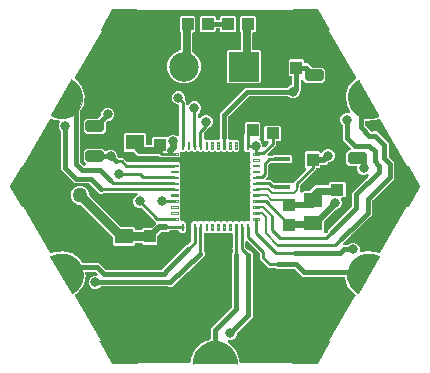
<source format=gbr>
G04 EAGLE Gerber RS-274X export*
G75*
%MOMM*%
%FSLAX34Y34*%
%LPD*%
%INBottom Copper*%
%IPPOS*%
%AMOC8*
5,1,8,0,0,1.08239X$1,22.5*%
G01*
%ADD10R,1.000000X1.100000*%
%ADD11R,1.500000X1.300000*%
%ADD12C,0.124994*%
%ADD13R,5.699988X5.699988*%
%ADD14R,1.399997X0.400000*%
%ADD15R,1.100000X1.000000*%
%ADD16R,2.500000X2.500000*%
%ADD17C,2.500000*%
%ADD18C,0.499997*%
%ADD19C,0.999997*%
%ADD20C,0.100000*%
%ADD21C,0.609600*%
%ADD22C,0.254000*%
%ADD23C,0.812800*%
%ADD24C,0.355600*%
%ADD25C,0.457200*%
%ADD26C,0.406400*%
%ADD27C,0.508000*%
%ADD28C,0.635000*%
%ADD29C,0.381000*%
%ADD30C,0.762000*%
%ADD31C,1.270000*%
%ADD32C,0.203200*%

G36*
X126318Y79404D02*
X126318Y79404D01*
X126437Y79411D01*
X126475Y79424D01*
X126516Y79429D01*
X126626Y79472D01*
X126739Y79509D01*
X126774Y79531D01*
X126811Y79546D01*
X126907Y79615D01*
X127008Y79679D01*
X127036Y79709D01*
X127069Y79732D01*
X127145Y79824D01*
X127226Y79911D01*
X127246Y79946D01*
X127271Y79977D01*
X127322Y80085D01*
X127380Y80189D01*
X127390Y80229D01*
X127407Y80265D01*
X127419Y80328D01*
X147562Y100471D01*
X148473Y100471D01*
X148571Y100483D01*
X148670Y100486D01*
X148728Y100503D01*
X148788Y100511D01*
X148880Y100547D01*
X148975Y100575D01*
X149028Y100605D01*
X149084Y100628D01*
X149164Y100686D01*
X149249Y100736D01*
X149325Y100802D01*
X149341Y100814D01*
X149349Y100824D01*
X149370Y100842D01*
X151334Y102806D01*
X151394Y102884D01*
X151462Y102956D01*
X151491Y103009D01*
X151528Y103057D01*
X151568Y103148D01*
X151616Y103235D01*
X151631Y103293D01*
X151655Y103349D01*
X151670Y103447D01*
X151695Y103543D01*
X151701Y103643D01*
X151705Y103663D01*
X151703Y103675D01*
X151705Y103703D01*
X151705Y117004D01*
X151715Y117043D01*
X151721Y117142D01*
X151725Y117162D01*
X151724Y117175D01*
X151725Y117203D01*
X151725Y119265D01*
X152985Y120525D01*
X156015Y120525D01*
X156103Y120438D01*
X156197Y120365D01*
X156286Y120286D01*
X156322Y120267D01*
X156354Y120243D01*
X156463Y120195D01*
X156569Y120141D01*
X156609Y120132D01*
X156646Y120116D01*
X156763Y120098D01*
X156879Y120072D01*
X156920Y120073D01*
X156960Y120066D01*
X157079Y120078D01*
X157197Y120081D01*
X157236Y120092D01*
X157276Y120096D01*
X157389Y120137D01*
X157503Y120170D01*
X157538Y120190D01*
X157576Y120204D01*
X157674Y120271D01*
X157777Y120331D01*
X157822Y120371D01*
X157839Y120382D01*
X157852Y120398D01*
X157898Y120438D01*
X157985Y120525D01*
X161015Y120525D01*
X161103Y120438D01*
X161197Y120365D01*
X161286Y120286D01*
X161322Y120267D01*
X161354Y120243D01*
X161463Y120195D01*
X161569Y120141D01*
X161609Y120132D01*
X161646Y120116D01*
X161763Y120098D01*
X161879Y120072D01*
X161920Y120073D01*
X161960Y120066D01*
X162079Y120078D01*
X162197Y120081D01*
X162236Y120092D01*
X162276Y120096D01*
X162389Y120137D01*
X162503Y120170D01*
X162538Y120190D01*
X162576Y120204D01*
X162674Y120271D01*
X162777Y120331D01*
X162822Y120371D01*
X162839Y120382D01*
X162852Y120398D01*
X162898Y120438D01*
X162985Y120525D01*
X166015Y120525D01*
X166103Y120438D01*
X166197Y120365D01*
X166286Y120286D01*
X166322Y120267D01*
X166354Y120243D01*
X166463Y120195D01*
X166569Y120141D01*
X166609Y120132D01*
X166646Y120116D01*
X166763Y120098D01*
X166879Y120072D01*
X166920Y120073D01*
X166960Y120066D01*
X167079Y120078D01*
X167197Y120081D01*
X167236Y120092D01*
X167276Y120096D01*
X167389Y120137D01*
X167503Y120170D01*
X167538Y120190D01*
X167576Y120204D01*
X167674Y120271D01*
X167777Y120331D01*
X167822Y120371D01*
X167839Y120382D01*
X167852Y120398D01*
X167898Y120438D01*
X167985Y120525D01*
X171015Y120525D01*
X171103Y120438D01*
X171197Y120365D01*
X171286Y120286D01*
X171322Y120267D01*
X171354Y120243D01*
X171463Y120195D01*
X171569Y120141D01*
X171609Y120132D01*
X171646Y120116D01*
X171763Y120098D01*
X171879Y120072D01*
X171920Y120073D01*
X171960Y120066D01*
X172079Y120078D01*
X172197Y120081D01*
X172236Y120092D01*
X172276Y120096D01*
X172389Y120137D01*
X172503Y120170D01*
X172538Y120190D01*
X172576Y120204D01*
X172674Y120271D01*
X172777Y120331D01*
X172822Y120371D01*
X172839Y120382D01*
X172852Y120398D01*
X172898Y120438D01*
X172985Y120525D01*
X176015Y120525D01*
X176103Y120438D01*
X176197Y120365D01*
X176286Y120286D01*
X176322Y120267D01*
X176354Y120243D01*
X176463Y120195D01*
X176569Y120141D01*
X176609Y120132D01*
X176646Y120116D01*
X176763Y120098D01*
X176879Y120072D01*
X176920Y120073D01*
X176960Y120066D01*
X177079Y120078D01*
X177197Y120081D01*
X177236Y120092D01*
X177276Y120096D01*
X177389Y120137D01*
X177503Y120170D01*
X177538Y120190D01*
X177576Y120204D01*
X177674Y120271D01*
X177777Y120331D01*
X177822Y120371D01*
X177839Y120382D01*
X177852Y120398D01*
X177898Y120438D01*
X177985Y120525D01*
X181015Y120525D01*
X181103Y120438D01*
X181197Y120365D01*
X181286Y120286D01*
X181322Y120267D01*
X181354Y120243D01*
X181463Y120195D01*
X181569Y120141D01*
X181609Y120132D01*
X181646Y120116D01*
X181763Y120098D01*
X181879Y120072D01*
X181920Y120073D01*
X181960Y120066D01*
X182079Y120078D01*
X182197Y120081D01*
X182236Y120092D01*
X182276Y120096D01*
X182389Y120137D01*
X182503Y120170D01*
X182538Y120190D01*
X182576Y120204D01*
X182674Y120271D01*
X182777Y120331D01*
X182822Y120371D01*
X182839Y120382D01*
X182852Y120398D01*
X182898Y120438D01*
X182985Y120525D01*
X186015Y120525D01*
X186103Y120438D01*
X186197Y120365D01*
X186286Y120286D01*
X186322Y120267D01*
X186354Y120243D01*
X186463Y120195D01*
X186569Y120141D01*
X186609Y120132D01*
X186646Y120116D01*
X186763Y120098D01*
X186879Y120072D01*
X186920Y120073D01*
X186960Y120066D01*
X187079Y120078D01*
X187197Y120081D01*
X187236Y120092D01*
X187276Y120096D01*
X187389Y120137D01*
X187503Y120170D01*
X187538Y120190D01*
X187576Y120204D01*
X187674Y120271D01*
X187777Y120331D01*
X187822Y120371D01*
X187839Y120382D01*
X187852Y120398D01*
X187898Y120438D01*
X187985Y120525D01*
X191015Y120525D01*
X191103Y120438D01*
X191197Y120365D01*
X191286Y120286D01*
X191322Y120267D01*
X191354Y120243D01*
X191463Y120195D01*
X191569Y120141D01*
X191609Y120132D01*
X191646Y120116D01*
X191763Y120098D01*
X191879Y120072D01*
X191920Y120073D01*
X191960Y120066D01*
X192079Y120078D01*
X192197Y120081D01*
X192236Y120092D01*
X192276Y120096D01*
X192389Y120137D01*
X192503Y120170D01*
X192538Y120190D01*
X192576Y120204D01*
X192674Y120271D01*
X192777Y120331D01*
X192822Y120371D01*
X192839Y120382D01*
X192852Y120398D01*
X192898Y120438D01*
X192985Y120525D01*
X196015Y120525D01*
X196103Y120438D01*
X196197Y120365D01*
X196286Y120286D01*
X196322Y120267D01*
X196354Y120243D01*
X196463Y120195D01*
X196569Y120141D01*
X196609Y120132D01*
X196646Y120116D01*
X196763Y120098D01*
X196879Y120072D01*
X196920Y120073D01*
X196960Y120066D01*
X197079Y120078D01*
X197197Y120081D01*
X197236Y120092D01*
X197276Y120096D01*
X197389Y120137D01*
X197503Y120170D01*
X197538Y120190D01*
X197576Y120204D01*
X197674Y120271D01*
X197777Y120331D01*
X197822Y120371D01*
X197839Y120382D01*
X197852Y120398D01*
X197898Y120438D01*
X197985Y120525D01*
X200206Y120525D01*
X200324Y120540D01*
X200443Y120547D01*
X200481Y120559D01*
X200522Y120565D01*
X200632Y120608D01*
X200746Y120645D01*
X200780Y120667D01*
X200817Y120682D01*
X200914Y120751D01*
X201014Y120815D01*
X201042Y120845D01*
X201075Y120868D01*
X201151Y120960D01*
X201232Y121047D01*
X201252Y121082D01*
X201277Y121113D01*
X201328Y121221D01*
X201386Y121325D01*
X201396Y121365D01*
X201413Y121401D01*
X201435Y121518D01*
X201465Y121633D01*
X201469Y121693D01*
X201473Y121713D01*
X201472Y121734D01*
X201475Y121794D01*
X201475Y124015D01*
X201562Y124103D01*
X201635Y124197D01*
X201714Y124286D01*
X201733Y124322D01*
X201757Y124354D01*
X201805Y124463D01*
X201859Y124569D01*
X201868Y124609D01*
X201884Y124646D01*
X201902Y124763D01*
X201928Y124879D01*
X201927Y124920D01*
X201934Y124960D01*
X201922Y125079D01*
X201919Y125197D01*
X201908Y125236D01*
X201904Y125276D01*
X201863Y125389D01*
X201830Y125503D01*
X201810Y125538D01*
X201796Y125576D01*
X201729Y125674D01*
X201669Y125777D01*
X201629Y125822D01*
X201618Y125839D01*
X201602Y125852D01*
X201562Y125898D01*
X201475Y125985D01*
X201475Y129015D01*
X201562Y129103D01*
X201635Y129197D01*
X201714Y129286D01*
X201733Y129322D01*
X201757Y129354D01*
X201805Y129463D01*
X201859Y129569D01*
X201868Y129609D01*
X201884Y129646D01*
X201902Y129763D01*
X201928Y129879D01*
X201927Y129920D01*
X201934Y129960D01*
X201922Y130079D01*
X201919Y130197D01*
X201908Y130236D01*
X201904Y130276D01*
X201863Y130389D01*
X201830Y130503D01*
X201810Y130538D01*
X201796Y130576D01*
X201729Y130674D01*
X201669Y130777D01*
X201629Y130822D01*
X201618Y130839D01*
X201602Y130852D01*
X201562Y130898D01*
X201475Y130985D01*
X201475Y134015D01*
X201562Y134103D01*
X201635Y134197D01*
X201714Y134286D01*
X201733Y134322D01*
X201757Y134354D01*
X201805Y134463D01*
X201859Y134569D01*
X201868Y134609D01*
X201884Y134646D01*
X201902Y134763D01*
X201928Y134879D01*
X201927Y134920D01*
X201934Y134960D01*
X201922Y135079D01*
X201919Y135197D01*
X201908Y135236D01*
X201904Y135276D01*
X201863Y135389D01*
X201830Y135503D01*
X201810Y135538D01*
X201796Y135576D01*
X201729Y135674D01*
X201669Y135777D01*
X201629Y135822D01*
X201618Y135839D01*
X201602Y135852D01*
X201562Y135898D01*
X201475Y135985D01*
X201475Y139015D01*
X201562Y139103D01*
X201635Y139197D01*
X201714Y139286D01*
X201733Y139322D01*
X201757Y139354D01*
X201805Y139463D01*
X201859Y139569D01*
X201868Y139609D01*
X201884Y139646D01*
X201902Y139763D01*
X201928Y139879D01*
X201927Y139920D01*
X201934Y139960D01*
X201922Y140079D01*
X201919Y140197D01*
X201908Y140236D01*
X201904Y140276D01*
X201863Y140389D01*
X201830Y140503D01*
X201810Y140538D01*
X201796Y140576D01*
X201729Y140674D01*
X201669Y140777D01*
X201629Y140822D01*
X201618Y140839D01*
X201602Y140852D01*
X201562Y140898D01*
X201475Y140985D01*
X201475Y144015D01*
X201562Y144103D01*
X201635Y144197D01*
X201714Y144286D01*
X201733Y144322D01*
X201757Y144354D01*
X201805Y144463D01*
X201859Y144569D01*
X201868Y144609D01*
X201884Y144646D01*
X201902Y144763D01*
X201928Y144879D01*
X201927Y144920D01*
X201934Y144960D01*
X201922Y145079D01*
X201919Y145197D01*
X201908Y145236D01*
X201904Y145276D01*
X201863Y145389D01*
X201830Y145503D01*
X201810Y145538D01*
X201796Y145576D01*
X201729Y145674D01*
X201669Y145777D01*
X201629Y145822D01*
X201618Y145839D01*
X201602Y145852D01*
X201562Y145898D01*
X201475Y145985D01*
X201475Y149015D01*
X201562Y149103D01*
X201635Y149197D01*
X201714Y149286D01*
X201733Y149322D01*
X201757Y149354D01*
X201805Y149463D01*
X201859Y149569D01*
X201868Y149609D01*
X201884Y149646D01*
X201902Y149763D01*
X201928Y149879D01*
X201927Y149920D01*
X201934Y149960D01*
X201922Y150079D01*
X201919Y150197D01*
X201908Y150236D01*
X201904Y150276D01*
X201863Y150389D01*
X201830Y150503D01*
X201810Y150538D01*
X201796Y150576D01*
X201729Y150674D01*
X201669Y150777D01*
X201629Y150822D01*
X201618Y150839D01*
X201602Y150852D01*
X201562Y150898D01*
X201475Y150985D01*
X201475Y154015D01*
X201562Y154103D01*
X201635Y154197D01*
X201714Y154286D01*
X201733Y154322D01*
X201757Y154354D01*
X201805Y154463D01*
X201859Y154569D01*
X201868Y154609D01*
X201884Y154646D01*
X201902Y154763D01*
X201928Y154879D01*
X201927Y154920D01*
X201934Y154960D01*
X201922Y155079D01*
X201919Y155197D01*
X201908Y155236D01*
X201904Y155276D01*
X201863Y155389D01*
X201830Y155503D01*
X201810Y155538D01*
X201796Y155576D01*
X201729Y155674D01*
X201669Y155777D01*
X201629Y155822D01*
X201618Y155839D01*
X201602Y155852D01*
X201562Y155898D01*
X201475Y155985D01*
X201475Y159015D01*
X201562Y159103D01*
X201635Y159197D01*
X201714Y159286D01*
X201733Y159322D01*
X201757Y159354D01*
X201805Y159463D01*
X201859Y159569D01*
X201868Y159609D01*
X201884Y159646D01*
X201902Y159763D01*
X201928Y159879D01*
X201927Y159920D01*
X201934Y159960D01*
X201922Y160079D01*
X201919Y160197D01*
X201908Y160236D01*
X201904Y160276D01*
X201863Y160389D01*
X201830Y160503D01*
X201810Y160538D01*
X201796Y160576D01*
X201729Y160674D01*
X201669Y160777D01*
X201629Y160822D01*
X201618Y160839D01*
X201602Y160852D01*
X201562Y160898D01*
X201475Y160985D01*
X201475Y164015D01*
X201562Y164103D01*
X201635Y164197D01*
X201714Y164286D01*
X201733Y164322D01*
X201757Y164354D01*
X201805Y164463D01*
X201859Y164569D01*
X201868Y164609D01*
X201884Y164646D01*
X201902Y164763D01*
X201928Y164879D01*
X201927Y164920D01*
X201934Y164960D01*
X201922Y165079D01*
X201919Y165197D01*
X201908Y165236D01*
X201904Y165276D01*
X201863Y165389D01*
X201830Y165503D01*
X201810Y165538D01*
X201796Y165576D01*
X201729Y165674D01*
X201669Y165777D01*
X201629Y165822D01*
X201618Y165839D01*
X201602Y165852D01*
X201562Y165898D01*
X201475Y165985D01*
X201475Y169015D01*
X201562Y169103D01*
X201635Y169197D01*
X201714Y169286D01*
X201733Y169322D01*
X201757Y169354D01*
X201805Y169463D01*
X201859Y169569D01*
X201868Y169609D01*
X201884Y169646D01*
X201902Y169763D01*
X201928Y169879D01*
X201927Y169920D01*
X201934Y169960D01*
X201922Y170079D01*
X201919Y170197D01*
X201908Y170236D01*
X201904Y170276D01*
X201863Y170389D01*
X201830Y170503D01*
X201810Y170538D01*
X201796Y170576D01*
X201729Y170674D01*
X201669Y170777D01*
X201629Y170822D01*
X201618Y170839D01*
X201602Y170852D01*
X201562Y170898D01*
X201475Y170985D01*
X201475Y174015D01*
X201562Y174103D01*
X201635Y174197D01*
X201714Y174286D01*
X201733Y174322D01*
X201757Y174354D01*
X201805Y174463D01*
X201859Y174569D01*
X201868Y174609D01*
X201884Y174646D01*
X201902Y174763D01*
X201928Y174879D01*
X201927Y174920D01*
X201934Y174960D01*
X201922Y175079D01*
X201919Y175197D01*
X201908Y175236D01*
X201904Y175276D01*
X201863Y175389D01*
X201830Y175503D01*
X201810Y175538D01*
X201796Y175576D01*
X201729Y175674D01*
X201669Y175777D01*
X201629Y175822D01*
X201618Y175839D01*
X201602Y175852D01*
X201562Y175898D01*
X201475Y175985D01*
X201475Y178206D01*
X201460Y178324D01*
X201453Y178443D01*
X201441Y178481D01*
X201435Y178522D01*
X201392Y178632D01*
X201355Y178746D01*
X201333Y178780D01*
X201318Y178817D01*
X201249Y178914D01*
X201185Y179014D01*
X201155Y179042D01*
X201132Y179075D01*
X201040Y179151D01*
X200953Y179232D01*
X200918Y179252D01*
X200887Y179277D01*
X200779Y179328D01*
X200675Y179386D01*
X200635Y179396D01*
X200599Y179413D01*
X200482Y179435D01*
X200367Y179465D01*
X200307Y179469D01*
X200287Y179473D01*
X200266Y179472D01*
X200206Y179475D01*
X197985Y179475D01*
X196725Y180735D01*
X196725Y182797D01*
X196713Y182895D01*
X196710Y182994D01*
X196705Y183010D01*
X196705Y194288D01*
X196854Y194436D01*
X196914Y194514D01*
X196982Y194586D01*
X197011Y194639D01*
X197048Y194687D01*
X197088Y194778D01*
X197136Y194865D01*
X197151Y194923D01*
X197175Y194979D01*
X197190Y195077D01*
X197215Y195173D01*
X197221Y195273D01*
X197225Y195293D01*
X197223Y195305D01*
X197225Y195333D01*
X197225Y203512D01*
X198118Y204405D01*
X209382Y204405D01*
X210275Y203512D01*
X210275Y191248D01*
X209652Y190626D01*
X209580Y190532D01*
X209501Y190443D01*
X209482Y190407D01*
X209458Y190375D01*
X209410Y190266D01*
X209356Y190160D01*
X209347Y190120D01*
X209331Y190083D01*
X209312Y189965D01*
X209286Y189849D01*
X209288Y189809D01*
X209281Y189769D01*
X209292Y189650D01*
X209296Y189531D01*
X209307Y189493D01*
X209311Y189452D01*
X209351Y189340D01*
X209385Y189226D01*
X209405Y189191D01*
X209419Y189153D01*
X209486Y189054D01*
X209546Y188952D01*
X209586Y188907D01*
X209597Y188890D01*
X209613Y188876D01*
X209652Y188831D01*
X211028Y187456D01*
X211879Y185402D01*
X211879Y184195D01*
X211896Y184058D01*
X211909Y183919D01*
X211916Y183900D01*
X211919Y183880D01*
X211970Y183751D01*
X212017Y183620D01*
X212028Y183603D01*
X212036Y183584D01*
X212117Y183472D01*
X212195Y183357D01*
X212211Y183343D01*
X212222Y183327D01*
X212330Y183238D01*
X212434Y183146D01*
X212452Y183137D01*
X212467Y183124D01*
X212593Y183065D01*
X212717Y183001D01*
X212737Y182997D01*
X212755Y182988D01*
X212891Y182962D01*
X213027Y182932D01*
X213048Y182932D01*
X213067Y182929D01*
X213206Y182937D01*
X213345Y182941D01*
X213365Y182947D01*
X213385Y182948D01*
X213517Y182991D01*
X213651Y183030D01*
X213668Y183040D01*
X213687Y183046D01*
X213805Y183121D01*
X213925Y183191D01*
X213946Y183210D01*
X213956Y183217D01*
X213970Y183231D01*
X214045Y183298D01*
X217014Y186267D01*
X217099Y186376D01*
X217188Y186483D01*
X217197Y186502D01*
X217209Y186518D01*
X217265Y186646D01*
X217324Y186771D01*
X217327Y186791D01*
X217335Y186810D01*
X217357Y186948D01*
X217383Y187084D01*
X217382Y187104D01*
X217385Y187124D01*
X217372Y187263D01*
X217364Y187401D01*
X217357Y187420D01*
X217356Y187440D01*
X217308Y187571D01*
X217266Y187703D01*
X217255Y187721D01*
X217248Y187740D01*
X217170Y187855D01*
X217095Y187972D01*
X217081Y187986D01*
X217069Y188003D01*
X216965Y188095D01*
X216864Y188190D01*
X216846Y188200D01*
X216831Y188213D01*
X216707Y188276D01*
X216585Y188344D01*
X216566Y188349D01*
X216548Y188358D01*
X216412Y188388D01*
X216277Y188423D01*
X216249Y188425D01*
X216237Y188428D01*
X216217Y188427D01*
X216117Y188433D01*
X214518Y188433D01*
X213625Y189326D01*
X213625Y200590D01*
X214518Y201483D01*
X226782Y201483D01*
X227675Y200590D01*
X227675Y189326D01*
X226782Y188433D01*
X224714Y188433D01*
X224596Y188418D01*
X224477Y188411D01*
X224439Y188398D01*
X224398Y188393D01*
X224288Y188350D01*
X224175Y188313D01*
X224140Y188291D01*
X224103Y188276D01*
X224007Y188207D01*
X223906Y188143D01*
X223878Y188113D01*
X223845Y188090D01*
X223769Y187998D01*
X223688Y187911D01*
X223668Y187876D01*
X223643Y187845D01*
X223592Y187737D01*
X223534Y187633D01*
X223524Y187593D01*
X223507Y187557D01*
X223485Y187440D01*
X223455Y187325D01*
X223451Y187265D01*
X223447Y187245D01*
X223449Y187224D01*
X223445Y187164D01*
X223445Y184792D01*
X216474Y177821D01*
X216389Y177712D01*
X216300Y177605D01*
X216291Y177586D01*
X216279Y177570D01*
X216223Y177442D01*
X216164Y177317D01*
X216161Y177297D01*
X216153Y177278D01*
X216131Y177140D01*
X216105Y177004D01*
X216106Y176984D01*
X216103Y176964D01*
X216116Y176825D01*
X216124Y176687D01*
X216131Y176668D01*
X216132Y176648D01*
X216180Y176516D01*
X216222Y176385D01*
X216233Y176367D01*
X216240Y176348D01*
X216318Y176233D01*
X216393Y176116D01*
X216407Y176102D01*
X216419Y176085D01*
X216523Y175993D01*
X216624Y175898D01*
X216642Y175888D01*
X216657Y175875D01*
X216781Y175811D01*
X216903Y175744D01*
X216922Y175739D01*
X216940Y175730D01*
X217076Y175700D01*
X217211Y175665D01*
X217239Y175663D01*
X217251Y175660D01*
X217271Y175661D01*
X217371Y175655D01*
X219116Y175655D01*
X219215Y175667D01*
X219314Y175670D01*
X219372Y175687D01*
X219432Y175695D01*
X219524Y175731D01*
X219619Y175759D01*
X219671Y175789D01*
X219728Y175812D01*
X219808Y175870D01*
X219893Y175920D01*
X219968Y175986D01*
X219985Y175998D01*
X219993Y176008D01*
X220014Y176026D01*
X220942Y176955D01*
X236205Y176955D01*
X237098Y176062D01*
X237098Y170798D01*
X236205Y169905D01*
X220864Y169905D01*
X220812Y169928D01*
X220725Y169976D01*
X220667Y169991D01*
X220611Y170015D01*
X220513Y170030D01*
X220417Y170055D01*
X220317Y170061D01*
X220297Y170065D01*
X220285Y170063D01*
X220256Y170065D01*
X219403Y170065D01*
X219305Y170053D01*
X219206Y170050D01*
X219148Y170033D01*
X219088Y170025D01*
X218996Y169989D01*
X218901Y169961D01*
X218848Y169931D01*
X218792Y169908D01*
X218712Y169850D01*
X218627Y169800D01*
X218551Y169734D01*
X218535Y169722D01*
X218527Y169712D01*
X218506Y169694D01*
X217076Y168264D01*
X217016Y168186D01*
X216948Y168114D01*
X216919Y168061D01*
X216882Y168013D01*
X216842Y167922D01*
X216794Y167835D01*
X216779Y167777D01*
X216755Y167721D01*
X216740Y167623D01*
X216715Y167527D01*
X216709Y167427D01*
X216705Y167407D01*
X216707Y167395D01*
X216705Y167367D01*
X216705Y159002D01*
X215164Y157461D01*
X215079Y157352D01*
X214990Y157245D01*
X214981Y157226D01*
X214969Y157210D01*
X214913Y157082D01*
X214854Y156957D01*
X214851Y156937D01*
X214843Y156918D01*
X214821Y156780D01*
X214795Y156644D01*
X214796Y156624D01*
X214793Y156604D01*
X214806Y156465D01*
X214814Y156327D01*
X214821Y156308D01*
X214822Y156288D01*
X214870Y156156D01*
X214912Y156025D01*
X214923Y156007D01*
X214930Y155988D01*
X215008Y155873D01*
X215083Y155756D01*
X215097Y155742D01*
X215109Y155725D01*
X215213Y155633D01*
X215314Y155538D01*
X215332Y155528D01*
X215347Y155515D01*
X215471Y155451D01*
X215593Y155384D01*
X215612Y155379D01*
X215630Y155370D01*
X215766Y155340D01*
X215901Y155305D01*
X215929Y155303D01*
X215941Y155300D01*
X215961Y155301D01*
X216061Y155295D01*
X218918Y155295D01*
X220886Y153327D01*
X220964Y153266D01*
X221036Y153198D01*
X221089Y153169D01*
X221137Y153132D01*
X221228Y153092D01*
X221315Y153044D01*
X221373Y153029D01*
X221429Y153005D01*
X221527Y152990D01*
X221623Y152965D01*
X221723Y152959D01*
X221743Y152955D01*
X221755Y152957D01*
X221783Y152955D01*
X236205Y152955D01*
X236380Y152779D01*
X236490Y152694D01*
X236597Y152606D01*
X236616Y152597D01*
X236632Y152585D01*
X236760Y152529D01*
X236885Y152470D01*
X236905Y152466D01*
X236924Y152458D01*
X237062Y152436D01*
X237198Y152410D01*
X237218Y152412D01*
X237238Y152408D01*
X237377Y152421D01*
X237515Y152430D01*
X237534Y152436D01*
X237554Y152438D01*
X237685Y152485D01*
X237817Y152528D01*
X237835Y152539D01*
X237854Y152546D01*
X237968Y152624D01*
X238086Y152698D01*
X238100Y152713D01*
X238117Y152724D01*
X238209Y152828D01*
X238304Y152930D01*
X238314Y152948D01*
X238327Y152963D01*
X238390Y153087D01*
X238458Y153208D01*
X238463Y153228D01*
X238472Y153246D01*
X238502Y153382D01*
X238537Y153516D01*
X238539Y153544D01*
X238542Y153556D01*
X238541Y153577D01*
X238547Y153677D01*
X238547Y153698D01*
X248673Y163823D01*
X248746Y163917D01*
X248824Y164006D01*
X248843Y164042D01*
X248868Y164074D01*
X248915Y164184D01*
X248969Y164290D01*
X248978Y164329D01*
X248994Y164366D01*
X249013Y164484D01*
X249039Y164600D01*
X249038Y164640D01*
X249044Y164680D01*
X249033Y164799D01*
X249029Y164918D01*
X249018Y164957D01*
X249014Y164997D01*
X248974Y165109D01*
X248941Y165223D01*
X248920Y165258D01*
X248906Y165296D01*
X248840Y165395D01*
X248779Y165497D01*
X248739Y165542D01*
X248728Y165559D01*
X248713Y165573D01*
X248673Y165618D01*
X247934Y166356D01*
X247934Y178620D01*
X248827Y179513D01*
X260091Y179513D01*
X260768Y178836D01*
X260807Y178805D01*
X260841Y178768D01*
X260933Y178708D01*
X261019Y178641D01*
X261065Y178621D01*
X261107Y178593D01*
X261211Y178558D01*
X261311Y178514D01*
X261360Y178506D01*
X261408Y178490D01*
X261517Y178482D01*
X261625Y178464D01*
X261675Y178469D01*
X261725Y178465D01*
X261833Y178484D01*
X261942Y178494D01*
X261989Y178511D01*
X262038Y178520D01*
X262138Y178565D01*
X262241Y178602D01*
X262282Y178630D01*
X262328Y178650D01*
X262413Y178719D01*
X262504Y178780D01*
X262537Y178818D01*
X262576Y178849D01*
X262642Y178937D01*
X262715Y179019D01*
X262718Y179026D01*
X264338Y180646D01*
X266392Y181497D01*
X268616Y181497D01*
X270670Y180646D01*
X272242Y179074D01*
X273093Y177020D01*
X273093Y174796D01*
X272242Y172742D01*
X270670Y171170D01*
X268616Y170319D01*
X268189Y170319D01*
X268091Y170307D01*
X267992Y170304D01*
X267934Y170287D01*
X267874Y170279D01*
X267782Y170243D01*
X267687Y170215D01*
X267635Y170185D01*
X267578Y170162D01*
X267498Y170104D01*
X267413Y170054D01*
X267337Y169988D01*
X267321Y169976D01*
X267313Y169966D01*
X267292Y169948D01*
X265768Y168423D01*
X262253Y168423D01*
X262135Y168408D01*
X262016Y168401D01*
X261978Y168388D01*
X261938Y168383D01*
X261827Y168340D01*
X261714Y168303D01*
X261679Y168281D01*
X261642Y168266D01*
X261546Y168197D01*
X261445Y168133D01*
X261417Y168103D01*
X261384Y168080D01*
X261309Y167988D01*
X261227Y167901D01*
X261207Y167866D01*
X261182Y167835D01*
X261131Y167727D01*
X261073Y167623D01*
X261063Y167583D01*
X261046Y167547D01*
X261024Y167430D01*
X260994Y167315D01*
X260990Y167255D01*
X260986Y167235D01*
X260988Y167214D01*
X260984Y167154D01*
X260984Y166356D01*
X260091Y165463D01*
X258523Y165463D01*
X258405Y165448D01*
X258286Y165441D01*
X258248Y165428D01*
X258208Y165423D01*
X258097Y165380D01*
X257984Y165343D01*
X257949Y165321D01*
X257912Y165306D01*
X257816Y165237D01*
X257715Y165173D01*
X257687Y165143D01*
X257654Y165120D01*
X257579Y165028D01*
X257497Y164941D01*
X257477Y164906D01*
X257452Y164875D01*
X257401Y164767D01*
X257343Y164663D01*
X257333Y164623D01*
X257316Y164587D01*
X257310Y164556D01*
X244508Y151754D01*
X244448Y151676D01*
X244380Y151604D01*
X244351Y151551D01*
X244314Y151503D01*
X244274Y151412D01*
X244226Y151325D01*
X244211Y151267D01*
X244187Y151211D01*
X244172Y151113D01*
X244147Y151017D01*
X244141Y150917D01*
X244137Y150897D01*
X244139Y150885D01*
X244137Y150857D01*
X244137Y148567D01*
X244126Y148556D01*
X244097Y148503D01*
X244060Y148455D01*
X244020Y148364D01*
X243972Y148277D01*
X243957Y148219D01*
X243933Y148163D01*
X243918Y148065D01*
X243893Y147969D01*
X243887Y147869D01*
X243883Y147849D01*
X243885Y147837D01*
X243883Y147809D01*
X243883Y146005D01*
X243900Y145867D01*
X243913Y145729D01*
X243920Y145710D01*
X243923Y145690D01*
X243974Y145561D01*
X244021Y145430D01*
X244032Y145413D01*
X244040Y145394D01*
X244121Y145282D01*
X244199Y145167D01*
X244215Y145153D01*
X244226Y145137D01*
X244334Y145048D01*
X244438Y144956D01*
X244456Y144947D01*
X244471Y144934D01*
X244597Y144875D01*
X244721Y144811D01*
X244741Y144807D01*
X244759Y144798D01*
X244896Y144772D01*
X245031Y144742D01*
X245052Y144742D01*
X245071Y144739D01*
X245210Y144747D01*
X245349Y144751D01*
X245369Y144757D01*
X245389Y144758D01*
X245521Y144801D01*
X245655Y144840D01*
X245672Y144850D01*
X245691Y144856D01*
X245809Y144931D01*
X245929Y145001D01*
X245950Y145020D01*
X245960Y145027D01*
X245974Y145042D01*
X246049Y145108D01*
X247004Y146063D01*
X251240Y146063D01*
X251338Y146075D01*
X251437Y146078D01*
X251496Y146095D01*
X251556Y146103D01*
X251648Y146139D01*
X251743Y146167D01*
X251795Y146197D01*
X251851Y146220D01*
X251931Y146278D01*
X252017Y146328D01*
X252092Y146394D01*
X252109Y146406D01*
X252117Y146416D01*
X252138Y146435D01*
X256466Y150763D01*
X267084Y150763D01*
X267202Y150778D01*
X267321Y150785D01*
X267359Y150798D01*
X267400Y150803D01*
X267510Y150846D01*
X267623Y150883D01*
X267658Y150905D01*
X267695Y150920D01*
X267791Y150989D01*
X267892Y151053D01*
X267920Y151083D01*
X267953Y151106D01*
X268029Y151198D01*
X268110Y151285D01*
X268130Y151320D01*
X268155Y151351D01*
X268206Y151459D01*
X268264Y151563D01*
X268274Y151603D01*
X268291Y151639D01*
X268313Y151756D01*
X268343Y151871D01*
X268347Y151931D01*
X268351Y151951D01*
X268349Y151972D01*
X268353Y152032D01*
X268353Y152720D01*
X269246Y153613D01*
X281510Y153613D01*
X282403Y152720D01*
X282403Y141456D01*
X281510Y140563D01*
X279671Y140563D01*
X279622Y140557D01*
X279572Y140559D01*
X279465Y140537D01*
X279355Y140523D01*
X279309Y140505D01*
X279261Y140495D01*
X279162Y140447D01*
X279060Y140406D01*
X279020Y140377D01*
X278975Y140355D01*
X278891Y140284D01*
X278802Y140220D01*
X278771Y140181D01*
X278733Y140149D01*
X278670Y140059D01*
X278600Y139975D01*
X278578Y139930D01*
X278550Y139889D01*
X278511Y139786D01*
X278464Y139687D01*
X278455Y139638D01*
X278437Y139592D01*
X278425Y139482D01*
X278404Y139375D01*
X278407Y139325D01*
X278402Y139276D01*
X278417Y139167D01*
X278424Y139057D01*
X278439Y139010D01*
X278446Y138961D01*
X278498Y138808D01*
X279189Y137142D01*
X279189Y134918D01*
X278338Y132864D01*
X276766Y131292D01*
X274546Y130373D01*
X274538Y130368D01*
X274529Y130366D01*
X274400Y130289D01*
X274270Y130215D01*
X274263Y130209D01*
X274255Y130204D01*
X274134Y130098D01*
X264532Y120496D01*
X264472Y120417D01*
X264404Y120345D01*
X264375Y120292D01*
X264338Y120244D01*
X264298Y120153D01*
X264250Y120067D01*
X264235Y120008D01*
X264211Y119953D01*
X264196Y119855D01*
X264171Y119759D01*
X264165Y119659D01*
X264161Y119638D01*
X264162Y119626D01*
X264161Y119598D01*
X264161Y111509D01*
X264178Y111372D01*
X264191Y111233D01*
X264198Y111214D01*
X264201Y111194D01*
X264252Y111065D01*
X264299Y110934D01*
X264310Y110917D01*
X264318Y110898D01*
X264399Y110786D01*
X264477Y110671D01*
X264493Y110657D01*
X264504Y110641D01*
X264612Y110552D01*
X264716Y110460D01*
X264734Y110451D01*
X264749Y110438D01*
X264875Y110379D01*
X264999Y110315D01*
X265019Y110311D01*
X265037Y110302D01*
X265173Y110276D01*
X265309Y110246D01*
X265330Y110246D01*
X265349Y110243D01*
X265488Y110251D01*
X265627Y110255D01*
X265647Y110261D01*
X265667Y110262D01*
X265799Y110305D01*
X265933Y110344D01*
X265950Y110354D01*
X265969Y110360D01*
X266087Y110435D01*
X266207Y110505D01*
X266228Y110524D01*
X266238Y110531D01*
X266252Y110545D01*
X266327Y110612D01*
X267259Y111543D01*
X267319Y111621D01*
X267387Y111693D01*
X267416Y111746D01*
X267453Y111794D01*
X267493Y111885D01*
X267541Y111972D01*
X267555Y112029D01*
X267568Y112056D01*
X267569Y112061D01*
X267580Y112086D01*
X267595Y112184D01*
X267620Y112280D01*
X267625Y112352D01*
X267628Y112368D01*
X267627Y112382D01*
X267630Y112400D01*
X267628Y112412D01*
X267630Y112440D01*
X267630Y112813D01*
X285547Y130729D01*
X285607Y130807D01*
X285675Y130879D01*
X285704Y130932D01*
X285741Y130980D01*
X285781Y131071D01*
X285829Y131158D01*
X285840Y131202D01*
X287706Y133067D01*
X287766Y133146D01*
X287834Y133218D01*
X287863Y133271D01*
X287900Y133319D01*
X287940Y133410D01*
X287988Y133496D01*
X288003Y133555D01*
X288027Y133611D01*
X288042Y133709D01*
X288067Y133804D01*
X288073Y133904D01*
X288077Y133925D01*
X288075Y133937D01*
X288077Y133965D01*
X288077Y144615D01*
X290533Y147070D01*
X301622Y158160D01*
X301665Y158215D01*
X301715Y158263D01*
X301762Y158340D01*
X301817Y158411D01*
X301845Y158475D01*
X301881Y158535D01*
X301907Y158620D01*
X301943Y158703D01*
X301954Y158772D01*
X301975Y158839D01*
X301979Y158928D01*
X301993Y159017D01*
X301986Y159087D01*
X301990Y159156D01*
X301972Y159244D01*
X301963Y159334D01*
X301940Y159399D01*
X301925Y159468D01*
X301886Y159548D01*
X301856Y159633D01*
X301816Y159691D01*
X301786Y159753D01*
X301727Y159822D01*
X301677Y159896D01*
X301625Y159942D01*
X301579Y159995D01*
X301506Y160047D01*
X301439Y160107D01*
X301376Y160138D01*
X301319Y160178D01*
X301235Y160210D01*
X301155Y160251D01*
X301087Y160266D01*
X301022Y160291D01*
X300933Y160301D01*
X300845Y160321D01*
X300775Y160319D01*
X300706Y160326D01*
X300617Y160314D01*
X300527Y160311D01*
X300460Y160292D01*
X300391Y160282D01*
X300239Y160230D01*
X298842Y159651D01*
X296618Y159651D01*
X294564Y160502D01*
X292992Y162074D01*
X292141Y164128D01*
X292141Y166336D01*
X292126Y166454D01*
X292119Y166573D01*
X292106Y166611D01*
X292101Y166652D01*
X292058Y166762D01*
X292021Y166875D01*
X291999Y166910D01*
X291984Y166947D01*
X291915Y167044D01*
X291851Y167144D01*
X291821Y167172D01*
X291798Y167205D01*
X291706Y167281D01*
X291619Y167362D01*
X291584Y167382D01*
X291553Y167407D01*
X291445Y167458D01*
X291341Y167516D01*
X291301Y167526D01*
X291265Y167543D01*
X291148Y167565D01*
X291033Y167595D01*
X290973Y167599D01*
X290953Y167603D01*
X290932Y167601D01*
X290872Y167605D01*
X285483Y167605D01*
X283125Y169963D01*
X283125Y178297D01*
X285483Y180655D01*
X285651Y180655D01*
X285789Y180672D01*
X285928Y180685D01*
X285947Y180692D01*
X285967Y180695D01*
X286096Y180746D01*
X286227Y180793D01*
X286244Y180804D01*
X286262Y180812D01*
X286375Y180893D01*
X286490Y180971D01*
X286503Y180987D01*
X286520Y180998D01*
X286608Y181106D01*
X286700Y181210D01*
X286710Y181228D01*
X286722Y181243D01*
X286782Y181369D01*
X286845Y181493D01*
X286849Y181513D01*
X286858Y181531D01*
X286884Y181667D01*
X286915Y181803D01*
X286914Y181824D01*
X286918Y181843D01*
X286909Y181982D01*
X286905Y182121D01*
X286899Y182141D01*
X286898Y182161D01*
X286855Y182293D01*
X286817Y182427D01*
X286806Y182444D01*
X286800Y182463D01*
X286726Y182581D01*
X286655Y182701D01*
X286636Y182722D01*
X286630Y182732D01*
X286615Y182746D01*
X286549Y182821D01*
X286182Y183189D01*
X284693Y184677D01*
X284671Y184751D01*
X284641Y184804D01*
X284618Y184860D01*
X284560Y184940D01*
X284510Y185025D01*
X284444Y185101D01*
X284432Y185117D01*
X284422Y185125D01*
X284404Y185146D01*
X280076Y189473D01*
X280076Y201388D01*
X280064Y201487D01*
X280061Y201586D01*
X280044Y201644D01*
X280036Y201704D01*
X280000Y201796D01*
X279972Y201891D01*
X279942Y201943D01*
X279919Y202000D01*
X279861Y202080D01*
X279811Y202165D01*
X279745Y202240D01*
X279733Y202257D01*
X279723Y202265D01*
X279705Y202286D01*
X278768Y203222D01*
X277917Y205276D01*
X277917Y207500D01*
X278768Y209554D01*
X280340Y211126D01*
X282394Y211977D01*
X284618Y211977D01*
X284630Y211972D01*
X284686Y211956D01*
X284738Y211932D01*
X284838Y211915D01*
X284936Y211888D01*
X284994Y211887D01*
X285052Y211877D01*
X285153Y211884D01*
X285254Y211883D01*
X285311Y211896D01*
X285369Y211901D01*
X285465Y211933D01*
X285564Y211957D01*
X285615Y211984D01*
X285670Y212003D01*
X285755Y212058D01*
X285845Y212106D01*
X285888Y212145D01*
X285936Y212176D01*
X286005Y212251D01*
X286080Y212319D01*
X286112Y212368D01*
X286151Y212411D01*
X286199Y212500D01*
X286255Y212585D01*
X286274Y212640D01*
X286301Y212691D01*
X286325Y212790D01*
X286358Y212886D01*
X286363Y212944D01*
X286377Y213000D01*
X286375Y213102D01*
X286383Y213203D01*
X286373Y213260D01*
X286373Y213318D01*
X286346Y213416D01*
X286329Y213516D01*
X286305Y213569D01*
X286290Y213625D01*
X286220Y213770D01*
X283349Y218836D01*
X282410Y226442D01*
X282929Y228320D01*
X282942Y228410D01*
X282952Y228446D01*
X282955Y228453D01*
X282998Y228577D01*
X283003Y228589D01*
X283004Y228594D01*
X283008Y228605D01*
X284453Y233829D01*
X289168Y239872D01*
X290522Y240640D01*
X290621Y240714D01*
X290725Y240782D01*
X290748Y240809D01*
X290777Y240830D01*
X290855Y240926D01*
X290938Y241019D01*
X290954Y241050D01*
X290976Y241077D01*
X291028Y241190D01*
X291085Y241300D01*
X291093Y241335D01*
X291108Y241367D01*
X291130Y241489D01*
X291158Y241610D01*
X291158Y241645D01*
X291164Y241680D01*
X291154Y241804D01*
X291152Y241928D01*
X291143Y241962D01*
X291140Y241997D01*
X291100Y242114D01*
X291067Y242234D01*
X291044Y242281D01*
X291038Y242298D01*
X291026Y242316D01*
X290995Y242378D01*
X268209Y281846D01*
X268685Y282036D01*
X268721Y282060D01*
X268762Y282075D01*
X268804Y282114D01*
X268852Y282146D01*
X268876Y282181D01*
X268907Y282211D01*
X268930Y282263D01*
X268962Y282311D01*
X268970Y282353D01*
X268988Y282393D01*
X268989Y282450D01*
X268999Y282506D01*
X268990Y282549D01*
X268991Y282592D01*
X268966Y282658D01*
X268957Y282701D01*
X268944Y282720D01*
X268933Y282748D01*
X258933Y300248D01*
X258882Y300307D01*
X258835Y300370D01*
X258817Y300381D01*
X258802Y300397D01*
X258731Y300432D01*
X258664Y300472D01*
X258641Y300476D01*
X258623Y300484D01*
X258578Y300486D01*
X258500Y300499D01*
X238500Y300499D01*
X238465Y300492D01*
X238428Y300494D01*
X238368Y300472D01*
X238305Y300460D01*
X238275Y300439D01*
X238241Y300427D01*
X238194Y300383D01*
X238141Y300347D01*
X238122Y300317D01*
X238095Y300292D01*
X238069Y300234D01*
X238034Y300180D01*
X238028Y300144D01*
X238013Y300111D01*
X238009Y300028D01*
X238001Y299983D01*
X238005Y299967D01*
X238004Y299945D01*
X238082Y299245D01*
X105889Y299245D01*
X105993Y299924D01*
X105991Y299968D01*
X105994Y299987D01*
X105994Y299988D01*
X105999Y300017D01*
X105987Y300069D01*
X105984Y300123D01*
X105964Y300165D01*
X105953Y300210D01*
X105921Y300253D01*
X105898Y300302D01*
X105863Y300333D01*
X105835Y300370D01*
X105789Y300398D01*
X105748Y300433D01*
X105704Y300448D01*
X105664Y300472D01*
X105600Y300482D01*
X105560Y300496D01*
X105534Y300494D01*
X105500Y300499D01*
X85500Y300499D01*
X85423Y300484D01*
X85345Y300475D01*
X85326Y300464D01*
X85305Y300460D01*
X85240Y300415D01*
X85172Y300376D01*
X85157Y300358D01*
X85141Y300347D01*
X85117Y300309D01*
X85067Y300248D01*
X75067Y282748D01*
X75055Y282712D01*
X75035Y282681D01*
X75024Y282619D01*
X75004Y282559D01*
X75007Y282522D01*
X75001Y282485D01*
X75015Y282424D01*
X75021Y282361D01*
X75038Y282328D01*
X75046Y282292D01*
X75084Y282241D01*
X75113Y282185D01*
X75142Y282161D01*
X75163Y282131D01*
X75232Y282087D01*
X75267Y282059D01*
X75284Y282053D01*
X75303Y282041D01*
X75784Y281835D01*
X53005Y242378D01*
X52956Y242264D01*
X52902Y242152D01*
X52895Y242118D01*
X52881Y242085D01*
X52863Y241962D01*
X52838Y241841D01*
X52840Y241806D01*
X52835Y241771D01*
X52848Y241647D01*
X52854Y241523D01*
X52864Y241490D01*
X52868Y241454D01*
X52911Y241338D01*
X52948Y241220D01*
X52966Y241189D01*
X52979Y241156D01*
X53050Y241054D01*
X53115Y240949D01*
X53140Y240924D01*
X53160Y240895D01*
X53254Y240814D01*
X53343Y240728D01*
X53386Y240699D01*
X53401Y240687D01*
X53420Y240678D01*
X53478Y240640D01*
X54832Y239872D01*
X59547Y233829D01*
X61590Y226442D01*
X61175Y223084D01*
X61176Y222969D01*
X61168Y222854D01*
X61176Y222811D01*
X61176Y222766D01*
X61205Y222654D01*
X61207Y222645D01*
X61126Y222422D01*
X61112Y222361D01*
X61089Y222302D01*
X61059Y222144D01*
X61034Y221941D01*
X61034Y221936D01*
X61025Y221786D01*
X61025Y221493D01*
X60984Y221399D01*
X60980Y221378D01*
X60973Y221358D01*
X60943Y221200D01*
X60651Y218836D01*
X57866Y213921D01*
X57833Y213840D01*
X57790Y213764D01*
X57772Y213694D01*
X57745Y213627D01*
X57733Y213540D01*
X57711Y213456D01*
X57703Y213324D01*
X57701Y213312D01*
X57701Y213306D01*
X57701Y213295D01*
X57701Y170795D01*
X57713Y170697D01*
X57716Y170598D01*
X57733Y170540D01*
X57741Y170479D01*
X57777Y170387D01*
X57805Y170292D01*
X57835Y170240D01*
X57858Y170184D01*
X57916Y170104D01*
X57966Y170018D01*
X58032Y169943D01*
X58044Y169926D01*
X58054Y169919D01*
X58072Y169897D01*
X60071Y167898D01*
X60150Y167838D01*
X60222Y167770D01*
X60275Y167741D01*
X60323Y167704D01*
X60414Y167664D01*
X60500Y167616D01*
X60559Y167601D01*
X60615Y167577D01*
X60713Y167562D01*
X60808Y167537D01*
X60908Y167531D01*
X60929Y167527D01*
X60941Y167529D01*
X60969Y167527D01*
X61263Y167527D01*
X61401Y167544D01*
X61540Y167557D01*
X61559Y167564D01*
X61579Y167567D01*
X61708Y167618D01*
X61839Y167665D01*
X61856Y167676D01*
X61874Y167684D01*
X61987Y167765D01*
X62102Y167843D01*
X62115Y167859D01*
X62132Y167870D01*
X62221Y167978D01*
X62313Y168082D01*
X62322Y168100D01*
X62335Y168115D01*
X62394Y168241D01*
X62457Y168365D01*
X62462Y168385D01*
X62470Y168403D01*
X62496Y168539D01*
X62527Y168675D01*
X62526Y168696D01*
X62530Y168715D01*
X62521Y168854D01*
X62517Y168993D01*
X62511Y169013D01*
X62510Y169033D01*
X62467Y169165D01*
X62429Y169299D01*
X62418Y169316D01*
X62412Y169335D01*
X62338Y169453D01*
X62267Y169573D01*
X62249Y169594D01*
X62242Y169604D01*
X62227Y169618D01*
X62161Y169693D01*
X60621Y171233D01*
X60621Y179567D01*
X62979Y181925D01*
X77313Y181925D01*
X78893Y180344D01*
X78917Y180326D01*
X78936Y180304D01*
X79042Y180229D01*
X79145Y180149D01*
X79172Y180138D01*
X79196Y180121D01*
X79317Y180075D01*
X79436Y180023D01*
X79466Y180018D01*
X79493Y180008D01*
X79622Y179994D01*
X79751Y179973D01*
X79780Y179976D01*
X79809Y179973D01*
X79938Y179991D01*
X80067Y180003D01*
X80095Y180013D01*
X80124Y180017D01*
X80277Y180069D01*
X82496Y180989D01*
X84720Y180989D01*
X86774Y180138D01*
X88346Y178566D01*
X89197Y176512D01*
X89197Y175367D01*
X89209Y175269D01*
X89212Y175170D01*
X89229Y175112D01*
X89237Y175051D01*
X89273Y174959D01*
X89301Y174864D01*
X89331Y174812D01*
X89354Y174756D01*
X89412Y174676D01*
X89462Y174590D01*
X89528Y174515D01*
X89540Y174498D01*
X89550Y174491D01*
X89568Y174470D01*
X89789Y174249D01*
X89868Y174188D01*
X89940Y174120D01*
X89993Y174091D01*
X90041Y174054D01*
X90132Y174014D01*
X90218Y173966D01*
X90277Y173951D01*
X90332Y173927D01*
X90430Y173912D01*
X90526Y173887D01*
X90626Y173881D01*
X90647Y173877D01*
X90659Y173879D01*
X90687Y173877D01*
X93910Y173877D01*
X95919Y171868D01*
X97120Y170666D01*
X97198Y170606D01*
X97270Y170538D01*
X97323Y170509D01*
X97371Y170472D01*
X97462Y170432D01*
X97549Y170384D01*
X97607Y170369D01*
X97663Y170345D01*
X97761Y170330D01*
X97857Y170305D01*
X97957Y170299D01*
X97977Y170295D01*
X97989Y170297D01*
X98017Y170295D01*
X139004Y170295D01*
X139043Y170285D01*
X139142Y170279D01*
X139162Y170275D01*
X139175Y170276D01*
X139203Y170275D01*
X141265Y170275D01*
X142525Y169015D01*
X142525Y165985D01*
X142438Y165897D01*
X142365Y165803D01*
X142286Y165714D01*
X142267Y165678D01*
X142243Y165646D01*
X142195Y165537D01*
X142141Y165431D01*
X142132Y165391D01*
X142116Y165354D01*
X142098Y165237D01*
X142072Y165121D01*
X142073Y165080D01*
X142066Y165040D01*
X142078Y164921D01*
X142081Y164803D01*
X142092Y164764D01*
X142096Y164724D01*
X142137Y164611D01*
X142170Y164497D01*
X142190Y164462D01*
X142204Y164424D01*
X142271Y164326D01*
X142331Y164223D01*
X142371Y164178D01*
X142382Y164161D01*
X142398Y164148D01*
X142438Y164102D01*
X142525Y164015D01*
X142525Y160985D01*
X142438Y160897D01*
X142365Y160803D01*
X142286Y160714D01*
X142267Y160678D01*
X142243Y160646D01*
X142195Y160537D01*
X142141Y160431D01*
X142132Y160391D01*
X142116Y160354D01*
X142098Y160237D01*
X142072Y160121D01*
X142073Y160080D01*
X142066Y160040D01*
X142078Y159921D01*
X142081Y159803D01*
X142092Y159764D01*
X142096Y159724D01*
X142137Y159611D01*
X142170Y159497D01*
X142190Y159462D01*
X142204Y159424D01*
X142271Y159326D01*
X142331Y159223D01*
X142371Y159178D01*
X142382Y159161D01*
X142398Y159148D01*
X142438Y159102D01*
X142525Y159015D01*
X142525Y155985D01*
X142438Y155897D01*
X142365Y155803D01*
X142286Y155714D01*
X142267Y155678D01*
X142243Y155646D01*
X142195Y155537D01*
X142141Y155431D01*
X142132Y155391D01*
X142116Y155354D01*
X142098Y155237D01*
X142072Y155121D01*
X142073Y155080D01*
X142066Y155040D01*
X142078Y154921D01*
X142081Y154803D01*
X142092Y154764D01*
X142096Y154724D01*
X142137Y154611D01*
X142170Y154497D01*
X142190Y154462D01*
X142204Y154424D01*
X142271Y154326D01*
X142331Y154223D01*
X142371Y154178D01*
X142382Y154161D01*
X142398Y154148D01*
X142438Y154102D01*
X142525Y154015D01*
X142525Y150985D01*
X142438Y150897D01*
X142365Y150803D01*
X142286Y150714D01*
X142267Y150678D01*
X142243Y150646D01*
X142195Y150537D01*
X142141Y150431D01*
X142132Y150391D01*
X142116Y150354D01*
X142098Y150237D01*
X142072Y150121D01*
X142073Y150080D01*
X142066Y150040D01*
X142078Y149921D01*
X142081Y149803D01*
X142092Y149764D01*
X142096Y149724D01*
X142137Y149611D01*
X142170Y149497D01*
X142190Y149462D01*
X142204Y149424D01*
X142271Y149326D01*
X142331Y149223D01*
X142371Y149178D01*
X142382Y149161D01*
X142398Y149148D01*
X142438Y149102D01*
X142525Y149015D01*
X142525Y145985D01*
X142438Y145897D01*
X142365Y145803D01*
X142286Y145714D01*
X142267Y145678D01*
X142243Y145646D01*
X142195Y145537D01*
X142141Y145431D01*
X142132Y145391D01*
X142116Y145354D01*
X142098Y145237D01*
X142072Y145121D01*
X142073Y145080D01*
X142066Y145040D01*
X142078Y144921D01*
X142081Y144803D01*
X142092Y144764D01*
X142096Y144724D01*
X142137Y144611D01*
X142170Y144497D01*
X142190Y144462D01*
X142204Y144424D01*
X142271Y144326D01*
X142331Y144223D01*
X142371Y144178D01*
X142382Y144161D01*
X142398Y144148D01*
X142438Y144102D01*
X142525Y144015D01*
X142525Y140985D01*
X142438Y140897D01*
X142365Y140803D01*
X142286Y140714D01*
X142267Y140678D01*
X142243Y140646D01*
X142195Y140537D01*
X142141Y140431D01*
X142132Y140391D01*
X142116Y140354D01*
X142098Y140237D01*
X142072Y140121D01*
X142073Y140080D01*
X142066Y140040D01*
X142078Y139921D01*
X142081Y139803D01*
X142092Y139764D01*
X142096Y139724D01*
X142137Y139611D01*
X142170Y139497D01*
X142190Y139462D01*
X142204Y139424D01*
X142271Y139326D01*
X142331Y139223D01*
X142371Y139178D01*
X142382Y139161D01*
X142398Y139148D01*
X142438Y139102D01*
X142525Y139015D01*
X142525Y135985D01*
X142438Y135897D01*
X142365Y135803D01*
X142286Y135714D01*
X142267Y135678D01*
X142243Y135646D01*
X142195Y135537D01*
X142141Y135431D01*
X142132Y135391D01*
X142116Y135354D01*
X142098Y135237D01*
X142072Y135121D01*
X142073Y135080D01*
X142066Y135040D01*
X142078Y134921D01*
X142081Y134803D01*
X142092Y134764D01*
X142096Y134724D01*
X142137Y134611D01*
X142170Y134497D01*
X142190Y134462D01*
X142204Y134424D01*
X142271Y134326D01*
X142331Y134223D01*
X142371Y134178D01*
X142382Y134161D01*
X142398Y134148D01*
X142438Y134102D01*
X142525Y134015D01*
X142525Y130985D01*
X142438Y130897D01*
X142365Y130803D01*
X142286Y130714D01*
X142267Y130678D01*
X142243Y130646D01*
X142195Y130537D01*
X142141Y130431D01*
X142132Y130391D01*
X142116Y130354D01*
X142098Y130237D01*
X142072Y130121D01*
X142073Y130080D01*
X142066Y130040D01*
X142078Y129921D01*
X142081Y129803D01*
X142092Y129764D01*
X142096Y129724D01*
X142137Y129611D01*
X142170Y129497D01*
X142190Y129462D01*
X142204Y129424D01*
X142271Y129326D01*
X142331Y129223D01*
X142371Y129178D01*
X142382Y129161D01*
X142398Y129148D01*
X142438Y129102D01*
X142525Y129015D01*
X142525Y125985D01*
X142438Y125897D01*
X142365Y125803D01*
X142286Y125714D01*
X142267Y125678D01*
X142243Y125646D01*
X142195Y125537D01*
X142141Y125431D01*
X142132Y125391D01*
X142116Y125354D01*
X142098Y125237D01*
X142072Y125121D01*
X142073Y125080D01*
X142066Y125040D01*
X142078Y124921D01*
X142081Y124803D01*
X142092Y124764D01*
X142096Y124724D01*
X142137Y124611D01*
X142170Y124497D01*
X142190Y124462D01*
X142204Y124424D01*
X142271Y124326D01*
X142331Y124223D01*
X142371Y124178D01*
X142382Y124161D01*
X142398Y124148D01*
X142438Y124102D01*
X142525Y124015D01*
X142525Y121794D01*
X142540Y121676D01*
X142547Y121557D01*
X142559Y121519D01*
X142565Y121478D01*
X142608Y121368D01*
X142645Y121254D01*
X142667Y121220D01*
X142682Y121183D01*
X142751Y121086D01*
X142815Y120986D01*
X142845Y120958D01*
X142868Y120925D01*
X142960Y120849D01*
X143047Y120768D01*
X143082Y120748D01*
X143113Y120723D01*
X143221Y120672D01*
X143325Y120614D01*
X143365Y120604D01*
X143401Y120587D01*
X143518Y120565D01*
X143633Y120535D01*
X143693Y120531D01*
X143713Y120527D01*
X143734Y120528D01*
X143794Y120525D01*
X146015Y120525D01*
X147275Y119265D01*
X147275Y117203D01*
X147287Y117105D01*
X147290Y117005D01*
X147295Y116990D01*
X147295Y113995D01*
X147285Y113957D01*
X147279Y113858D01*
X147275Y113838D01*
X147276Y113825D01*
X147275Y113797D01*
X147275Y111734D01*
X146015Y110475D01*
X142985Y110475D01*
X141671Y111789D01*
X141642Y111862D01*
X141605Y111975D01*
X141583Y112010D01*
X141568Y112047D01*
X141499Y112143D01*
X141435Y112244D01*
X141405Y112272D01*
X141382Y112305D01*
X141290Y112380D01*
X141203Y112462D01*
X141168Y112482D01*
X141137Y112507D01*
X141029Y112558D01*
X140925Y112616D01*
X140885Y112626D01*
X140849Y112643D01*
X140732Y112665D01*
X140617Y112695D01*
X140557Y112699D01*
X140537Y112703D01*
X140516Y112701D01*
X140456Y112705D01*
X134239Y112705D01*
X134141Y112693D01*
X134042Y112690D01*
X133984Y112673D01*
X133924Y112665D01*
X133832Y112629D01*
X133737Y112601D01*
X133684Y112571D01*
X133628Y112548D01*
X133548Y112490D01*
X133463Y112440D01*
X133387Y112373D01*
X133371Y112361D01*
X133363Y112352D01*
X133342Y112333D01*
X132444Y111435D01*
X126637Y111435D01*
X126539Y111423D01*
X126440Y111420D01*
X126382Y111403D01*
X126322Y111395D01*
X126230Y111359D01*
X126135Y111331D01*
X126082Y111301D01*
X126026Y111278D01*
X125946Y111220D01*
X125861Y111170D01*
X125785Y111103D01*
X125769Y111091D01*
X125761Y111082D01*
X125740Y111063D01*
X123524Y108848D01*
X123464Y108770D01*
X123396Y108698D01*
X123367Y108645D01*
X123330Y108597D01*
X123290Y108506D01*
X123242Y108419D01*
X123227Y108361D01*
X123203Y108305D01*
X123188Y108207D01*
X123163Y108111D01*
X123157Y108011D01*
X123153Y107991D01*
X123155Y107979D01*
X123153Y107951D01*
X123153Y101568D01*
X122260Y100675D01*
X110996Y100675D01*
X109899Y101773D01*
X109877Y101803D01*
X109813Y101904D01*
X109783Y101932D01*
X109760Y101965D01*
X109668Y102041D01*
X109581Y102122D01*
X109546Y102142D01*
X109515Y102167D01*
X109407Y102218D01*
X109303Y102276D01*
X109263Y102286D01*
X109227Y102303D01*
X109110Y102325D01*
X108995Y102355D01*
X108935Y102359D01*
X108915Y102363D01*
X108894Y102361D01*
X108834Y102365D01*
X105078Y102365D01*
X104960Y102350D01*
X104841Y102343D01*
X104803Y102330D01*
X104762Y102325D01*
X104652Y102282D01*
X104539Y102245D01*
X104504Y102223D01*
X104467Y102208D01*
X104371Y102139D01*
X104270Y102075D01*
X104242Y102045D01*
X104209Y102022D01*
X104133Y101930D01*
X104052Y101843D01*
X104032Y101808D01*
X104007Y101777D01*
X103956Y101669D01*
X103898Y101565D01*
X103888Y101525D01*
X103871Y101489D01*
X103849Y101372D01*
X103819Y101257D01*
X103815Y101197D01*
X103811Y101177D01*
X103813Y101156D01*
X103809Y101096D01*
X103809Y100806D01*
X102916Y99913D01*
X86652Y99913D01*
X85759Y100806D01*
X85759Y106251D01*
X85747Y106349D01*
X85744Y106448D01*
X85727Y106506D01*
X85719Y106566D01*
X85683Y106658D01*
X85655Y106753D01*
X85625Y106805D01*
X85602Y106862D01*
X85544Y106942D01*
X85494Y107027D01*
X85428Y107103D01*
X85416Y107119D01*
X85406Y107127D01*
X85388Y107148D01*
X58402Y134134D01*
X58324Y134194D01*
X58252Y134262D01*
X58199Y134291D01*
X58151Y134328D01*
X58060Y134368D01*
X57973Y134416D01*
X57915Y134431D01*
X57859Y134455D01*
X57761Y134470D01*
X57665Y134495D01*
X57565Y134501D01*
X57545Y134505D01*
X57533Y134503D01*
X57505Y134505D01*
X56134Y134505D01*
X53239Y135704D01*
X51024Y137919D01*
X49825Y140814D01*
X49825Y143946D01*
X51024Y146841D01*
X53239Y149056D01*
X56134Y150255D01*
X59266Y150255D01*
X62161Y149056D01*
X64376Y146841D01*
X65575Y143946D01*
X65575Y142575D01*
X65587Y142477D01*
X65590Y142378D01*
X65607Y142320D01*
X65615Y142260D01*
X65651Y142168D01*
X65679Y142073D01*
X65709Y142021D01*
X65732Y141964D01*
X65790Y141884D01*
X65840Y141799D01*
X65906Y141723D01*
X65918Y141707D01*
X65928Y141699D01*
X65946Y141678D01*
X91290Y116334D01*
X91368Y116274D01*
X91440Y116206D01*
X91493Y116177D01*
X91541Y116140D01*
X91632Y116100D01*
X91719Y116052D01*
X91777Y116037D01*
X91833Y116013D01*
X91931Y115998D01*
X92027Y115973D01*
X92127Y115967D01*
X92147Y115963D01*
X92159Y115965D01*
X92187Y115963D01*
X102916Y115963D01*
X103809Y115070D01*
X103809Y114304D01*
X103824Y114186D01*
X103831Y114067D01*
X103844Y114029D01*
X103849Y113988D01*
X103892Y113878D01*
X103929Y113765D01*
X103951Y113730D01*
X103966Y113693D01*
X104035Y113597D01*
X104099Y113496D01*
X104129Y113468D01*
X104152Y113435D01*
X104244Y113359D01*
X104331Y113278D01*
X104366Y113258D01*
X104397Y113233D01*
X104505Y113182D01*
X104609Y113124D01*
X104649Y113114D01*
X104685Y113097D01*
X104802Y113075D01*
X104917Y113045D01*
X104977Y113041D01*
X104997Y113037D01*
X105018Y113039D01*
X105078Y113035D01*
X108834Y113035D01*
X108952Y113050D01*
X109071Y113057D01*
X109109Y113070D01*
X109150Y113075D01*
X109260Y113118D01*
X109373Y113155D01*
X109408Y113177D01*
X109445Y113192D01*
X109541Y113261D01*
X109642Y113325D01*
X109670Y113355D01*
X109703Y113378D01*
X109779Y113470D01*
X109860Y113557D01*
X109880Y113592D01*
X109905Y113623D01*
X109915Y113643D01*
X110996Y114725D01*
X117379Y114725D01*
X117477Y114737D01*
X117576Y114740D01*
X117634Y114757D01*
X117694Y114765D01*
X117786Y114801D01*
X117881Y114829D01*
X117933Y114859D01*
X117990Y114882D01*
X118070Y114940D01*
X118155Y114990D01*
X118231Y115056D01*
X118247Y115068D01*
X118255Y115078D01*
X118276Y115096D01*
X121489Y118310D01*
X121562Y118404D01*
X121641Y118493D01*
X121659Y118529D01*
X121684Y118561D01*
X121731Y118670D01*
X121785Y118776D01*
X121794Y118815D01*
X121810Y118853D01*
X121829Y118970D01*
X121855Y119086D01*
X121854Y119127D01*
X121860Y119167D01*
X121849Y119285D01*
X121845Y119404D01*
X121834Y119443D01*
X121830Y119483D01*
X121790Y119596D01*
X121757Y119710D01*
X121737Y119745D01*
X121723Y119783D01*
X121656Y119881D01*
X121596Y119984D01*
X121556Y120029D01*
X121544Y120046D01*
X121529Y120059D01*
X121489Y120105D01*
X110254Y131340D01*
X110176Y131400D01*
X110104Y131468D01*
X110051Y131497D01*
X110003Y131534D01*
X109912Y131574D01*
X109825Y131622D01*
X109767Y131637D01*
X109711Y131661D01*
X109613Y131676D01*
X109517Y131701D01*
X109417Y131707D01*
X109397Y131711D01*
X109385Y131709D01*
X109357Y131711D01*
X107134Y131711D01*
X105080Y132562D01*
X103508Y134134D01*
X102657Y136188D01*
X102657Y138412D01*
X103508Y140466D01*
X105080Y142038D01*
X105528Y142223D01*
X105589Y142258D01*
X105654Y142284D01*
X105726Y142336D01*
X105804Y142381D01*
X105854Y142429D01*
X105911Y142470D01*
X105968Y142540D01*
X106033Y142602D01*
X106069Y142662D01*
X106114Y142715D01*
X106152Y142797D01*
X106199Y142873D01*
X106220Y142940D01*
X106249Y143003D01*
X106266Y143091D01*
X106293Y143177D01*
X106296Y143247D01*
X106309Y143316D01*
X106303Y143405D01*
X106308Y143495D01*
X106294Y143563D01*
X106289Y143633D01*
X106262Y143718D01*
X106243Y143806D01*
X106213Y143869D01*
X106191Y143935D01*
X106143Y144011D01*
X106104Y144092D01*
X106059Y144145D01*
X106021Y144204D01*
X105956Y144266D01*
X105897Y144334D01*
X105840Y144374D01*
X105789Y144422D01*
X105711Y144465D01*
X105637Y144517D01*
X105572Y144542D01*
X105511Y144576D01*
X105424Y144598D01*
X105340Y144630D01*
X105271Y144638D01*
X105203Y144655D01*
X105042Y144665D01*
X78241Y144665D01*
X78143Y144653D01*
X78044Y144650D01*
X77986Y144633D01*
X77925Y144625D01*
X77833Y144589D01*
X77738Y144561D01*
X77686Y144531D01*
X77630Y144508D01*
X77550Y144450D01*
X77464Y144400D01*
X77389Y144334D01*
X77372Y144322D01*
X77365Y144312D01*
X77343Y144294D01*
X76953Y143903D01*
X74007Y143903D01*
X65489Y152422D01*
X65410Y152482D01*
X65338Y152550D01*
X65285Y152579D01*
X65237Y152616D01*
X65146Y152656D01*
X65060Y152704D01*
X65001Y152719D01*
X64945Y152743D01*
X64847Y152758D01*
X64752Y152783D01*
X64652Y152789D01*
X64631Y152793D01*
X64619Y152791D01*
X64591Y152793D01*
X52925Y152793D01*
X41443Y164275D01*
X41443Y175582D01*
X41431Y175680D01*
X41428Y175779D01*
X41411Y175837D01*
X41403Y175897D01*
X41367Y175990D01*
X41339Y176085D01*
X41309Y176137D01*
X41286Y176193D01*
X41228Y176273D01*
X41189Y176339D01*
X41189Y196181D01*
X41177Y196280D01*
X41174Y196379D01*
X41157Y196437D01*
X41149Y196497D01*
X41113Y196589D01*
X41085Y196684D01*
X41055Y196736D01*
X41032Y196793D01*
X40974Y196873D01*
X40924Y196958D01*
X40858Y197033D01*
X40846Y197050D01*
X40836Y197058D01*
X40818Y197079D01*
X40262Y197634D01*
X39411Y199688D01*
X39411Y201912D01*
X40348Y204172D01*
X40382Y204298D01*
X40422Y204423D01*
X40424Y204451D01*
X40432Y204479D01*
X40434Y204610D01*
X40442Y204740D01*
X40436Y204768D01*
X40437Y204797D01*
X40406Y204925D01*
X40381Y205053D01*
X40369Y205078D01*
X40362Y205106D01*
X40301Y205222D01*
X40245Y205340D01*
X40227Y205362D01*
X40214Y205387D01*
X40126Y205484D01*
X40042Y205585D01*
X40019Y205601D01*
X40000Y205623D01*
X39890Y205695D01*
X39785Y205771D01*
X39758Y205782D01*
X39734Y205797D01*
X39610Y205840D01*
X39489Y205888D01*
X39449Y205895D01*
X39433Y205901D01*
X39411Y205902D01*
X39331Y205918D01*
X38941Y205966D01*
X38936Y205966D01*
X38786Y205975D01*
X38493Y205975D01*
X38399Y206016D01*
X38378Y206020D01*
X38358Y206027D01*
X38200Y206057D01*
X35836Y206349D01*
X34195Y207279D01*
X34089Y207323D01*
X33987Y207373D01*
X33943Y207383D01*
X33900Y207400D01*
X33788Y207416D01*
X33676Y207440D01*
X33631Y207438D01*
X33585Y207444D01*
X33472Y207431D01*
X33358Y207427D01*
X33315Y207414D01*
X33269Y207408D01*
X33163Y207368D01*
X33054Y207335D01*
X33015Y207312D01*
X32972Y207295D01*
X32879Y207230D01*
X32782Y207171D01*
X32750Y207138D01*
X32712Y207112D01*
X32639Y207025D01*
X32559Y206944D01*
X32520Y206886D01*
X32506Y206870D01*
X32498Y206853D01*
X32470Y206810D01*
X9440Y166919D01*
X8800Y167399D01*
X8762Y167417D01*
X8729Y167444D01*
X8673Y167460D01*
X8620Y167485D01*
X8578Y167486D01*
X8538Y167498D01*
X8480Y167491D01*
X8421Y167493D01*
X8382Y167478D01*
X8340Y167473D01*
X8290Y167444D01*
X8235Y167423D01*
X8205Y167394D01*
X8168Y167373D01*
X8123Y167317D01*
X8091Y167286D01*
X8082Y167266D01*
X8064Y167244D01*
X-1436Y150244D01*
X-1457Y150176D01*
X-1487Y150112D01*
X-1487Y150082D01*
X-1496Y150054D01*
X-1490Y149984D01*
X-1492Y149913D01*
X-1480Y149882D01*
X-1478Y149856D01*
X-1458Y149819D01*
X-1436Y149756D01*
X8064Y132756D01*
X8091Y132725D01*
X8111Y132687D01*
X8156Y132650D01*
X8194Y132606D01*
X8231Y132587D01*
X8264Y132560D01*
X8320Y132543D01*
X8372Y132517D01*
X8414Y132515D01*
X8454Y132503D01*
X8512Y132509D01*
X8571Y132506D01*
X8610Y132520D01*
X8652Y132524D01*
X8716Y132558D01*
X8758Y132572D01*
X8774Y132588D01*
X8800Y132601D01*
X9440Y133081D01*
X32117Y93800D01*
X32190Y93704D01*
X32257Y93604D01*
X32286Y93578D01*
X32310Y93547D01*
X32404Y93472D01*
X32494Y93391D01*
X32528Y93373D01*
X32559Y93349D01*
X32669Y93300D01*
X32776Y93245D01*
X32814Y93236D01*
X32849Y93220D01*
X32969Y93200D01*
X33086Y93172D01*
X33125Y93173D01*
X33163Y93167D01*
X33284Y93177D01*
X33404Y93179D01*
X33441Y93190D01*
X33480Y93193D01*
X33594Y93233D01*
X33710Y93265D01*
X33761Y93291D01*
X33780Y93298D01*
X33798Y93309D01*
X33854Y93337D01*
X35415Y94243D01*
X36682Y94413D01*
X36696Y94417D01*
X36710Y94418D01*
X36850Y94458D01*
X36989Y94495D01*
X37002Y94502D01*
X37016Y94506D01*
X37048Y94525D01*
X37366Y94525D01*
X37367Y94525D01*
X37369Y94525D01*
X37523Y94545D01*
X37681Y94565D01*
X37683Y94565D01*
X37684Y94565D01*
X37837Y94616D01*
X38047Y94699D01*
X38071Y94690D01*
X38128Y94683D01*
X38184Y94667D01*
X38286Y94664D01*
X38386Y94652D01*
X38481Y94659D01*
X38502Y94658D01*
X38515Y94661D01*
X38547Y94664D01*
X43280Y95299D01*
X46037Y94567D01*
X46038Y94567D01*
X46040Y94567D01*
X50951Y93264D01*
X57259Y88448D01*
X58343Y86580D01*
X58394Y86513D01*
X58437Y86441D01*
X58531Y86335D01*
X58536Y86328D01*
X58539Y86325D01*
X58543Y86320D01*
X58564Y86300D01*
X58565Y86294D01*
X58599Y86206D01*
X58625Y86116D01*
X58675Y86015D01*
X58682Y85998D01*
X58687Y85990D01*
X58696Y85972D01*
X58907Y85609D01*
X58970Y85526D01*
X59026Y85438D01*
X59067Y85400D01*
X59100Y85356D01*
X59182Y85291D01*
X59258Y85220D01*
X59306Y85193D01*
X59350Y85159D01*
X59445Y85117D01*
X59536Y85066D01*
X59590Y85053D01*
X59641Y85030D01*
X59744Y85013D01*
X59844Y84987D01*
X59933Y84981D01*
X59954Y84978D01*
X59969Y84979D01*
X60005Y84977D01*
X73651Y84977D01*
X78867Y79760D01*
X78946Y79700D01*
X79018Y79632D01*
X79071Y79603D01*
X79119Y79566D01*
X79210Y79526D01*
X79296Y79478D01*
X79355Y79463D01*
X79411Y79439D01*
X79509Y79424D01*
X79604Y79399D01*
X79704Y79393D01*
X79725Y79389D01*
X79737Y79391D01*
X79765Y79389D01*
X126200Y79389D01*
X126318Y79404D01*
G37*
G36*
X106535Y-492D02*
X106535Y-492D01*
X106572Y-494D01*
X106632Y-472D01*
X106695Y-460D01*
X106725Y-439D01*
X106759Y-427D01*
X106806Y-383D01*
X106859Y-347D01*
X106878Y-317D01*
X106905Y-292D01*
X106931Y-234D01*
X106966Y-180D01*
X106972Y-144D01*
X106987Y-111D01*
X106991Y-28D01*
X106999Y17D01*
X106995Y33D01*
X106996Y55D01*
X106918Y755D01*
X150206Y755D01*
X150324Y770D01*
X150443Y777D01*
X150481Y790D01*
X150522Y795D01*
X150632Y838D01*
X150745Y875D01*
X150780Y897D01*
X150817Y912D01*
X150913Y981D01*
X151014Y1045D01*
X151042Y1075D01*
X151075Y1098D01*
X151151Y1190D01*
X151232Y1277D01*
X151252Y1312D01*
X151277Y1343D01*
X151328Y1451D01*
X151386Y1555D01*
X151396Y1595D01*
X151413Y1631D01*
X151435Y1748D01*
X151465Y1863D01*
X151469Y1923D01*
X151473Y1943D01*
X151471Y1964D01*
X151475Y2024D01*
X151475Y4083D01*
X152521Y6607D01*
X152526Y6625D01*
X152535Y6642D01*
X152552Y6696D01*
X152557Y6708D01*
X152560Y6725D01*
X152582Y6796D01*
X152657Y7107D01*
X152682Y7141D01*
X152791Y7285D01*
X152791Y7286D01*
X152792Y7287D01*
X152862Y7430D01*
X153213Y8278D01*
X153214Y8279D01*
X153254Y8426D01*
X153297Y8585D01*
X153297Y8586D01*
X153299Y8655D01*
X153464Y8925D01*
X153472Y8942D01*
X153484Y8958D01*
X153555Y9102D01*
X154600Y11626D01*
X156628Y13654D01*
X156658Y13693D01*
X156694Y13726D01*
X156755Y13818D01*
X156822Y13905D01*
X156842Y13951D01*
X156869Y13992D01*
X156870Y13995D01*
X157406Y14453D01*
X157419Y14467D01*
X157435Y14478D01*
X157547Y14594D01*
X158016Y15143D01*
X158046Y15160D01*
X158145Y15209D01*
X158183Y15241D01*
X158225Y15266D01*
X158346Y15372D01*
X160374Y17400D01*
X162898Y18445D01*
X162914Y18455D01*
X162933Y18461D01*
X163075Y18536D01*
X163348Y18703D01*
X163401Y18711D01*
X163568Y18734D01*
X163569Y18735D01*
X163570Y18735D01*
X163571Y18735D01*
X163721Y18786D01*
X164570Y19138D01*
X164709Y19217D01*
X164846Y19295D01*
X164846Y19296D01*
X164847Y19296D01*
X164896Y19344D01*
X165204Y19418D01*
X165222Y19424D01*
X165241Y19427D01*
X165393Y19479D01*
X167406Y20313D01*
X167431Y20327D01*
X167459Y20337D01*
X167569Y20406D01*
X167682Y20470D01*
X167703Y20491D01*
X167728Y20507D01*
X167817Y20601D01*
X167910Y20692D01*
X167926Y20717D01*
X167946Y20738D01*
X168009Y20852D01*
X168077Y20963D01*
X168085Y20991D01*
X168100Y21017D01*
X168132Y21143D01*
X168170Y21267D01*
X168172Y21296D01*
X168179Y21325D01*
X168189Y21485D01*
X168189Y29658D01*
X185598Y47067D01*
X185658Y47145D01*
X185726Y47217D01*
X185755Y47270D01*
X185792Y47318D01*
X185832Y47409D01*
X185880Y47496D01*
X185895Y47554D01*
X185919Y47610D01*
X185934Y47708D01*
X185959Y47804D01*
X185965Y47904D01*
X185969Y47924D01*
X185967Y47936D01*
X185969Y47964D01*
X185969Y93158D01*
X186453Y93643D01*
X186534Y93747D01*
X186620Y93847D01*
X186631Y93872D01*
X186648Y93894D01*
X186701Y94015D01*
X186758Y94134D01*
X186764Y94160D01*
X186775Y94186D01*
X186795Y94316D01*
X186822Y94445D01*
X186822Y94484D01*
X186824Y94500D01*
X186822Y94521D01*
X186823Y94606D01*
X186790Y95236D01*
X186779Y95301D01*
X186777Y95367D01*
X186751Y95457D01*
X186734Y95549D01*
X186707Y95609D01*
X186705Y95614D01*
X186705Y96834D01*
X186703Y96852D01*
X186704Y96900D01*
X186640Y98124D01*
X186672Y98210D01*
X186679Y98276D01*
X186695Y98340D01*
X186705Y98500D01*
X186705Y109206D01*
X186690Y109324D01*
X186683Y109443D01*
X186670Y109481D01*
X186665Y109521D01*
X186622Y109632D01*
X186585Y109745D01*
X186563Y109780D01*
X186548Y109817D01*
X186479Y109913D01*
X186415Y110014D01*
X186385Y110042D01*
X186362Y110075D01*
X186270Y110150D01*
X186183Y110232D01*
X186148Y110252D01*
X186117Y110277D01*
X186009Y110328D01*
X185905Y110386D01*
X185865Y110396D01*
X185829Y110413D01*
X185712Y110435D01*
X185597Y110465D01*
X185537Y110469D01*
X185517Y110473D01*
X185496Y110471D01*
X185436Y110475D01*
X182985Y110475D01*
X182898Y110562D01*
X182803Y110635D01*
X182714Y110714D01*
X182678Y110732D01*
X182646Y110757D01*
X182537Y110805D01*
X182431Y110859D01*
X182392Y110868D01*
X182354Y110884D01*
X182237Y110902D01*
X182121Y110928D01*
X182080Y110927D01*
X182040Y110933D01*
X181922Y110922D01*
X181803Y110919D01*
X181764Y110907D01*
X181724Y110904D01*
X181612Y110863D01*
X181497Y110830D01*
X181462Y110810D01*
X181424Y110796D01*
X181326Y110729D01*
X181223Y110669D01*
X181178Y110629D01*
X181161Y110617D01*
X181148Y110602D01*
X181103Y110562D01*
X181015Y110475D01*
X177985Y110475D01*
X177898Y110562D01*
X177803Y110635D01*
X177714Y110714D01*
X177678Y110732D01*
X177646Y110757D01*
X177537Y110805D01*
X177431Y110859D01*
X177392Y110868D01*
X177354Y110884D01*
X177237Y110902D01*
X177121Y110928D01*
X177080Y110927D01*
X177040Y110933D01*
X176922Y110922D01*
X176803Y110919D01*
X176764Y110907D01*
X176724Y110904D01*
X176612Y110863D01*
X176497Y110830D01*
X176462Y110810D01*
X176424Y110796D01*
X176326Y110729D01*
X176223Y110669D01*
X176178Y110629D01*
X176161Y110617D01*
X176148Y110602D01*
X176103Y110562D01*
X176015Y110475D01*
X172985Y110475D01*
X172898Y110562D01*
X172803Y110635D01*
X172714Y110714D01*
X172678Y110732D01*
X172646Y110757D01*
X172537Y110805D01*
X172431Y110859D01*
X172392Y110868D01*
X172354Y110884D01*
X172237Y110902D01*
X172121Y110928D01*
X172080Y110927D01*
X172040Y110933D01*
X171922Y110922D01*
X171803Y110919D01*
X171764Y110907D01*
X171724Y110904D01*
X171612Y110863D01*
X171497Y110830D01*
X171462Y110810D01*
X171424Y110796D01*
X171326Y110729D01*
X171223Y110669D01*
X171178Y110629D01*
X171161Y110617D01*
X171148Y110602D01*
X171103Y110562D01*
X171015Y110475D01*
X167985Y110475D01*
X167898Y110562D01*
X167803Y110635D01*
X167714Y110714D01*
X167678Y110732D01*
X167646Y110757D01*
X167537Y110805D01*
X167431Y110859D01*
X167392Y110868D01*
X167354Y110884D01*
X167237Y110902D01*
X167121Y110928D01*
X167080Y110927D01*
X167040Y110933D01*
X166922Y110922D01*
X166803Y110919D01*
X166764Y110907D01*
X166724Y110904D01*
X166612Y110863D01*
X166497Y110830D01*
X166462Y110810D01*
X166424Y110796D01*
X166326Y110729D01*
X166223Y110669D01*
X166178Y110629D01*
X166161Y110617D01*
X166148Y110602D01*
X166103Y110562D01*
X166015Y110475D01*
X163564Y110475D01*
X163446Y110460D01*
X163327Y110453D01*
X163289Y110440D01*
X163248Y110435D01*
X163138Y110392D01*
X163025Y110355D01*
X162990Y110333D01*
X162953Y110318D01*
X162857Y110248D01*
X162756Y110185D01*
X162728Y110155D01*
X162695Y110131D01*
X162619Y110040D01*
X162538Y109953D01*
X162518Y109918D01*
X162493Y109887D01*
X162442Y109779D01*
X162384Y109675D01*
X162374Y109635D01*
X162357Y109599D01*
X162335Y109482D01*
X162305Y109367D01*
X162301Y109306D01*
X162297Y109286D01*
X162299Y109266D01*
X162295Y109206D01*
X162295Y98426D01*
X162303Y98359D01*
X162302Y98291D01*
X162323Y98202D01*
X162335Y98110D01*
X162358Y98052D01*
X162296Y96822D01*
X162298Y96805D01*
X162295Y96759D01*
X162295Y95737D01*
X162305Y95655D01*
X162306Y95572D01*
X162325Y95498D01*
X162335Y95422D01*
X162365Y95345D01*
X162386Y95265D01*
X162423Y95197D01*
X162452Y95126D01*
X162500Y95059D01*
X162541Y94987D01*
X162634Y94875D01*
X162638Y94869D01*
X162641Y94867D01*
X162644Y94863D01*
X163150Y94330D01*
X163069Y91174D01*
X135380Y64870D01*
X132209Y64951D01*
X132188Y64968D01*
X132104Y65047D01*
X132066Y65068D01*
X132031Y65097D01*
X131927Y65145D01*
X131826Y65201D01*
X131783Y65212D01*
X131743Y65230D01*
X131629Y65251D01*
X131518Y65280D01*
X131451Y65284D01*
X131430Y65288D01*
X131411Y65287D01*
X131357Y65290D01*
X75400Y65290D01*
X75301Y65278D01*
X75202Y65275D01*
X75144Y65258D01*
X75084Y65250D01*
X74992Y65214D01*
X74897Y65186D01*
X74845Y65156D01*
X74788Y65133D01*
X74708Y65075D01*
X74623Y65025D01*
X74548Y64959D01*
X74531Y64947D01*
X74523Y64937D01*
X74502Y64919D01*
X73566Y63982D01*
X71512Y63131D01*
X69288Y63131D01*
X67234Y63982D01*
X65662Y65554D01*
X64811Y67608D01*
X64811Y69832D01*
X65662Y71886D01*
X67234Y73458D01*
X69288Y74309D01*
X71195Y74309D01*
X71333Y74326D01*
X71471Y74339D01*
X71490Y74346D01*
X71511Y74349D01*
X71640Y74400D01*
X71771Y74447D01*
X71788Y74458D01*
X71806Y74466D01*
X71919Y74547D01*
X72034Y74625D01*
X72047Y74641D01*
X72064Y74652D01*
X72152Y74760D01*
X72244Y74864D01*
X72254Y74882D01*
X72266Y74897D01*
X72326Y75023D01*
X72389Y75147D01*
X72393Y75167D01*
X72402Y75185D01*
X72428Y75322D01*
X72459Y75457D01*
X72458Y75478D01*
X72462Y75497D01*
X72453Y75636D01*
X72449Y75775D01*
X72443Y75795D01*
X72442Y75815D01*
X72399Y75947D01*
X72361Y76081D01*
X72350Y76098D01*
X72344Y76117D01*
X72270Y76235D01*
X72199Y76355D01*
X72180Y76376D01*
X72174Y76386D01*
X72159Y76400D01*
X72093Y76475D01*
X71076Y77492D01*
X70998Y77552D01*
X70926Y77620D01*
X70873Y77649D01*
X70825Y77686D01*
X70734Y77726D01*
X70648Y77774D01*
X70589Y77789D01*
X70533Y77813D01*
X70435Y77828D01*
X70340Y77853D01*
X70240Y77859D01*
X70219Y77863D01*
X70207Y77861D01*
X70179Y77863D01*
X63194Y77863D01*
X63150Y77858D01*
X63105Y77860D01*
X62992Y77838D01*
X62878Y77823D01*
X62837Y77807D01*
X62793Y77798D01*
X62689Y77749D01*
X62582Y77706D01*
X62546Y77680D01*
X62506Y77661D01*
X62418Y77587D01*
X62325Y77520D01*
X62297Y77485D01*
X62263Y77457D01*
X62196Y77363D01*
X62122Y77275D01*
X62103Y77234D01*
X62077Y77198D01*
X62036Y77091D01*
X61987Y76987D01*
X61978Y76943D01*
X61962Y76902D01*
X61949Y76787D01*
X61927Y76675D01*
X61930Y76630D01*
X61924Y76586D01*
X61936Y76425D01*
X62299Y73720D01*
X61811Y71884D01*
X61810Y71871D01*
X61805Y71858D01*
X61791Y71734D01*
X61771Y71687D01*
X61770Y71682D01*
X61767Y71677D01*
X61716Y71524D01*
X61567Y70963D01*
X61556Y70879D01*
X61535Y70798D01*
X61526Y70656D01*
X61525Y70648D01*
X61525Y70644D01*
X61525Y70637D01*
X61525Y70606D01*
X61520Y70601D01*
X61483Y70515D01*
X61437Y70433D01*
X61401Y70325D01*
X61394Y70309D01*
X61393Y70300D01*
X61386Y70280D01*
X60264Y66049D01*
X58511Y63754D01*
X58509Y63749D01*
X58502Y63742D01*
X55448Y59741D01*
X53796Y58782D01*
X53703Y58711D01*
X53605Y58646D01*
X53577Y58615D01*
X53544Y58590D01*
X53471Y58497D01*
X53392Y58410D01*
X53373Y58373D01*
X53347Y58340D01*
X53299Y58232D01*
X53245Y58128D01*
X53235Y58087D01*
X53218Y58049D01*
X53198Y57933D01*
X53172Y57819D01*
X53172Y57777D01*
X53165Y57735D01*
X53176Y57618D01*
X53178Y57501D01*
X53189Y57460D01*
X53193Y57418D01*
X53232Y57308D01*
X53263Y57194D01*
X53291Y57138D01*
X53298Y57118D01*
X53309Y57102D01*
X53335Y57050D01*
X75117Y19321D01*
X74297Y18956D01*
X74266Y18934D01*
X74231Y18920D01*
X74186Y18877D01*
X74135Y18841D01*
X74115Y18809D01*
X74088Y18782D01*
X74064Y18725D01*
X74031Y18672D01*
X74025Y18634D01*
X74011Y18599D01*
X74011Y18537D01*
X74001Y18475D01*
X74011Y18438D01*
X74011Y18400D01*
X74040Y18326D01*
X74051Y18282D01*
X74062Y18267D01*
X74063Y18266D01*
X74064Y18262D01*
X74065Y18261D01*
X74071Y18245D01*
X85071Y-255D01*
X85121Y-310D01*
X85165Y-370D01*
X85187Y-383D01*
X85205Y-402D01*
X85272Y-434D01*
X85336Y-472D01*
X85365Y-476D01*
X85385Y-486D01*
X85429Y-487D01*
X85500Y-499D01*
X106500Y-499D01*
X106535Y-492D01*
G37*
G36*
X258578Y-483D02*
X258578Y-483D01*
X258656Y-474D01*
X258674Y-464D01*
X258695Y-460D01*
X258760Y-415D01*
X258829Y-375D01*
X258844Y-357D01*
X258859Y-347D01*
X258883Y-309D01*
X258934Y-246D01*
X269434Y18254D01*
X269444Y18283D01*
X269450Y18293D01*
X269451Y18296D01*
X269465Y18319D01*
X269476Y18382D01*
X269496Y18443D01*
X269493Y18479D01*
X269499Y18515D01*
X269484Y18577D01*
X269479Y18641D01*
X269462Y18673D01*
X269454Y18708D01*
X269416Y18760D01*
X269386Y18817D01*
X269358Y18839D01*
X269337Y18869D01*
X269267Y18914D01*
X269232Y18942D01*
X269215Y18947D01*
X269197Y18959D01*
X268778Y19138D01*
X290665Y57050D01*
X290711Y57158D01*
X290764Y57263D01*
X290772Y57305D01*
X290789Y57343D01*
X290806Y57460D01*
X290831Y57574D01*
X290829Y57616D01*
X290835Y57658D01*
X290823Y57775D01*
X290818Y57892D01*
X290806Y57932D01*
X290802Y57974D01*
X290761Y58084D01*
X290728Y58197D01*
X290706Y58233D01*
X290691Y58272D01*
X290624Y58369D01*
X290564Y58470D01*
X290534Y58499D01*
X290510Y58534D01*
X290421Y58610D01*
X290337Y58693D01*
X290285Y58728D01*
X290269Y58742D01*
X290251Y58750D01*
X290204Y58782D01*
X288552Y59741D01*
X286903Y61901D01*
X286883Y61921D01*
X286868Y61945D01*
X286861Y61952D01*
X286837Y61988D01*
X285882Y63238D01*
X285879Y63241D01*
X285877Y63245D01*
X285793Y63340D01*
X285715Y63458D01*
X283736Y66049D01*
X282614Y70280D01*
X282579Y70367D01*
X282553Y70457D01*
X282519Y70514D01*
X282495Y70575D01*
X282475Y70601D01*
X282475Y70637D01*
X282465Y70721D01*
X282464Y70805D01*
X282437Y70944D01*
X282435Y70953D01*
X282434Y70956D01*
X282433Y70963D01*
X282253Y71641D01*
X282250Y71647D01*
X282208Y71778D01*
X282181Y71913D01*
X281998Y72601D01*
X281955Y72707D01*
X281920Y72815D01*
X281896Y72854D01*
X281879Y72896D01*
X281811Y72988D01*
X281750Y73084D01*
X281717Y73115D01*
X281690Y73152D01*
X281601Y73224D01*
X281518Y73302D01*
X281479Y73324D01*
X281443Y73353D01*
X281340Y73401D01*
X281240Y73456D01*
X281196Y73467D01*
X281154Y73486D01*
X281042Y73507D01*
X280932Y73535D01*
X280863Y73539D01*
X280842Y73543D01*
X280823Y73542D01*
X280771Y73545D01*
X245711Y73545D01*
X239225Y80032D01*
X239146Y80092D01*
X239074Y80160D01*
X239021Y80189D01*
X238973Y80226D01*
X238882Y80266D01*
X238796Y80314D01*
X238737Y80329D01*
X238681Y80353D01*
X238583Y80368D01*
X238488Y80393D01*
X238388Y80399D01*
X238367Y80403D01*
X238355Y80401D01*
X238327Y80403D01*
X223867Y80403D01*
X223477Y80794D01*
X223398Y80854D01*
X223326Y80922D01*
X223273Y80951D01*
X223225Y80988D01*
X223134Y81028D01*
X223048Y81076D01*
X222989Y81091D01*
X222933Y81115D01*
X222835Y81130D01*
X222740Y81155D01*
X222640Y81161D01*
X222619Y81165D01*
X222607Y81163D01*
X222579Y81165D01*
X217070Y81165D01*
X209845Y88390D01*
X209845Y92437D01*
X209833Y92535D01*
X209830Y92634D01*
X209813Y92692D01*
X209805Y92752D01*
X209769Y92844D01*
X209741Y92939D01*
X209711Y92992D01*
X209688Y93048D01*
X209630Y93128D01*
X209580Y93213D01*
X209514Y93289D01*
X209502Y93305D01*
X209492Y93313D01*
X209474Y93334D01*
X199461Y103346D01*
X199352Y103431D01*
X199245Y103520D01*
X199226Y103529D01*
X199210Y103541D01*
X199082Y103597D01*
X198957Y103656D01*
X198937Y103659D01*
X198918Y103667D01*
X198780Y103689D01*
X198644Y103715D01*
X198624Y103714D01*
X198604Y103717D01*
X198465Y103704D01*
X198327Y103696D01*
X198308Y103689D01*
X198288Y103688D01*
X198156Y103640D01*
X198025Y103598D01*
X198007Y103587D01*
X197988Y103580D01*
X197873Y103502D01*
X197756Y103427D01*
X197742Y103413D01*
X197725Y103401D01*
X197633Y103297D01*
X197538Y103196D01*
X197528Y103178D01*
X197515Y103163D01*
X197451Y103039D01*
X197384Y102917D01*
X197379Y102898D01*
X197370Y102880D01*
X197340Y102744D01*
X197305Y102609D01*
X197303Y102581D01*
X197300Y102569D01*
X197301Y102549D01*
X197295Y102449D01*
X197295Y98957D01*
X197307Y98859D01*
X197310Y98760D01*
X197327Y98702D01*
X197335Y98642D01*
X197371Y98550D01*
X197399Y98455D01*
X197429Y98402D01*
X197452Y98346D01*
X197510Y98266D01*
X197560Y98181D01*
X197626Y98105D01*
X197638Y98089D01*
X197648Y98081D01*
X197666Y98060D01*
X199710Y96016D01*
X199788Y95956D01*
X199860Y95888D01*
X199913Y95859D01*
X199961Y95822D01*
X200052Y95782D01*
X200139Y95734D01*
X200197Y95719D01*
X200253Y95695D01*
X200351Y95680D01*
X200447Y95655D01*
X200547Y95649D01*
X200567Y95645D01*
X200579Y95647D01*
X200607Y95645D01*
X201518Y95645D01*
X203751Y93412D01*
X203751Y39202D01*
X190660Y26111D01*
X190600Y26033D01*
X190532Y25961D01*
X190503Y25908D01*
X190466Y25860D01*
X190426Y25769D01*
X190378Y25682D01*
X190363Y25624D01*
X190339Y25568D01*
X190324Y25470D01*
X190299Y25374D01*
X190293Y25274D01*
X190289Y25254D01*
X190291Y25242D01*
X190289Y25214D01*
X190289Y24428D01*
X189438Y22374D01*
X187866Y20802D01*
X185812Y19951D01*
X183848Y19951D01*
X183779Y19943D01*
X183709Y19944D01*
X183622Y19923D01*
X183532Y19911D01*
X183467Y19886D01*
X183400Y19869D01*
X183320Y19827D01*
X183237Y19794D01*
X183180Y19753D01*
X183119Y19721D01*
X183052Y19660D01*
X182979Y19608D01*
X182935Y19554D01*
X182883Y19507D01*
X182834Y19432D01*
X182777Y19363D01*
X182747Y19299D01*
X182708Y19241D01*
X182679Y19156D01*
X182641Y19075D01*
X182628Y19006D01*
X182605Y18940D01*
X182598Y18851D01*
X182581Y18763D01*
X182586Y18693D01*
X182580Y18623D01*
X182595Y18535D01*
X182601Y18445D01*
X182623Y18379D01*
X182634Y18310D01*
X182671Y18228D01*
X182699Y18143D01*
X182736Y18084D01*
X182765Y18020D01*
X182821Y17950D01*
X182869Y17874D01*
X182920Y17826D01*
X182964Y17772D01*
X183035Y17717D01*
X183101Y17656D01*
X183162Y17622D01*
X183218Y17580D01*
X183362Y17509D01*
X183626Y17400D01*
X185654Y15372D01*
X185693Y15342D01*
X185726Y15306D01*
X185818Y15245D01*
X185905Y15178D01*
X185951Y15158D01*
X185992Y15131D01*
X185995Y15130D01*
X186453Y14594D01*
X186467Y14581D01*
X186478Y14565D01*
X186594Y14453D01*
X187143Y13984D01*
X187160Y13954D01*
X187209Y13855D01*
X187241Y13817D01*
X187266Y13775D01*
X187372Y13654D01*
X189400Y11626D01*
X190445Y9102D01*
X190455Y9086D01*
X190461Y9067D01*
X190536Y8925D01*
X190703Y8652D01*
X190713Y8586D01*
X190734Y8431D01*
X190735Y8431D01*
X190735Y8430D01*
X190735Y8429D01*
X190786Y8279D01*
X191138Y7430D01*
X191221Y7285D01*
X191295Y7155D01*
X191296Y7154D01*
X191296Y7153D01*
X191344Y7104D01*
X191418Y6796D01*
X191424Y6778D01*
X191427Y6759D01*
X191479Y6607D01*
X192525Y4083D01*
X192525Y2024D01*
X192540Y1906D01*
X192547Y1787D01*
X192560Y1749D01*
X192565Y1708D01*
X192608Y1598D01*
X192645Y1485D01*
X192667Y1450D01*
X192682Y1413D01*
X192751Y1317D01*
X192815Y1216D01*
X192845Y1188D01*
X192868Y1155D01*
X192960Y1079D01*
X193047Y998D01*
X193082Y978D01*
X193113Y953D01*
X193221Y902D01*
X193325Y844D01*
X193365Y834D01*
X193401Y817D01*
X193518Y795D01*
X193633Y765D01*
X193693Y761D01*
X193713Y757D01*
X193734Y759D01*
X193794Y755D01*
X237082Y755D01*
X237004Y55D01*
X237007Y19D01*
X237001Y-17D01*
X237016Y-79D01*
X237022Y-143D01*
X237039Y-175D01*
X237047Y-210D01*
X237085Y-262D01*
X237115Y-318D01*
X237144Y-341D01*
X237165Y-370D01*
X237220Y-403D01*
X237270Y-443D01*
X237305Y-453D01*
X237336Y-472D01*
X237418Y-485D01*
X237461Y-498D01*
X237479Y-496D01*
X237500Y-499D01*
X258500Y-499D01*
X258578Y-483D01*
G37*
%LPC*%
G36*
X125562Y174705D02*
X125562Y174705D01*
X124732Y175536D01*
X124654Y175596D01*
X124582Y175664D01*
X124529Y175693D01*
X124481Y175730D01*
X124390Y175770D01*
X124303Y175818D01*
X124245Y175833D01*
X124189Y175857D01*
X124091Y175872D01*
X123995Y175897D01*
X123895Y175903D01*
X123875Y175907D01*
X123863Y175905D01*
X123835Y175907D01*
X111099Y175907D01*
X111001Y175895D01*
X110902Y175892D01*
X110844Y175875D01*
X110784Y175867D01*
X110692Y175831D01*
X110597Y175803D01*
X110557Y175780D01*
X106553Y175780D01*
X104968Y177366D01*
X104910Y177410D01*
X104860Y177462D01*
X104785Y177507D01*
X104717Y177561D01*
X104650Y177590D01*
X104588Y177627D01*
X104437Y177683D01*
X104010Y177812D01*
X103514Y178735D01*
X103442Y178837D01*
X103375Y178943D01*
X103350Y178966D01*
X103330Y178994D01*
X103234Y179075D01*
X103143Y179161D01*
X103113Y179177D01*
X103087Y179199D01*
X102974Y179254D01*
X102865Y179314D01*
X102832Y179323D01*
X102801Y179338D01*
X102678Y179363D01*
X102557Y179394D01*
X102507Y179397D01*
X102489Y179401D01*
X102467Y179400D01*
X102396Y179404D01*
X96050Y179404D01*
X95157Y180297D01*
X95157Y194560D01*
X96050Y195454D01*
X112314Y195454D01*
X113207Y194560D01*
X113207Y186322D01*
X113222Y186204D01*
X113229Y186085D01*
X113242Y186047D01*
X113247Y186006D01*
X113290Y185896D01*
X113327Y185783D01*
X113349Y185748D01*
X113364Y185711D01*
X113433Y185615D01*
X113497Y185514D01*
X113527Y185486D01*
X113550Y185453D01*
X113642Y185377D01*
X113729Y185296D01*
X113764Y185276D01*
X113795Y185251D01*
X113903Y185200D01*
X114007Y185142D01*
X114047Y185132D01*
X114083Y185115D01*
X114200Y185093D01*
X114315Y185063D01*
X114375Y185059D01*
X114395Y185055D01*
X114416Y185057D01*
X114476Y185053D01*
X117216Y185053D01*
X117334Y185068D01*
X117453Y185075D01*
X117491Y185088D01*
X117532Y185093D01*
X117642Y185136D01*
X117755Y185173D01*
X117790Y185195D01*
X117827Y185210D01*
X117923Y185279D01*
X118024Y185343D01*
X118052Y185373D01*
X118085Y185396D01*
X118161Y185488D01*
X118242Y185575D01*
X118262Y185610D01*
X118287Y185641D01*
X118338Y185749D01*
X118396Y185853D01*
X118406Y185893D01*
X118423Y185929D01*
X118445Y186046D01*
X118475Y186161D01*
X118479Y186221D01*
X118483Y186241D01*
X118481Y186262D01*
X118485Y186322D01*
X118485Y190812D01*
X119378Y191705D01*
X130673Y191705D01*
X130677Y191701D01*
X130713Y191682D01*
X130745Y191658D01*
X130854Y191610D01*
X130960Y191556D01*
X131000Y191547D01*
X131037Y191531D01*
X131154Y191513D01*
X131271Y191486D01*
X131311Y191488D01*
X131351Y191481D01*
X131469Y191492D01*
X131589Y191496D01*
X131627Y191507D01*
X131668Y191511D01*
X131780Y191551D01*
X131894Y191585D01*
X131929Y191605D01*
X131967Y191619D01*
X132065Y191686D01*
X132168Y191746D01*
X132213Y191786D01*
X132230Y191797D01*
X132244Y191813D01*
X132289Y191852D01*
X133274Y192838D01*
X135328Y193689D01*
X137552Y193689D01*
X139647Y192821D01*
X139648Y192820D01*
X139755Y192731D01*
X139774Y192723D01*
X139790Y192710D01*
X139918Y192655D01*
X140043Y192596D01*
X140063Y192592D01*
X140081Y192584D01*
X140219Y192562D01*
X140356Y192536D01*
X140376Y192537D01*
X140396Y192534D01*
X140534Y192547D01*
X140673Y192556D01*
X140692Y192562D01*
X140712Y192564D01*
X140843Y192611D01*
X140975Y192654D01*
X140993Y192665D01*
X141011Y192671D01*
X141126Y192749D01*
X141244Y192824D01*
X141258Y192839D01*
X141275Y192850D01*
X141367Y192954D01*
X141462Y193055D01*
X141472Y193073D01*
X141485Y193088D01*
X141549Y193212D01*
X141616Y193334D01*
X141621Y193354D01*
X141630Y193371D01*
X141660Y193507D01*
X141695Y193642D01*
X141697Y193670D01*
X141700Y193682D01*
X141699Y193702D01*
X141705Y193803D01*
X141705Y218072D01*
X141690Y218190D01*
X141683Y218309D01*
X141670Y218347D01*
X141665Y218388D01*
X141622Y218498D01*
X141585Y218611D01*
X141563Y218646D01*
X141548Y218683D01*
X141479Y218779D01*
X141415Y218880D01*
X141385Y218908D01*
X141362Y218941D01*
X141270Y219017D01*
X141183Y219098D01*
X141148Y219118D01*
X141117Y219143D01*
X141009Y219194D01*
X140905Y219252D01*
X140865Y219262D01*
X140829Y219279D01*
X140712Y219301D01*
X140597Y219331D01*
X140537Y219335D01*
X140517Y219339D01*
X140496Y219337D01*
X140436Y219341D01*
X139646Y219341D01*
X137592Y220192D01*
X136020Y221764D01*
X135169Y223818D01*
X135169Y226042D01*
X136020Y228096D01*
X137592Y229668D01*
X139646Y230519D01*
X141870Y230519D01*
X143924Y229668D01*
X145496Y228096D01*
X146347Y226042D01*
X146347Y223819D01*
X146359Y223721D01*
X146362Y223622D01*
X146379Y223564D01*
X146387Y223504D01*
X146423Y223412D01*
X146451Y223317D01*
X146481Y223264D01*
X146504Y223208D01*
X146562Y223128D01*
X146612Y223043D01*
X146678Y222967D01*
X146690Y222951D01*
X146700Y222943D01*
X146718Y222922D01*
X147295Y222346D01*
X147295Y219947D01*
X147303Y219877D01*
X147302Y219808D01*
X147323Y219720D01*
X147335Y219631D01*
X147360Y219566D01*
X147377Y219498D01*
X147419Y219419D01*
X147452Y219335D01*
X147493Y219279D01*
X147525Y219217D01*
X147586Y219151D01*
X147638Y219078D01*
X147692Y219034D01*
X147739Y218982D01*
X147814Y218933D01*
X147883Y218875D01*
X147947Y218846D01*
X148005Y218807D01*
X148090Y218778D01*
X148171Y218740D01*
X148240Y218727D01*
X148306Y218704D01*
X148395Y218697D01*
X148483Y218680D01*
X148553Y218684D01*
X148623Y218679D01*
X148711Y218694D01*
X148801Y218700D01*
X148867Y218721D01*
X148936Y218733D01*
X149018Y218770D01*
X149103Y218798D01*
X149162Y218835D01*
X149226Y218864D01*
X149296Y218920D01*
X149372Y218968D01*
X149420Y219019D01*
X149475Y219062D01*
X149529Y219134D01*
X149590Y219200D01*
X149624Y219261D01*
X149666Y219317D01*
X149736Y219460D01*
X151308Y221032D01*
X153362Y221883D01*
X155586Y221883D01*
X157640Y221032D01*
X159212Y219460D01*
X160063Y217406D01*
X160063Y215182D01*
X159212Y213128D01*
X157640Y211557D01*
X157580Y211479D01*
X157512Y211406D01*
X157483Y211353D01*
X157446Y211306D01*
X157406Y211215D01*
X157358Y211128D01*
X157343Y211069D01*
X157319Y211014D01*
X157304Y210916D01*
X157279Y210820D01*
X157273Y210720D01*
X157269Y210700D01*
X157271Y210687D01*
X157269Y210659D01*
X157269Y208681D01*
X157278Y208611D01*
X157276Y208541D01*
X157297Y208454D01*
X157309Y208365D01*
X157334Y208300D01*
X157351Y208232D01*
X157393Y208153D01*
X157426Y208070D01*
X157467Y208013D01*
X157500Y207951D01*
X157560Y207885D01*
X157612Y207812D01*
X157666Y207768D01*
X157714Y207716D01*
X157788Y207667D01*
X157857Y207609D01*
X157921Y207580D01*
X157979Y207541D01*
X158064Y207512D01*
X158145Y207474D01*
X158214Y207461D01*
X158280Y207438D01*
X158370Y207431D01*
X158457Y207414D01*
X158527Y207418D01*
X158597Y207413D01*
X158686Y207428D01*
X158775Y207434D01*
X158841Y207455D01*
X158911Y207467D01*
X158992Y207504D01*
X159077Y207532D01*
X159137Y207569D01*
X159200Y207598D01*
X159270Y207654D01*
X159346Y207702D01*
X159394Y207753D01*
X159449Y207797D01*
X159503Y207868D01*
X159564Y207934D01*
X159586Y207974D01*
X161214Y209602D01*
X163268Y210453D01*
X165492Y210453D01*
X167546Y209602D01*
X169118Y208030D01*
X169969Y205976D01*
X169969Y203752D01*
X169118Y201698D01*
X167546Y200126D01*
X167538Y200123D01*
X167530Y200118D01*
X167521Y200116D01*
X167393Y200040D01*
X167262Y199965D01*
X167255Y199959D01*
X167247Y199954D01*
X167126Y199848D01*
X162720Y195442D01*
X162660Y195364D01*
X162592Y195292D01*
X162563Y195239D01*
X162526Y195191D01*
X162486Y195100D01*
X162438Y195013D01*
X162423Y194955D01*
X162399Y194899D01*
X162384Y194801D01*
X162359Y194705D01*
X162353Y194605D01*
X162349Y194585D01*
X162351Y194573D01*
X162349Y194545D01*
X162349Y190794D01*
X162364Y190676D01*
X162371Y190557D01*
X162384Y190519D01*
X162389Y190479D01*
X162432Y190368D01*
X162469Y190255D01*
X162491Y190220D01*
X162506Y190183D01*
X162575Y190087D01*
X162639Y189986D01*
X162669Y189958D01*
X162692Y189925D01*
X162784Y189850D01*
X162871Y189768D01*
X162906Y189748D01*
X162937Y189723D01*
X163045Y189672D01*
X163149Y189614D01*
X163189Y189604D01*
X163225Y189587D01*
X163342Y189565D01*
X163457Y189535D01*
X163517Y189531D01*
X163537Y189527D01*
X163558Y189529D01*
X163618Y189525D01*
X166015Y189525D01*
X166102Y189438D01*
X166197Y189365D01*
X166286Y189286D01*
X166322Y189268D01*
X166354Y189243D01*
X166463Y189195D01*
X166569Y189141D01*
X166608Y189132D01*
X166646Y189116D01*
X166763Y189098D01*
X166879Y189072D01*
X166920Y189073D01*
X166960Y189067D01*
X167078Y189078D01*
X167197Y189081D01*
X167236Y189093D01*
X167276Y189096D01*
X167388Y189137D01*
X167503Y189170D01*
X167538Y189190D01*
X167576Y189204D01*
X167674Y189271D01*
X167777Y189331D01*
X167822Y189371D01*
X167839Y189383D01*
X167852Y189398D01*
X167897Y189438D01*
X167985Y189525D01*
X171015Y189525D01*
X171102Y189438D01*
X171197Y189365D01*
X171286Y189286D01*
X171322Y189268D01*
X171354Y189243D01*
X171463Y189195D01*
X171569Y189141D01*
X171608Y189132D01*
X171646Y189116D01*
X171763Y189098D01*
X171879Y189072D01*
X171920Y189073D01*
X171960Y189067D01*
X172078Y189078D01*
X172197Y189081D01*
X172236Y189093D01*
X172276Y189096D01*
X172388Y189137D01*
X172503Y189170D01*
X172538Y189190D01*
X172576Y189204D01*
X172674Y189271D01*
X172777Y189331D01*
X172822Y189371D01*
X172839Y189383D01*
X172852Y189398D01*
X172897Y189438D01*
X172985Y189525D01*
X174921Y189525D01*
X175039Y189540D01*
X175158Y189547D01*
X175196Y189560D01*
X175237Y189565D01*
X175347Y189608D01*
X175460Y189645D01*
X175495Y189667D01*
X175532Y189682D01*
X175628Y189752D01*
X175729Y189815D01*
X175757Y189845D01*
X175790Y189869D01*
X175866Y189960D01*
X175947Y190047D01*
X175967Y190082D01*
X175992Y190113D01*
X176043Y190221D01*
X176101Y190325D01*
X176111Y190365D01*
X176128Y190401D01*
X176150Y190518D01*
X176180Y190633D01*
X176184Y190694D01*
X176188Y190714D01*
X176186Y190734D01*
X176190Y190794D01*
X176190Y211873D01*
X197757Y233440D01*
X233040Y233440D01*
X233139Y233452D01*
X233238Y233455D01*
X233296Y233472D01*
X233356Y233480D01*
X233448Y233516D01*
X233543Y233544D01*
X233595Y233574D01*
X233652Y233597D01*
X233732Y233655D01*
X233817Y233705D01*
X233892Y233771D01*
X233909Y233783D01*
X233917Y233793D01*
X233938Y233811D01*
X234874Y234748D01*
X236431Y235393D01*
X236457Y235408D01*
X236485Y235417D01*
X236595Y235486D01*
X236708Y235550D01*
X236729Y235571D01*
X236754Y235587D01*
X236843Y235681D01*
X236936Y235772D01*
X236951Y235797D01*
X236972Y235818D01*
X237034Y235932D01*
X237102Y236043D01*
X237111Y236071D01*
X237125Y236097D01*
X237158Y236223D01*
X237196Y236347D01*
X237197Y236376D01*
X237205Y236405D01*
X237215Y236566D01*
X237215Y242290D01*
X237200Y242408D01*
X237193Y242527D01*
X237180Y242565D01*
X237175Y242606D01*
X237131Y242716D01*
X237095Y242829D01*
X237073Y242864D01*
X237058Y242901D01*
X236988Y242997D01*
X236924Y243098D01*
X236895Y243126D01*
X236871Y243159D01*
X236779Y243235D01*
X236693Y243316D01*
X236657Y243336D01*
X236626Y243361D01*
X236519Y243412D01*
X236414Y243470D01*
X236375Y243480D01*
X236339Y243497D01*
X236222Y243519D01*
X236106Y243549D01*
X236046Y243553D01*
X236026Y243557D01*
X236006Y243555D01*
X235946Y243559D01*
X235140Y243559D01*
X234247Y244452D01*
X234247Y256716D01*
X235140Y257609D01*
X246403Y257609D01*
X247296Y256716D01*
X247296Y255410D01*
X247311Y255292D01*
X247319Y255173D01*
X247331Y255135D01*
X247336Y255094D01*
X247380Y254984D01*
X247417Y254871D01*
X247438Y254836D01*
X247453Y254799D01*
X247523Y254703D01*
X247587Y254602D01*
X247616Y254574D01*
X247640Y254541D01*
X247732Y254465D01*
X247819Y254384D01*
X247854Y254364D01*
X247885Y254339D01*
X247993Y254288D01*
X248097Y254230D01*
X248136Y254220D01*
X248173Y254203D01*
X248290Y254181D01*
X248405Y254151D01*
X248465Y254147D01*
X248485Y254143D01*
X248505Y254145D01*
X248566Y254141D01*
X250689Y254141D01*
X253144Y251685D01*
X253145Y251685D01*
X253953Y250876D01*
X254032Y250816D01*
X254104Y250748D01*
X254157Y250719D01*
X254205Y250682D01*
X254296Y250642D01*
X254382Y250594D01*
X254441Y250579D01*
X254497Y250555D01*
X254595Y250540D01*
X254690Y250515D01*
X254790Y250509D01*
X254811Y250505D01*
X254823Y250506D01*
X254851Y250505D01*
X262987Y250505D01*
X265345Y248147D01*
X265345Y239813D01*
X262987Y237455D01*
X248653Y237455D01*
X246495Y239613D01*
X246385Y239698D01*
X246278Y239787D01*
X246260Y239796D01*
X246244Y239808D01*
X246116Y239863D01*
X245990Y239923D01*
X245971Y239926D01*
X245952Y239934D01*
X245814Y239956D01*
X245678Y239982D01*
X245658Y239981D01*
X245638Y239984D01*
X245499Y239971D01*
X245361Y239963D01*
X245342Y239956D01*
X245321Y239954D01*
X245190Y239907D01*
X245058Y239865D01*
X245041Y239854D01*
X245022Y239847D01*
X244907Y239769D01*
X244790Y239694D01*
X244776Y239680D01*
X244759Y239668D01*
X244667Y239564D01*
X244572Y239463D01*
X244562Y239445D01*
X244548Y239430D01*
X244485Y239306D01*
X244418Y239184D01*
X244413Y239165D01*
X244404Y239147D01*
X244373Y239011D01*
X244339Y238876D01*
X244337Y238848D01*
X244334Y238836D01*
X244335Y238816D01*
X244328Y238716D01*
X244328Y231268D01*
X244001Y230941D01*
X243940Y230862D01*
X243872Y230790D01*
X243843Y230737D01*
X243806Y230689D01*
X243766Y230598D01*
X243718Y230512D01*
X243703Y230453D01*
X243679Y230397D01*
X243664Y230299D01*
X243639Y230204D01*
X243633Y230104D01*
X243629Y230083D01*
X243631Y230071D01*
X243629Y230043D01*
X243629Y228898D01*
X242778Y226844D01*
X241206Y225272D01*
X239152Y224421D01*
X236928Y224421D01*
X234874Y225272D01*
X233938Y226209D01*
X233860Y226269D01*
X233787Y226337D01*
X233734Y226366D01*
X233687Y226403D01*
X233596Y226443D01*
X233509Y226491D01*
X233450Y226506D01*
X233395Y226530D01*
X233297Y226545D01*
X233201Y226570D01*
X233101Y226576D01*
X233081Y226580D01*
X233068Y226578D01*
X233040Y226580D01*
X201124Y226580D01*
X201026Y226568D01*
X200927Y226565D01*
X200869Y226548D01*
X200809Y226540D01*
X200717Y226504D01*
X200622Y226476D01*
X200569Y226446D01*
X200513Y226423D01*
X200433Y226365D01*
X200348Y226315D01*
X200272Y226249D01*
X200256Y226237D01*
X200248Y226227D01*
X200227Y226209D01*
X183421Y209403D01*
X183361Y209325D01*
X183293Y209253D01*
X183264Y209200D01*
X183227Y209152D01*
X183187Y209061D01*
X183139Y208974D01*
X183124Y208916D01*
X183100Y208860D01*
X183085Y208762D01*
X183060Y208666D01*
X183054Y208566D01*
X183050Y208546D01*
X183052Y208534D01*
X183050Y208506D01*
X183050Y190794D01*
X183065Y190676D01*
X183072Y190557D01*
X183085Y190519D01*
X183090Y190479D01*
X183133Y190368D01*
X183170Y190255D01*
X183192Y190220D01*
X183207Y190183D01*
X183276Y190087D01*
X183340Y189986D01*
X183370Y189958D01*
X183393Y189925D01*
X183485Y189850D01*
X183572Y189768D01*
X183607Y189748D01*
X183638Y189723D01*
X183746Y189672D01*
X183850Y189614D01*
X183890Y189604D01*
X183926Y189587D01*
X184043Y189565D01*
X184158Y189535D01*
X184218Y189531D01*
X184238Y189527D01*
X184259Y189529D01*
X184319Y189525D01*
X186015Y189525D01*
X186102Y189438D01*
X186197Y189365D01*
X186286Y189286D01*
X186322Y189268D01*
X186354Y189243D01*
X186463Y189195D01*
X186569Y189141D01*
X186608Y189132D01*
X186646Y189116D01*
X186763Y189098D01*
X186879Y189072D01*
X186920Y189073D01*
X186960Y189067D01*
X187078Y189078D01*
X187197Y189081D01*
X187236Y189093D01*
X187276Y189096D01*
X187388Y189137D01*
X187503Y189170D01*
X187538Y189190D01*
X187576Y189204D01*
X187674Y189271D01*
X187777Y189331D01*
X187822Y189371D01*
X187839Y189383D01*
X187852Y189398D01*
X187897Y189438D01*
X187985Y189525D01*
X191015Y189525D01*
X192275Y188266D01*
X192275Y180735D01*
X191015Y179475D01*
X187985Y179475D01*
X187897Y179562D01*
X187803Y179635D01*
X187714Y179714D01*
X187678Y179733D01*
X187646Y179757D01*
X187537Y179805D01*
X187431Y179859D01*
X187391Y179868D01*
X187354Y179884D01*
X187237Y179902D01*
X187121Y179928D01*
X187080Y179927D01*
X187040Y179934D01*
X186921Y179922D01*
X186803Y179919D01*
X186764Y179908D01*
X186724Y179904D01*
X186611Y179863D01*
X186497Y179830D01*
X186462Y179810D01*
X186424Y179796D01*
X186326Y179729D01*
X186223Y179669D01*
X186178Y179629D01*
X186161Y179618D01*
X186148Y179602D01*
X186102Y179562D01*
X186015Y179475D01*
X182985Y179475D01*
X182897Y179562D01*
X182803Y179635D01*
X182714Y179714D01*
X182678Y179733D01*
X182646Y179757D01*
X182537Y179805D01*
X182431Y179859D01*
X182391Y179868D01*
X182354Y179884D01*
X182237Y179902D01*
X182121Y179928D01*
X182080Y179927D01*
X182040Y179934D01*
X181921Y179922D01*
X181803Y179919D01*
X181764Y179908D01*
X181724Y179904D01*
X181611Y179863D01*
X181497Y179830D01*
X181462Y179810D01*
X181424Y179796D01*
X181326Y179729D01*
X181223Y179669D01*
X181178Y179629D01*
X181161Y179618D01*
X181148Y179602D01*
X181102Y179562D01*
X181015Y179475D01*
X177985Y179475D01*
X177897Y179562D01*
X177803Y179635D01*
X177714Y179714D01*
X177678Y179733D01*
X177646Y179757D01*
X177537Y179805D01*
X177431Y179859D01*
X177391Y179868D01*
X177354Y179884D01*
X177237Y179902D01*
X177121Y179928D01*
X177080Y179927D01*
X177040Y179934D01*
X176921Y179922D01*
X176803Y179919D01*
X176764Y179908D01*
X176724Y179904D01*
X176611Y179863D01*
X176497Y179830D01*
X176462Y179810D01*
X176424Y179796D01*
X176326Y179729D01*
X176223Y179669D01*
X176178Y179629D01*
X176161Y179618D01*
X176148Y179602D01*
X176102Y179562D01*
X176015Y179475D01*
X172985Y179475D01*
X172897Y179562D01*
X172803Y179635D01*
X172714Y179714D01*
X172678Y179733D01*
X172646Y179757D01*
X172537Y179805D01*
X172431Y179859D01*
X172391Y179868D01*
X172354Y179884D01*
X172237Y179902D01*
X172121Y179928D01*
X172080Y179927D01*
X172040Y179934D01*
X171921Y179922D01*
X171803Y179919D01*
X171764Y179908D01*
X171724Y179904D01*
X171611Y179863D01*
X171497Y179830D01*
X171462Y179810D01*
X171424Y179796D01*
X171326Y179729D01*
X171223Y179669D01*
X171178Y179629D01*
X171161Y179618D01*
X171148Y179602D01*
X171102Y179562D01*
X171015Y179475D01*
X167985Y179475D01*
X167897Y179562D01*
X167803Y179635D01*
X167714Y179714D01*
X167678Y179733D01*
X167646Y179757D01*
X167537Y179805D01*
X167431Y179859D01*
X167391Y179868D01*
X167354Y179884D01*
X167237Y179902D01*
X167121Y179928D01*
X167080Y179927D01*
X167040Y179934D01*
X166921Y179922D01*
X166803Y179919D01*
X166764Y179908D01*
X166724Y179904D01*
X166611Y179863D01*
X166497Y179830D01*
X166462Y179810D01*
X166424Y179796D01*
X166326Y179729D01*
X166223Y179669D01*
X166178Y179629D01*
X166161Y179618D01*
X166148Y179602D01*
X166102Y179562D01*
X166015Y179475D01*
X162985Y179475D01*
X162897Y179562D01*
X162803Y179635D01*
X162714Y179714D01*
X162678Y179733D01*
X162646Y179757D01*
X162537Y179805D01*
X162431Y179859D01*
X162391Y179868D01*
X162354Y179884D01*
X162237Y179902D01*
X162121Y179928D01*
X162080Y179927D01*
X162040Y179934D01*
X161921Y179922D01*
X161803Y179919D01*
X161764Y179908D01*
X161724Y179904D01*
X161611Y179863D01*
X161497Y179830D01*
X161462Y179810D01*
X161424Y179796D01*
X161326Y179729D01*
X161223Y179669D01*
X161178Y179629D01*
X161161Y179618D01*
X161148Y179602D01*
X161102Y179562D01*
X161015Y179475D01*
X157985Y179475D01*
X157897Y179562D01*
X157803Y179635D01*
X157714Y179714D01*
X157678Y179733D01*
X157646Y179757D01*
X157537Y179805D01*
X157431Y179859D01*
X157391Y179868D01*
X157354Y179884D01*
X157237Y179902D01*
X157121Y179928D01*
X157080Y179927D01*
X157040Y179934D01*
X156921Y179922D01*
X156803Y179919D01*
X156764Y179908D01*
X156724Y179904D01*
X156611Y179863D01*
X156497Y179830D01*
X156462Y179810D01*
X156424Y179796D01*
X156326Y179729D01*
X156223Y179669D01*
X156178Y179629D01*
X156161Y179618D01*
X156148Y179602D01*
X156102Y179562D01*
X156015Y179475D01*
X152985Y179475D01*
X152897Y179562D01*
X152803Y179635D01*
X152714Y179714D01*
X152678Y179733D01*
X152646Y179757D01*
X152537Y179805D01*
X152431Y179859D01*
X152391Y179868D01*
X152354Y179884D01*
X152237Y179902D01*
X152121Y179928D01*
X152080Y179927D01*
X152040Y179934D01*
X151921Y179922D01*
X151803Y179919D01*
X151764Y179908D01*
X151724Y179904D01*
X151611Y179863D01*
X151497Y179830D01*
X151462Y179810D01*
X151424Y179796D01*
X151326Y179729D01*
X151223Y179669D01*
X151178Y179629D01*
X151161Y179618D01*
X151148Y179602D01*
X151102Y179562D01*
X151015Y179475D01*
X147985Y179475D01*
X147897Y179562D01*
X147803Y179635D01*
X147714Y179714D01*
X147678Y179733D01*
X147646Y179757D01*
X147537Y179805D01*
X147431Y179859D01*
X147391Y179868D01*
X147354Y179884D01*
X147237Y179902D01*
X147121Y179928D01*
X147080Y179927D01*
X147040Y179934D01*
X146921Y179922D01*
X146803Y179919D01*
X146764Y179908D01*
X146724Y179904D01*
X146611Y179863D01*
X146497Y179830D01*
X146462Y179810D01*
X146424Y179796D01*
X146326Y179729D01*
X146223Y179669D01*
X146178Y179629D01*
X146161Y179618D01*
X146148Y179602D01*
X146102Y179562D01*
X146015Y179475D01*
X143794Y179475D01*
X143676Y179460D01*
X143557Y179453D01*
X143519Y179441D01*
X143478Y179435D01*
X143368Y179392D01*
X143254Y179355D01*
X143220Y179333D01*
X143183Y179318D01*
X143086Y179249D01*
X142986Y179185D01*
X142958Y179155D01*
X142925Y179132D01*
X142849Y179040D01*
X142768Y178953D01*
X142748Y178918D01*
X142723Y178887D01*
X142672Y178779D01*
X142614Y178675D01*
X142604Y178635D01*
X142587Y178599D01*
X142565Y178482D01*
X142535Y178367D01*
X142531Y178307D01*
X142527Y178287D01*
X142528Y178266D01*
X142525Y178206D01*
X142525Y175985D01*
X141265Y174725D01*
X139203Y174725D01*
X139105Y174713D01*
X139006Y174710D01*
X138990Y174705D01*
X125562Y174705D01*
G37*
%LPD*%
G36*
X310873Y93178D02*
X310873Y93178D01*
X310994Y93183D01*
X311031Y93194D01*
X311070Y93198D01*
X311183Y93240D01*
X311298Y93275D01*
X311332Y93295D01*
X311368Y93308D01*
X311467Y93377D01*
X311571Y93439D01*
X311598Y93467D01*
X311630Y93489D01*
X311709Y93580D01*
X311793Y93666D01*
X311825Y93714D01*
X311838Y93729D01*
X311848Y93748D01*
X311883Y93800D01*
X334560Y133081D01*
X335200Y132601D01*
X335238Y132583D01*
X335271Y132556D01*
X335327Y132540D01*
X335380Y132515D01*
X335422Y132514D01*
X335462Y132502D01*
X335520Y132509D01*
X335579Y132507D01*
X335618Y132522D01*
X335660Y132527D01*
X335710Y132556D01*
X335765Y132577D01*
X335795Y132606D01*
X335832Y132627D01*
X335877Y132683D01*
X335909Y132714D01*
X335918Y132734D01*
X335936Y132756D01*
X345436Y149756D01*
X345445Y149784D01*
X345452Y149795D01*
X345456Y149818D01*
X345457Y149824D01*
X345487Y149888D01*
X345487Y149918D01*
X345496Y149946D01*
X345490Y150016D01*
X345492Y150087D01*
X345480Y150118D01*
X345478Y150144D01*
X345458Y150181D01*
X345436Y150244D01*
X335936Y167244D01*
X335918Y167265D01*
X335906Y167291D01*
X335853Y167340D01*
X335806Y167394D01*
X335781Y167407D01*
X335760Y167426D01*
X335693Y167451D01*
X335628Y167483D01*
X335600Y167484D01*
X335574Y167494D01*
X335501Y167490D01*
X335430Y167494D01*
X335403Y167485D01*
X335375Y167483D01*
X335281Y167442D01*
X335242Y167428D01*
X335235Y167421D01*
X335223Y167415D01*
X334538Y166959D01*
X311530Y206810D01*
X311461Y206901D01*
X311399Y206996D01*
X311366Y207027D01*
X311338Y207063D01*
X311249Y207134D01*
X311165Y207211D01*
X311125Y207232D01*
X311089Y207261D01*
X310985Y207307D01*
X310884Y207361D01*
X310840Y207371D01*
X310798Y207390D01*
X310686Y207409D01*
X310575Y207436D01*
X310530Y207435D01*
X310485Y207443D01*
X310371Y207434D01*
X310257Y207432D01*
X310213Y207420D01*
X310168Y207417D01*
X310060Y207379D01*
X309950Y207350D01*
X309888Y207319D01*
X309868Y207312D01*
X309852Y207302D01*
X309805Y207279D01*
X308164Y206349D01*
X305230Y205987D01*
X305209Y205982D01*
X305187Y205981D01*
X305155Y205971D01*
X305059Y205966D01*
X300558Y205410D01*
X300464Y205436D01*
X300334Y205455D01*
X300206Y205479D01*
X300178Y205477D01*
X300150Y205481D01*
X300019Y205467D01*
X299889Y205459D01*
X299862Y205451D01*
X299833Y205447D01*
X299711Y205402D01*
X299587Y205361D01*
X299562Y205346D01*
X299536Y205336D01*
X299428Y205261D01*
X299318Y205191D01*
X299298Y205170D01*
X299275Y205154D01*
X299190Y205055D01*
X299100Y204960D01*
X299086Y204934D01*
X299068Y204913D01*
X299010Y204796D01*
X298946Y204681D01*
X298939Y204653D01*
X298927Y204628D01*
X298900Y204500D01*
X298867Y204373D01*
X298864Y204332D01*
X298861Y204317D01*
X298862Y204295D01*
X298857Y204212D01*
X298857Y202001D01*
X298869Y201903D01*
X298872Y201804D01*
X298889Y201746D01*
X298897Y201686D01*
X298933Y201594D01*
X298961Y201499D01*
X298991Y201446D01*
X299014Y201390D01*
X299072Y201310D01*
X299122Y201225D01*
X299188Y201149D01*
X299200Y201133D01*
X299210Y201125D01*
X299228Y201104D01*
X303605Y196727D01*
X303683Y196667D01*
X303755Y196599D01*
X303808Y196570D01*
X303856Y196533D01*
X303947Y196493D01*
X304034Y196445D01*
X304092Y196430D01*
X304148Y196406D01*
X304246Y196391D01*
X304342Y196366D01*
X304442Y196360D01*
X304462Y196356D01*
X304474Y196358D01*
X304502Y196356D01*
X305002Y196356D01*
X305100Y196368D01*
X305199Y196371D01*
X305257Y196388D01*
X305318Y196396D01*
X305410Y196432D01*
X305505Y196460D01*
X305544Y196483D01*
X308601Y196483D01*
X318813Y186271D01*
X318813Y175875D01*
X318825Y175777D01*
X318828Y175678D01*
X318845Y175620D01*
X318853Y175559D01*
X318889Y175467D01*
X318917Y175372D01*
X318947Y175320D01*
X318970Y175264D01*
X319028Y175184D01*
X319078Y175098D01*
X319144Y175023D01*
X319156Y175006D01*
X319166Y174999D01*
X319184Y174977D01*
X323385Y170777D01*
X323385Y156401D01*
X305214Y138231D01*
X305154Y138152D01*
X305086Y138080D01*
X305057Y138027D01*
X305020Y137979D01*
X304980Y137888D01*
X304932Y137802D01*
X304917Y137743D01*
X304893Y137687D01*
X304878Y137589D01*
X304853Y137494D01*
X304847Y137394D01*
X304843Y137373D01*
X304845Y137361D01*
X304843Y137333D01*
X304843Y125921D01*
X302677Y123755D01*
X302603Y123733D01*
X302550Y123703D01*
X302494Y123680D01*
X302414Y123622D01*
X302329Y123572D01*
X302253Y123506D01*
X302237Y123494D01*
X302229Y123484D01*
X302208Y123466D01*
X288229Y109486D01*
X287992Y109486D01*
X287894Y109474D01*
X287795Y109471D01*
X287737Y109454D01*
X287677Y109446D01*
X287585Y109410D01*
X287490Y109382D01*
X287437Y109352D01*
X287381Y109329D01*
X287301Y109271D01*
X287216Y109221D01*
X287140Y109155D01*
X287124Y109143D01*
X287116Y109133D01*
X287095Y109115D01*
X280237Y102256D01*
X280152Y102147D01*
X280063Y102040D01*
X280054Y102021D01*
X280042Y102005D01*
X279986Y101877D01*
X279927Y101752D01*
X279924Y101732D01*
X279916Y101713D01*
X279894Y101575D01*
X279868Y101439D01*
X279869Y101419D01*
X279866Y101399D01*
X279879Y101260D01*
X279887Y101122D01*
X279894Y101103D01*
X279896Y101083D01*
X279943Y100951D01*
X279985Y100820D01*
X279996Y100802D01*
X280003Y100783D01*
X280081Y100668D01*
X280156Y100551D01*
X280170Y100537D01*
X280182Y100520D01*
X280286Y100428D01*
X280387Y100333D01*
X280405Y100323D01*
X280420Y100310D01*
X280544Y100246D01*
X280666Y100179D01*
X280685Y100174D01*
X280703Y100165D01*
X280839Y100135D01*
X280974Y100100D01*
X281002Y100098D01*
X281014Y100095D01*
X281034Y100096D01*
X281134Y100090D01*
X283840Y100090D01*
X283939Y100102D01*
X284038Y100105D01*
X284096Y100122D01*
X284156Y100130D01*
X284248Y100166D01*
X284343Y100194D01*
X284395Y100224D01*
X284452Y100247D01*
X284532Y100305D01*
X284617Y100355D01*
X284692Y100421D01*
X284709Y100433D01*
X284717Y100443D01*
X284738Y100461D01*
X285674Y101398D01*
X287728Y102249D01*
X289952Y102249D01*
X292006Y101398D01*
X293578Y99826D01*
X294429Y97772D01*
X294429Y95379D01*
X294423Y95348D01*
X294430Y95243D01*
X294429Y95138D01*
X294442Y95085D01*
X294445Y95030D01*
X294478Y94931D01*
X294503Y94829D01*
X294529Y94781D01*
X294546Y94729D01*
X294603Y94641D01*
X294652Y94548D01*
X294689Y94507D01*
X294718Y94461D01*
X294795Y94390D01*
X294865Y94313D01*
X294911Y94283D01*
X294952Y94245D01*
X295044Y94196D01*
X295131Y94138D01*
X295183Y94120D01*
X295231Y94094D01*
X295333Y94069D01*
X295432Y94035D01*
X295487Y94030D01*
X295540Y94017D01*
X295645Y94018D01*
X295749Y94010D01*
X295803Y94019D01*
X295858Y94019D01*
X296016Y94051D01*
X300720Y95299D01*
X308585Y94243D01*
X310146Y93337D01*
X310257Y93290D01*
X310365Y93236D01*
X310403Y93228D01*
X310439Y93213D01*
X310558Y93195D01*
X310676Y93170D01*
X310715Y93172D01*
X310753Y93166D01*
X310873Y93178D01*
G37*
%LPC*%
G36*
X183252Y237321D02*
X183252Y237321D01*
X182359Y238214D01*
X182359Y264478D01*
X183252Y265371D01*
X192701Y265371D01*
X192819Y265386D01*
X192938Y265393D01*
X192976Y265406D01*
X193017Y265411D01*
X193127Y265454D01*
X193240Y265491D01*
X193275Y265513D01*
X193312Y265528D01*
X193408Y265597D01*
X193509Y265661D01*
X193537Y265691D01*
X193570Y265714D01*
X193646Y265806D01*
X193727Y265893D01*
X193747Y265928D01*
X193772Y265959D01*
X193823Y266067D01*
X193881Y266171D01*
X193891Y266211D01*
X193908Y266247D01*
X193930Y266364D01*
X193960Y266479D01*
X193964Y266539D01*
X193968Y266559D01*
X193966Y266580D01*
X193970Y266640D01*
X193970Y280066D01*
X193958Y280164D01*
X193955Y280263D01*
X193938Y280321D01*
X193930Y280381D01*
X193894Y280473D01*
X193866Y280568D01*
X193836Y280621D01*
X193813Y280677D01*
X193755Y280757D01*
X193705Y280842D01*
X193639Y280918D01*
X193627Y280934D01*
X193617Y280942D01*
X193599Y280963D01*
X193279Y281282D01*
X193279Y293546D01*
X194172Y294439D01*
X205436Y294439D01*
X206329Y293546D01*
X206329Y281282D01*
X205436Y280389D01*
X204639Y280389D01*
X204521Y280374D01*
X204402Y280367D01*
X204364Y280354D01*
X204323Y280349D01*
X204213Y280306D01*
X204100Y280269D01*
X204065Y280247D01*
X204028Y280232D01*
X203932Y280163D01*
X203831Y280099D01*
X203803Y280069D01*
X203770Y280046D01*
X203694Y279954D01*
X203613Y279867D01*
X203593Y279832D01*
X203568Y279801D01*
X203517Y279693D01*
X203459Y279589D01*
X203449Y279549D01*
X203432Y279513D01*
X203410Y279396D01*
X203380Y279281D01*
X203376Y279221D01*
X203372Y279201D01*
X203374Y279180D01*
X203370Y279120D01*
X203370Y266640D01*
X203385Y266522D01*
X203392Y266403D01*
X203405Y266365D01*
X203410Y266324D01*
X203453Y266214D01*
X203490Y266101D01*
X203512Y266066D01*
X203527Y266029D01*
X203596Y265933D01*
X203660Y265832D01*
X203690Y265804D01*
X203713Y265771D01*
X203805Y265695D01*
X203892Y265614D01*
X203927Y265594D01*
X203958Y265569D01*
X204066Y265518D01*
X204170Y265460D01*
X204210Y265450D01*
X204246Y265433D01*
X204363Y265411D01*
X204478Y265381D01*
X204538Y265377D01*
X204558Y265373D01*
X204579Y265375D01*
X204639Y265371D01*
X209516Y265371D01*
X210409Y264478D01*
X210409Y238214D01*
X209516Y237321D01*
X183252Y237321D01*
G37*
%LPD*%
%LPC*%
G36*
X142794Y237321D02*
X142794Y237321D01*
X137640Y239456D01*
X133694Y243402D01*
X131559Y248556D01*
X131559Y254136D01*
X133694Y259290D01*
X137640Y263236D01*
X142387Y265202D01*
X142412Y265217D01*
X142440Y265226D01*
X142550Y265295D01*
X142663Y265359D01*
X142684Y265380D01*
X142709Y265396D01*
X142798Y265490D01*
X142891Y265581D01*
X142907Y265606D01*
X142927Y265627D01*
X142990Y265741D01*
X143058Y265852D01*
X143066Y265880D01*
X143081Y265906D01*
X143113Y266032D01*
X143151Y266156D01*
X143153Y266185D01*
X143160Y266214D01*
X143170Y266375D01*
X143170Y279830D01*
X143158Y279928D01*
X143155Y280027D01*
X143138Y280085D01*
X143130Y280145D01*
X143094Y280237D01*
X143066Y280332D01*
X143036Y280385D01*
X143013Y280441D01*
X142955Y280521D01*
X142905Y280606D01*
X142839Y280682D01*
X142827Y280698D01*
X142817Y280706D01*
X142799Y280727D01*
X142243Y281282D01*
X142243Y293546D01*
X143136Y294439D01*
X154400Y294439D01*
X155293Y293546D01*
X155293Y281282D01*
X154400Y280389D01*
X153839Y280389D01*
X153721Y280374D01*
X153602Y280367D01*
X153564Y280354D01*
X153523Y280349D01*
X153413Y280306D01*
X153300Y280269D01*
X153265Y280247D01*
X153228Y280232D01*
X153132Y280163D01*
X153031Y280099D01*
X153003Y280069D01*
X152970Y280046D01*
X152894Y279954D01*
X152813Y279867D01*
X152793Y279832D01*
X152768Y279801D01*
X152717Y279693D01*
X152659Y279589D01*
X152649Y279549D01*
X152632Y279513D01*
X152610Y279396D01*
X152580Y279281D01*
X152576Y279221D01*
X152572Y279201D01*
X152574Y279180D01*
X152570Y279120D01*
X152570Y264481D01*
X152573Y264452D01*
X152571Y264422D01*
X152593Y264294D01*
X152610Y264165D01*
X152620Y264138D01*
X152625Y264109D01*
X152679Y263990D01*
X152727Y263870D01*
X152744Y263846D01*
X152756Y263819D01*
X152837Y263717D01*
X152913Y263612D01*
X152936Y263593D01*
X152955Y263570D01*
X153058Y263492D01*
X153158Y263409D01*
X153185Y263397D01*
X153209Y263379D01*
X153353Y263308D01*
X153528Y263236D01*
X157474Y259290D01*
X159609Y254136D01*
X159609Y248556D01*
X157474Y243402D01*
X153528Y239456D01*
X148374Y237321D01*
X142794Y237321D01*
G37*
%LPD*%
G36*
X190528Y-494D02*
X190528Y-494D01*
X190556Y-496D01*
X190624Y-474D01*
X190695Y-460D01*
X190718Y-444D01*
X190745Y-435D01*
X190799Y-388D01*
X190859Y-347D01*
X190874Y-323D01*
X190895Y-305D01*
X190927Y-240D01*
X190966Y-180D01*
X190971Y-152D01*
X190983Y-127D01*
X190992Y-25D01*
X190999Y17D01*
X190997Y27D01*
X190998Y39D01*
X190770Y2933D01*
X190761Y2965D01*
X190758Y3011D01*
X190080Y5833D01*
X190066Y5864D01*
X190056Y5908D01*
X188945Y8590D01*
X188926Y8617D01*
X188909Y8660D01*
X187393Y11135D01*
X187370Y11159D01*
X187346Y11198D01*
X185461Y13406D01*
X185435Y13426D01*
X185406Y13461D01*
X183198Y15346D01*
X183169Y15363D01*
X183135Y15393D01*
X180660Y16909D01*
X180629Y16921D01*
X180590Y16945D01*
X177908Y18056D01*
X177875Y18062D01*
X177833Y18080D01*
X175011Y18758D01*
X174977Y18759D01*
X174933Y18770D01*
X172039Y18998D01*
X172006Y18994D01*
X171961Y18998D01*
X169067Y18770D01*
X169035Y18761D01*
X168989Y18758D01*
X166167Y18080D01*
X166136Y18066D01*
X166092Y18056D01*
X163410Y16945D01*
X163397Y16936D01*
X163393Y16935D01*
X163377Y16924D01*
X163340Y16909D01*
X160865Y15393D01*
X160841Y15370D01*
X160802Y15346D01*
X158594Y13461D01*
X158574Y13435D01*
X158539Y13406D01*
X156654Y11198D01*
X156637Y11169D01*
X156608Y11135D01*
X155091Y8660D01*
X155079Y8629D01*
X155055Y8590D01*
X153944Y5908D01*
X153938Y5875D01*
X153920Y5833D01*
X153242Y3011D01*
X153241Y2977D01*
X153230Y2933D01*
X153002Y39D01*
X153006Y11D01*
X153001Y-17D01*
X153018Y-87D01*
X153026Y-158D01*
X153041Y-183D01*
X153047Y-210D01*
X153090Y-268D01*
X153126Y-330D01*
X153148Y-347D01*
X153165Y-370D01*
X153227Y-407D01*
X153284Y-450D01*
X153312Y-457D01*
X153336Y-472D01*
X153437Y-489D01*
X153477Y-499D01*
X153487Y-497D01*
X153500Y-499D01*
X190500Y-499D01*
X190528Y-494D01*
G37*
G36*
X51029Y59009D02*
X51029Y59009D01*
X51079Y59007D01*
X51126Y59025D01*
X51176Y59033D01*
X51227Y59063D01*
X51265Y59077D01*
X51286Y59097D01*
X51320Y59116D01*
X54320Y61616D01*
X54335Y61636D01*
X54354Y61649D01*
X54362Y61661D01*
X54379Y61675D01*
X57379Y65175D01*
X57394Y65202D01*
X57461Y65308D01*
X59961Y71308D01*
X59964Y71323D01*
X59972Y71336D01*
X59999Y71500D01*
X59999Y78000D01*
X59991Y78043D01*
X59980Y78137D01*
X58980Y81637D01*
X58965Y81666D01*
X58962Y81677D01*
X58960Y81681D01*
X58947Y81723D01*
X56947Y85723D01*
X56933Y85741D01*
X56853Y85853D01*
X53853Y88853D01*
X53824Y88872D01*
X53790Y88906D01*
X50290Y91406D01*
X50279Y91411D01*
X50143Y91478D01*
X45143Y92978D01*
X45103Y92982D01*
X45000Y92999D01*
X38000Y92999D01*
X37989Y92997D01*
X37977Y92999D01*
X37815Y92964D01*
X32815Y90964D01*
X32777Y90939D01*
X32735Y90923D01*
X32695Y90885D01*
X32648Y90854D01*
X32624Y90817D01*
X32591Y90786D01*
X32569Y90735D01*
X32538Y90689D01*
X32530Y90645D01*
X32512Y90604D01*
X32511Y90548D01*
X32501Y90494D01*
X32510Y90450D01*
X32510Y90405D01*
X32534Y90341D01*
X32543Y90299D01*
X32557Y90279D01*
X32568Y90249D01*
X50568Y59249D01*
X50602Y59212D01*
X50627Y59168D01*
X50667Y59138D01*
X50700Y59101D01*
X50746Y59079D01*
X50786Y59049D01*
X50835Y59037D01*
X50880Y59015D01*
X50930Y59013D01*
X50980Y59001D01*
X51029Y59009D01*
G37*
G36*
X293009Y59009D02*
X293009Y59009D01*
X293063Y59005D01*
X293106Y59019D01*
X293152Y59024D01*
X293200Y59051D01*
X293252Y59069D01*
X293286Y59099D01*
X293325Y59121D01*
X293368Y59173D01*
X293400Y59201D01*
X293411Y59224D01*
X293432Y59249D01*
X311432Y90249D01*
X311451Y90306D01*
X311479Y90358D01*
X311482Y90399D01*
X311495Y90438D01*
X311491Y90497D01*
X311496Y90556D01*
X311483Y90595D01*
X311480Y90636D01*
X311453Y90689D01*
X311435Y90745D01*
X311408Y90776D01*
X311389Y90813D01*
X311344Y90851D01*
X311305Y90895D01*
X311263Y90918D01*
X311236Y90940D01*
X311202Y90950D01*
X311158Y90974D01*
X308158Y91974D01*
X308141Y91976D01*
X308121Y91984D01*
X304121Y92984D01*
X304076Y92986D01*
X304000Y92999D01*
X301500Y92999D01*
X301470Y92993D01*
X301429Y92994D01*
X297929Y92494D01*
X297895Y92482D01*
X297842Y92474D01*
X296342Y91974D01*
X296331Y91967D01*
X296315Y91964D01*
X293815Y90964D01*
X293786Y90945D01*
X293743Y90928D01*
X291243Y89428D01*
X291222Y89409D01*
X291188Y89390D01*
X288688Y87390D01*
X288660Y87356D01*
X288594Y87290D01*
X286094Y83790D01*
X286076Y83750D01*
X286036Y83685D01*
X285036Y81185D01*
X285031Y81157D01*
X285029Y81152D01*
X285026Y81147D01*
X285025Y81143D01*
X285016Y81121D01*
X284016Y77121D01*
X284014Y77076D01*
X284001Y77000D01*
X284001Y71500D01*
X284003Y71489D01*
X284001Y71477D01*
X284036Y71315D01*
X286036Y66315D01*
X286050Y66294D01*
X286053Y66280D01*
X286063Y66267D01*
X286072Y66243D01*
X287572Y63743D01*
X287602Y63710D01*
X287647Y63647D01*
X290147Y61147D01*
X290161Y61138D01*
X290169Y61127D01*
X290178Y61121D01*
X290188Y61110D01*
X292688Y59110D01*
X292729Y59089D01*
X292764Y59060D01*
X292816Y59044D01*
X292865Y59019D01*
X292911Y59016D01*
X292954Y59003D01*
X293009Y59009D01*
G37*
G36*
X304039Y207509D02*
X304039Y207509D01*
X304098Y207510D01*
X306598Y208010D01*
X306629Y208024D01*
X306675Y208033D01*
X310675Y209533D01*
X310681Y209536D01*
X310687Y209537D01*
X310718Y209559D01*
X310760Y209574D01*
X310799Y209610D01*
X310844Y209638D01*
X310871Y209677D01*
X310906Y209709D01*
X310928Y209758D01*
X310958Y209801D01*
X310968Y209847D01*
X310987Y209891D01*
X310988Y209944D01*
X310999Y209995D01*
X310990Y210042D01*
X310991Y210090D01*
X310969Y210150D01*
X310961Y210191D01*
X310946Y210213D01*
X310934Y210246D01*
X293934Y240246D01*
X293917Y240266D01*
X293906Y240291D01*
X293852Y240341D01*
X293804Y240396D01*
X293780Y240408D01*
X293760Y240426D01*
X293691Y240451D01*
X293625Y240483D01*
X293599Y240485D01*
X293574Y240494D01*
X293500Y240490D01*
X293427Y240494D01*
X293402Y240485D01*
X293375Y240483D01*
X293277Y240440D01*
X293240Y240426D01*
X293233Y240420D01*
X293223Y240415D01*
X291723Y239415D01*
X291695Y239387D01*
X291647Y239353D01*
X289147Y236853D01*
X289134Y236833D01*
X289110Y236812D01*
X287110Y234312D01*
X287091Y234275D01*
X287053Y234223D01*
X285553Y231223D01*
X285544Y231187D01*
X285520Y231137D01*
X284520Y227637D01*
X284517Y227594D01*
X284501Y227500D01*
X284501Y224500D01*
X284507Y224471D01*
X284505Y224459D01*
X284506Y224451D01*
X284506Y224429D01*
X285006Y220929D01*
X285018Y220895D01*
X285026Y220842D01*
X286026Y217842D01*
X286042Y217816D01*
X286053Y217777D01*
X287053Y215777D01*
X287076Y215748D01*
X287101Y215700D01*
X288601Y213700D01*
X288623Y213680D01*
X288647Y213647D01*
X290647Y211647D01*
X290664Y211636D01*
X290672Y211624D01*
X290680Y211620D01*
X290688Y211610D01*
X293188Y209610D01*
X293213Y209597D01*
X293325Y209533D01*
X297325Y208033D01*
X297333Y208031D01*
X297339Y208028D01*
X297359Y208024D01*
X297379Y208016D01*
X299379Y207516D01*
X299424Y207514D01*
X299500Y207501D01*
X304000Y207501D01*
X304039Y207509D01*
G37*
G36*
X44044Y207510D02*
X44044Y207510D01*
X44121Y207516D01*
X48121Y208516D01*
X48155Y208532D01*
X48189Y208539D01*
X48211Y208554D01*
X48257Y208572D01*
X53257Y211572D01*
X53261Y211575D01*
X53266Y211577D01*
X53326Y211631D01*
X53349Y211647D01*
X53356Y211658D01*
X53390Y211688D01*
X57390Y216688D01*
X57397Y216703D01*
X57469Y216829D01*
X59469Y222329D01*
X59470Y222333D01*
X59472Y222336D01*
X59499Y222500D01*
X59499Y227000D01*
X59495Y227022D01*
X59474Y227158D01*
X57474Y233158D01*
X57466Y233172D01*
X57465Y233172D01*
X57464Y233174D01*
X57462Y233177D01*
X57399Y233300D01*
X54399Y237300D01*
X54368Y237328D01*
X54325Y237379D01*
X50825Y240379D01*
X50775Y240407D01*
X50732Y240442D01*
X50690Y240454D01*
X50651Y240476D01*
X50595Y240482D01*
X50541Y240498D01*
X50497Y240492D01*
X50453Y240497D01*
X50399Y240481D01*
X50343Y240474D01*
X50305Y240452D01*
X50263Y240440D01*
X50220Y240403D01*
X50171Y240375D01*
X50138Y240335D01*
X50110Y240312D01*
X50095Y240282D01*
X50066Y240246D01*
X33066Y210246D01*
X33053Y210206D01*
X33031Y210170D01*
X33022Y210112D01*
X33004Y210057D01*
X33008Y210015D01*
X33001Y209973D01*
X33016Y209917D01*
X33021Y209859D01*
X33041Y209822D01*
X33051Y209781D01*
X33087Y209735D01*
X33114Y209683D01*
X33147Y209657D01*
X33173Y209623D01*
X33234Y209585D01*
X33268Y209558D01*
X33290Y209552D01*
X33315Y209536D01*
X35815Y208536D01*
X35830Y208534D01*
X35841Y208527D01*
X35852Y208525D01*
X35863Y208520D01*
X39363Y207520D01*
X39406Y207517D01*
X39500Y207501D01*
X44000Y207501D01*
X44044Y207510D01*
G37*
%LPC*%
G36*
X160136Y280389D02*
X160136Y280389D01*
X159243Y281282D01*
X159243Y293546D01*
X160136Y294439D01*
X171400Y294439D01*
X172293Y293546D01*
X172293Y292240D01*
X172308Y292122D01*
X172315Y292003D01*
X172328Y291965D01*
X172333Y291924D01*
X172376Y291814D01*
X172413Y291701D01*
X172435Y291666D01*
X172450Y291629D01*
X172519Y291533D01*
X172583Y291432D01*
X172613Y291404D01*
X172636Y291371D01*
X172728Y291295D01*
X172815Y291214D01*
X172850Y291194D01*
X172881Y291169D01*
X172989Y291118D01*
X173093Y291060D01*
X173133Y291050D01*
X173169Y291033D01*
X173286Y291011D01*
X173401Y290981D01*
X173461Y290977D01*
X173481Y290973D01*
X173502Y290975D01*
X173562Y290971D01*
X175010Y290971D01*
X175128Y290986D01*
X175247Y290993D01*
X175285Y291006D01*
X175326Y291011D01*
X175436Y291054D01*
X175549Y291091D01*
X175584Y291113D01*
X175621Y291128D01*
X175717Y291197D01*
X175818Y291261D01*
X175846Y291291D01*
X175879Y291314D01*
X175955Y291406D01*
X176036Y291493D01*
X176056Y291528D01*
X176081Y291559D01*
X176132Y291667D01*
X176190Y291771D01*
X176200Y291811D01*
X176217Y291847D01*
X176239Y291964D01*
X176269Y292079D01*
X176273Y292139D01*
X176277Y292159D01*
X176275Y292180D01*
X176279Y292240D01*
X176279Y293546D01*
X177172Y294439D01*
X188436Y294439D01*
X189329Y293546D01*
X189329Y281282D01*
X188436Y280389D01*
X177172Y280389D01*
X176279Y281282D01*
X176279Y282588D01*
X176264Y282706D01*
X176257Y282825D01*
X176244Y282863D01*
X176239Y282904D01*
X176196Y283014D01*
X176159Y283127D01*
X176137Y283162D01*
X176122Y283199D01*
X176053Y283295D01*
X175989Y283396D01*
X175959Y283424D01*
X175936Y283457D01*
X175844Y283533D01*
X175757Y283614D01*
X175722Y283634D01*
X175691Y283659D01*
X175583Y283710D01*
X175479Y283768D01*
X175439Y283778D01*
X175403Y283795D01*
X175286Y283817D01*
X175171Y283847D01*
X175111Y283851D01*
X175091Y283855D01*
X175070Y283853D01*
X175010Y283857D01*
X173562Y283857D01*
X173444Y283842D01*
X173325Y283835D01*
X173287Y283822D01*
X173246Y283817D01*
X173136Y283774D01*
X173023Y283737D01*
X172988Y283715D01*
X172951Y283700D01*
X172855Y283631D01*
X172754Y283567D01*
X172726Y283537D01*
X172693Y283514D01*
X172617Y283422D01*
X172536Y283335D01*
X172516Y283300D01*
X172491Y283269D01*
X172440Y283161D01*
X172382Y283057D01*
X172372Y283017D01*
X172355Y282981D01*
X172333Y282864D01*
X172303Y282749D01*
X172299Y282689D01*
X172295Y282669D01*
X172297Y282648D01*
X172293Y282588D01*
X172293Y281282D01*
X171400Y280389D01*
X160136Y280389D01*
G37*
%LPD*%
%LPC*%
G36*
X62979Y194275D02*
X62979Y194275D01*
X60621Y196633D01*
X60621Y204967D01*
X62979Y207325D01*
X71877Y207325D01*
X71975Y207337D01*
X72074Y207340D01*
X72133Y207357D01*
X72193Y207365D01*
X72285Y207401D01*
X72380Y207429D01*
X72432Y207459D01*
X72488Y207482D01*
X72568Y207540D01*
X72654Y207590D01*
X72729Y207656D01*
X72746Y207668D01*
X72753Y207678D01*
X72775Y207696D01*
X75108Y210029D01*
X75168Y210108D01*
X75236Y210180D01*
X75265Y210233D01*
X75302Y210281D01*
X75342Y210372D01*
X75390Y210458D01*
X75405Y210517D01*
X75429Y210573D01*
X75444Y210671D01*
X75469Y210766D01*
X75475Y210866D01*
X75479Y210887D01*
X75477Y210899D01*
X75479Y210927D01*
X75479Y212072D01*
X76330Y214126D01*
X77902Y215698D01*
X79956Y216549D01*
X82180Y216549D01*
X84234Y215698D01*
X85806Y214126D01*
X86657Y212072D01*
X86657Y209848D01*
X85806Y207794D01*
X84234Y206222D01*
X82180Y205371D01*
X81035Y205371D01*
X80937Y205359D01*
X80838Y205356D01*
X80780Y205339D01*
X80719Y205331D01*
X80628Y205295D01*
X80532Y205268D01*
X80480Y205237D01*
X80424Y205214D01*
X80344Y205156D01*
X80258Y205106D01*
X80183Y205040D01*
X80166Y205028D01*
X80159Y205018D01*
X80138Y205000D01*
X80043Y204905D01*
X79982Y204826D01*
X79914Y204754D01*
X79885Y204701D01*
X79848Y204653D01*
X79808Y204562D01*
X79760Y204476D01*
X79745Y204417D01*
X79721Y204362D01*
X79706Y204264D01*
X79681Y204168D01*
X79675Y204068D01*
X79671Y204047D01*
X79673Y204035D01*
X79671Y204007D01*
X79671Y196633D01*
X77313Y194275D01*
X62979Y194275D01*
G37*
%LPD*%
D10*
X254459Y172488D03*
X254459Y189488D03*
D11*
X255136Y119038D03*
X255136Y138038D03*
D12*
X203625Y176875D02*
X203625Y178125D01*
X209375Y178125D01*
X209375Y176875D01*
X203625Y176875D01*
X203625Y178062D02*
X209375Y178062D01*
X203625Y173125D02*
X203625Y171875D01*
X203625Y173125D02*
X209375Y173125D01*
X209375Y171875D01*
X203625Y171875D01*
X203625Y173062D02*
X209375Y173062D01*
X203625Y168125D02*
X203625Y166875D01*
X203625Y168125D02*
X209375Y168125D01*
X209375Y166875D01*
X203625Y166875D01*
X203625Y168062D02*
X209375Y168062D01*
X203625Y163125D02*
X203625Y161875D01*
X203625Y163125D02*
X209375Y163125D01*
X209375Y161875D01*
X203625Y161875D01*
X203625Y163062D02*
X209375Y163062D01*
X203625Y158125D02*
X203625Y156875D01*
X203625Y158125D02*
X209375Y158125D01*
X209375Y156875D01*
X203625Y156875D01*
X203625Y158062D02*
X209375Y158062D01*
X203625Y153125D02*
X203625Y151875D01*
X203625Y153125D02*
X209375Y153125D01*
X209375Y151875D01*
X203625Y151875D01*
X203625Y153062D02*
X209375Y153062D01*
X203625Y148125D02*
X203625Y146875D01*
X203625Y148125D02*
X209375Y148125D01*
X209375Y146875D01*
X203625Y146875D01*
X203625Y148062D02*
X209375Y148062D01*
X203625Y143125D02*
X203625Y141875D01*
X203625Y143125D02*
X209375Y143125D01*
X209375Y141875D01*
X203625Y141875D01*
X203625Y143062D02*
X209375Y143062D01*
X203625Y138125D02*
X203625Y136875D01*
X203625Y138125D02*
X209375Y138125D01*
X209375Y136875D01*
X203625Y136875D01*
X203625Y138062D02*
X209375Y138062D01*
X203625Y133125D02*
X203625Y131875D01*
X203625Y133125D02*
X209375Y133125D01*
X209375Y131875D01*
X203625Y131875D01*
X203625Y133062D02*
X209375Y133062D01*
X203625Y128125D02*
X203625Y126875D01*
X203625Y128125D02*
X209375Y128125D01*
X209375Y126875D01*
X203625Y126875D01*
X203625Y128062D02*
X209375Y128062D01*
X203625Y123125D02*
X203625Y121875D01*
X203625Y123125D02*
X209375Y123125D01*
X209375Y121875D01*
X203625Y121875D01*
X203625Y123062D02*
X209375Y123062D01*
X200125Y118375D02*
X198875Y118375D01*
X200125Y118375D02*
X200125Y112625D01*
X198875Y112625D01*
X198875Y118375D01*
X198875Y113812D02*
X200125Y113812D01*
X200125Y114999D02*
X198875Y114999D01*
X198875Y116186D02*
X200125Y116186D01*
X200125Y117373D02*
X198875Y117373D01*
X195125Y118375D02*
X193875Y118375D01*
X195125Y118375D02*
X195125Y112625D01*
X193875Y112625D01*
X193875Y118375D01*
X193875Y113812D02*
X195125Y113812D01*
X195125Y114999D02*
X193875Y114999D01*
X193875Y116186D02*
X195125Y116186D01*
X195125Y117373D02*
X193875Y117373D01*
X190125Y118375D02*
X188875Y118375D01*
X190125Y118375D02*
X190125Y112625D01*
X188875Y112625D01*
X188875Y118375D01*
X188875Y113812D02*
X190125Y113812D01*
X190125Y114999D02*
X188875Y114999D01*
X188875Y116186D02*
X190125Y116186D01*
X190125Y117373D02*
X188875Y117373D01*
X185125Y118375D02*
X183875Y118375D01*
X185125Y118375D02*
X185125Y112625D01*
X183875Y112625D01*
X183875Y118375D01*
X183875Y113812D02*
X185125Y113812D01*
X185125Y114999D02*
X183875Y114999D01*
X183875Y116186D02*
X185125Y116186D01*
X185125Y117373D02*
X183875Y117373D01*
X180125Y118375D02*
X178875Y118375D01*
X180125Y118375D02*
X180125Y112625D01*
X178875Y112625D01*
X178875Y118375D01*
X178875Y113812D02*
X180125Y113812D01*
X180125Y114999D02*
X178875Y114999D01*
X178875Y116186D02*
X180125Y116186D01*
X180125Y117373D02*
X178875Y117373D01*
X175125Y118375D02*
X173875Y118375D01*
X175125Y118375D02*
X175125Y112625D01*
X173875Y112625D01*
X173875Y118375D01*
X173875Y113812D02*
X175125Y113812D01*
X175125Y114999D02*
X173875Y114999D01*
X173875Y116186D02*
X175125Y116186D01*
X175125Y117373D02*
X173875Y117373D01*
X170125Y118375D02*
X168875Y118375D01*
X170125Y118375D02*
X170125Y112625D01*
X168875Y112625D01*
X168875Y118375D01*
X168875Y113812D02*
X170125Y113812D01*
X170125Y114999D02*
X168875Y114999D01*
X168875Y116186D02*
X170125Y116186D01*
X170125Y117373D02*
X168875Y117373D01*
X165125Y118375D02*
X163875Y118375D01*
X165125Y118375D02*
X165125Y112625D01*
X163875Y112625D01*
X163875Y118375D01*
X163875Y113812D02*
X165125Y113812D01*
X165125Y114999D02*
X163875Y114999D01*
X163875Y116186D02*
X165125Y116186D01*
X165125Y117373D02*
X163875Y117373D01*
X160125Y118375D02*
X158875Y118375D01*
X160125Y118375D02*
X160125Y112625D01*
X158875Y112625D01*
X158875Y118375D01*
X158875Y113812D02*
X160125Y113812D01*
X160125Y114999D02*
X158875Y114999D01*
X158875Y116186D02*
X160125Y116186D01*
X160125Y117373D02*
X158875Y117373D01*
X155125Y118375D02*
X153875Y118375D01*
X155125Y118375D02*
X155125Y112625D01*
X153875Y112625D01*
X153875Y118375D01*
X153875Y113812D02*
X155125Y113812D01*
X155125Y114999D02*
X153875Y114999D01*
X153875Y116186D02*
X155125Y116186D01*
X155125Y117373D02*
X153875Y117373D01*
X150125Y118375D02*
X148875Y118375D01*
X150125Y118375D02*
X150125Y112625D01*
X148875Y112625D01*
X148875Y118375D01*
X148875Y113812D02*
X150125Y113812D01*
X150125Y114999D02*
X148875Y114999D01*
X148875Y116186D02*
X150125Y116186D01*
X150125Y117373D02*
X148875Y117373D01*
X145125Y118375D02*
X143875Y118375D01*
X145125Y118375D02*
X145125Y112625D01*
X143875Y112625D01*
X143875Y118375D01*
X143875Y113812D02*
X145125Y113812D01*
X145125Y114999D02*
X143875Y114999D01*
X143875Y116186D02*
X145125Y116186D01*
X145125Y117373D02*
X143875Y117373D01*
X140375Y121875D02*
X140375Y123125D01*
X140375Y121875D02*
X134625Y121875D01*
X134625Y123125D01*
X140375Y123125D01*
X140375Y123062D02*
X134625Y123062D01*
X140375Y126875D02*
X140375Y128125D01*
X140375Y126875D02*
X134625Y126875D01*
X134625Y128125D01*
X140375Y128125D01*
X140375Y128062D02*
X134625Y128062D01*
X140375Y131875D02*
X140375Y133125D01*
X140375Y131875D02*
X134625Y131875D01*
X134625Y133125D01*
X140375Y133125D01*
X140375Y133062D02*
X134625Y133062D01*
X140375Y136875D02*
X140375Y138125D01*
X140375Y136875D02*
X134625Y136875D01*
X134625Y138125D01*
X140375Y138125D01*
X140375Y138062D02*
X134625Y138062D01*
X140375Y141875D02*
X140375Y143125D01*
X140375Y141875D02*
X134625Y141875D01*
X134625Y143125D01*
X140375Y143125D01*
X140375Y143062D02*
X134625Y143062D01*
X140375Y146875D02*
X140375Y148125D01*
X140375Y146875D02*
X134625Y146875D01*
X134625Y148125D01*
X140375Y148125D01*
X140375Y148062D02*
X134625Y148062D01*
X140375Y151875D02*
X140375Y153125D01*
X140375Y151875D02*
X134625Y151875D01*
X134625Y153125D01*
X140375Y153125D01*
X140375Y153062D02*
X134625Y153062D01*
X140375Y156875D02*
X140375Y158125D01*
X140375Y156875D02*
X134625Y156875D01*
X134625Y158125D01*
X140375Y158125D01*
X140375Y158062D02*
X134625Y158062D01*
X140375Y161875D02*
X140375Y163125D01*
X140375Y161875D02*
X134625Y161875D01*
X134625Y163125D01*
X140375Y163125D01*
X140375Y163062D02*
X134625Y163062D01*
X140375Y166875D02*
X140375Y168125D01*
X140375Y166875D02*
X134625Y166875D01*
X134625Y168125D01*
X140375Y168125D01*
X140375Y168062D02*
X134625Y168062D01*
X140375Y171875D02*
X140375Y173125D01*
X140375Y171875D02*
X134625Y171875D01*
X134625Y173125D01*
X140375Y173125D01*
X140375Y173062D02*
X134625Y173062D01*
X140375Y176875D02*
X140375Y178125D01*
X140375Y176875D02*
X134625Y176875D01*
X134625Y178125D01*
X140375Y178125D01*
X140375Y178062D02*
X134625Y178062D01*
X143875Y181625D02*
X145125Y181625D01*
X143875Y181625D02*
X143875Y187375D01*
X145125Y187375D01*
X145125Y181625D01*
X145125Y182812D02*
X143875Y182812D01*
X143875Y183999D02*
X145125Y183999D01*
X145125Y185186D02*
X143875Y185186D01*
X143875Y186373D02*
X145125Y186373D01*
X148875Y181625D02*
X150125Y181625D01*
X148875Y181625D02*
X148875Y187375D01*
X150125Y187375D01*
X150125Y181625D01*
X150125Y182812D02*
X148875Y182812D01*
X148875Y183999D02*
X150125Y183999D01*
X150125Y185186D02*
X148875Y185186D01*
X148875Y186373D02*
X150125Y186373D01*
X153875Y181625D02*
X155125Y181625D01*
X153875Y181625D02*
X153875Y187375D01*
X155125Y187375D01*
X155125Y181625D01*
X155125Y182812D02*
X153875Y182812D01*
X153875Y183999D02*
X155125Y183999D01*
X155125Y185186D02*
X153875Y185186D01*
X153875Y186373D02*
X155125Y186373D01*
X158875Y181625D02*
X160125Y181625D01*
X158875Y181625D02*
X158875Y187375D01*
X160125Y187375D01*
X160125Y181625D01*
X160125Y182812D02*
X158875Y182812D01*
X158875Y183999D02*
X160125Y183999D01*
X160125Y185186D02*
X158875Y185186D01*
X158875Y186373D02*
X160125Y186373D01*
X163875Y181625D02*
X165125Y181625D01*
X163875Y181625D02*
X163875Y187375D01*
X165125Y187375D01*
X165125Y181625D01*
X165125Y182812D02*
X163875Y182812D01*
X163875Y183999D02*
X165125Y183999D01*
X165125Y185186D02*
X163875Y185186D01*
X163875Y186373D02*
X165125Y186373D01*
X168875Y181625D02*
X170125Y181625D01*
X168875Y181625D02*
X168875Y187375D01*
X170125Y187375D01*
X170125Y181625D01*
X170125Y182812D02*
X168875Y182812D01*
X168875Y183999D02*
X170125Y183999D01*
X170125Y185186D02*
X168875Y185186D01*
X168875Y186373D02*
X170125Y186373D01*
X173875Y181625D02*
X175125Y181625D01*
X173875Y181625D02*
X173875Y187375D01*
X175125Y187375D01*
X175125Y181625D01*
X175125Y182812D02*
X173875Y182812D01*
X173875Y183999D02*
X175125Y183999D01*
X175125Y185186D02*
X173875Y185186D01*
X173875Y186373D02*
X175125Y186373D01*
X178875Y181625D02*
X180125Y181625D01*
X178875Y181625D02*
X178875Y187375D01*
X180125Y187375D01*
X180125Y181625D01*
X180125Y182812D02*
X178875Y182812D01*
X178875Y183999D02*
X180125Y183999D01*
X180125Y185186D02*
X178875Y185186D01*
X178875Y186373D02*
X180125Y186373D01*
X183875Y181625D02*
X185125Y181625D01*
X183875Y181625D02*
X183875Y187375D01*
X185125Y187375D01*
X185125Y181625D01*
X185125Y182812D02*
X183875Y182812D01*
X183875Y183999D02*
X185125Y183999D01*
X185125Y185186D02*
X183875Y185186D01*
X183875Y186373D02*
X185125Y186373D01*
X188875Y181625D02*
X190125Y181625D01*
X188875Y181625D02*
X188875Y187375D01*
X190125Y187375D01*
X190125Y181625D01*
X190125Y182812D02*
X188875Y182812D01*
X188875Y183999D02*
X190125Y183999D01*
X190125Y185186D02*
X188875Y185186D01*
X188875Y186373D02*
X190125Y186373D01*
X193875Y181625D02*
X195125Y181625D01*
X193875Y181625D02*
X193875Y187375D01*
X195125Y187375D01*
X195125Y181625D01*
X195125Y182812D02*
X193875Y182812D01*
X193875Y183999D02*
X195125Y183999D01*
X195125Y185186D02*
X193875Y185186D01*
X193875Y186373D02*
X195125Y186373D01*
X198875Y181625D02*
X200125Y181625D01*
X198875Y181625D02*
X198875Y187375D01*
X200125Y187375D01*
X200125Y181625D01*
X200125Y182812D02*
X198875Y182812D01*
X198875Y183999D02*
X200125Y183999D01*
X200125Y185186D02*
X198875Y185186D01*
X198875Y186373D02*
X200125Y186373D01*
D13*
X172000Y150000D03*
D14*
X228574Y173430D03*
X228574Y161430D03*
X228574Y149430D03*
D10*
X223772Y250584D03*
X240772Y250584D03*
D11*
X104182Y187429D03*
X104182Y206429D03*
X94784Y107938D03*
X94784Y88938D03*
D10*
X234484Y117524D03*
X234484Y134524D03*
X125010Y184680D03*
X125010Y201680D03*
X116628Y107700D03*
X116628Y90700D03*
X203750Y197380D03*
X203750Y214380D03*
D15*
X220650Y194958D03*
X237650Y194958D03*
X275378Y164088D03*
X275378Y147088D03*
D10*
X199804Y287414D03*
X182804Y287414D03*
X165768Y287414D03*
X148768Y287414D03*
D16*
X196384Y251346D03*
D17*
X145584Y251346D03*
D18*
X75646Y177900D02*
X64646Y177900D01*
X75646Y177900D02*
X75646Y172900D01*
X64646Y172900D01*
X64646Y177900D01*
X64646Y177650D02*
X75646Y177650D01*
X75646Y203300D02*
X64646Y203300D01*
X75646Y203300D02*
X75646Y198300D01*
X64646Y198300D01*
X64646Y203300D01*
X64646Y203050D02*
X75646Y203050D01*
X250320Y246480D02*
X261320Y246480D01*
X261320Y241480D01*
X250320Y241480D01*
X250320Y246480D01*
X250320Y246230D02*
X261320Y246230D01*
X287150Y176630D02*
X298150Y176630D01*
X298150Y171630D01*
X287150Y171630D01*
X287150Y176630D01*
X287150Y176380D02*
X298150Y176380D01*
D19*
X335300Y149800D03*
X295300Y78800D03*
X254300Y7800D03*
X172300Y7800D03*
X90300Y7800D03*
X48300Y78800D03*
X8300Y149800D03*
X49300Y220800D03*
X90300Y291800D03*
X254300Y292800D03*
X295300Y220800D03*
D20*
X310500Y210000D02*
X310132Y209797D01*
X309760Y209604D01*
X309382Y209420D01*
X309001Y209244D01*
X308615Y209079D01*
X308225Y208922D01*
X307832Y208775D01*
X307435Y208638D01*
X307035Y208511D01*
X306632Y208393D01*
X306226Y208285D01*
X305818Y208187D01*
X305408Y208099D01*
X304995Y208021D01*
X304581Y207953D01*
X304165Y207895D01*
X303748Y207848D01*
X303329Y207810D01*
X302910Y207783D01*
X302491Y207766D01*
X302071Y207759D01*
X301651Y207763D01*
X301232Y207776D01*
X300812Y207800D01*
X300394Y207834D01*
X299976Y207878D01*
X299560Y207933D01*
X299145Y207997D01*
X298732Y208072D01*
X298321Y208156D01*
X297912Y208251D01*
X297505Y208355D01*
X297101Y208470D01*
X296700Y208594D01*
X296302Y208728D01*
X295907Y208871D01*
X295517Y209024D01*
X295129Y209187D01*
X294746Y209359D01*
X294368Y209540D01*
X293994Y209731D01*
X293624Y209930D01*
X293260Y210139D01*
X292900Y210356D01*
X292546Y210582D01*
X292198Y210816D01*
X291856Y211059D01*
X291519Y211310D01*
X291189Y211570D01*
X290865Y211837D01*
X290548Y212112D01*
X290237Y212395D01*
X289934Y212685D01*
X289638Y212982D01*
X289349Y213287D01*
X289067Y213598D01*
X288793Y213917D01*
X288527Y214242D01*
X288269Y214573D01*
X288020Y214910D01*
X287778Y215254D01*
X287545Y215603D01*
X287320Y215958D01*
X287105Y216318D01*
X286898Y216683D01*
X286700Y217053D01*
X286511Y217428D01*
X286331Y217808D01*
X286160Y218192D01*
X285999Y218579D01*
X285848Y218971D01*
X285706Y219366D01*
X285573Y219764D01*
X285451Y220166D01*
X285338Y220570D01*
X285235Y220977D01*
X285142Y221387D01*
X285059Y221798D01*
X284986Y222212D01*
X284923Y222627D01*
X284870Y223044D01*
X284828Y223461D01*
X284795Y223880D01*
X284773Y224299D01*
X284761Y224719D01*
X284760Y225139D01*
X284768Y225559D01*
X284787Y225978D01*
X284816Y226397D01*
X284855Y226815D01*
X284904Y227232D01*
X284963Y227648D01*
X285033Y228062D01*
X285113Y228474D01*
X285202Y228884D01*
X285302Y229292D01*
X285411Y229697D01*
X285531Y230100D01*
X285660Y230499D01*
X285798Y230896D01*
X285947Y231288D01*
X286105Y231677D01*
X286272Y232063D01*
X286449Y232443D01*
X286634Y232820D01*
X286829Y233192D01*
X287033Y233559D01*
X287246Y233921D01*
X287468Y234277D01*
X287698Y234628D01*
X287937Y234974D01*
X288184Y235313D01*
X288439Y235647D01*
X288702Y235974D01*
X288974Y236294D01*
X289252Y236608D01*
X289539Y236915D01*
X289833Y237215D01*
X290134Y237508D01*
X290442Y237793D01*
X290757Y238071D01*
X291078Y238341D01*
X291407Y238603D01*
X291741Y238857D01*
X292081Y239102D01*
X292428Y239340D01*
X292780Y239568D01*
X293137Y239789D01*
X293500Y240000D01*
X311000Y90500D02*
X310620Y90714D01*
X310234Y90919D01*
X309844Y91115D01*
X309450Y91301D01*
X309050Y91478D01*
X308647Y91645D01*
X308240Y91802D01*
X307829Y91949D01*
X307414Y92086D01*
X306997Y92212D01*
X306576Y92329D01*
X306153Y92435D01*
X305727Y92531D01*
X305299Y92617D01*
X304869Y92692D01*
X304437Y92757D01*
X304004Y92811D01*
X303570Y92854D01*
X303135Y92887D01*
X302699Y92909D01*
X302262Y92921D01*
X301826Y92922D01*
X301390Y92913D01*
X300954Y92892D01*
X300518Y92862D01*
X300084Y92820D01*
X299650Y92768D01*
X299218Y92706D01*
X298788Y92633D01*
X298360Y92549D01*
X297933Y92456D01*
X297509Y92351D01*
X297088Y92237D01*
X296670Y92112D01*
X296255Y91977D01*
X295843Y91832D01*
X295435Y91677D01*
X295031Y91513D01*
X294631Y91338D01*
X294235Y91154D01*
X293844Y90960D01*
X293458Y90757D01*
X293077Y90544D01*
X292701Y90322D01*
X292331Y90091D01*
X291966Y89851D01*
X291607Y89602D01*
X291255Y89345D01*
X290909Y89079D01*
X290569Y88805D01*
X290236Y88522D01*
X289911Y88232D01*
X289592Y87933D01*
X289281Y87628D01*
X288977Y87314D01*
X288681Y86993D01*
X288393Y86665D01*
X288113Y86331D01*
X287841Y85989D01*
X287578Y85641D01*
X287323Y85287D01*
X287077Y84926D01*
X286839Y84560D01*
X286611Y84188D01*
X286392Y83810D01*
X286182Y83428D01*
X285982Y83040D01*
X285790Y82648D01*
X285609Y82251D01*
X285437Y81849D01*
X285275Y81444D01*
X285124Y81035D01*
X284982Y80622D01*
X284850Y80206D01*
X284728Y79787D01*
X284617Y79365D01*
X284515Y78940D01*
X284425Y78513D01*
X284344Y78084D01*
X284274Y77653D01*
X284215Y77221D01*
X284166Y76787D01*
X284128Y76352D01*
X284100Y75917D01*
X284083Y75481D01*
X284077Y75044D01*
X284081Y74608D01*
X284096Y74172D01*
X284122Y73736D01*
X284158Y73301D01*
X284204Y72867D01*
X284262Y72434D01*
X284329Y72003D01*
X284408Y71574D01*
X284496Y71146D01*
X284595Y70721D01*
X284705Y70299D01*
X284824Y69879D01*
X284954Y69462D01*
X285094Y69049D01*
X285244Y68639D01*
X285404Y68233D01*
X285573Y67830D01*
X285753Y67433D01*
X285942Y67039D01*
X286141Y66650D01*
X286349Y66267D01*
X286566Y65888D01*
X286792Y65515D01*
X287028Y65148D01*
X287272Y64786D01*
X287525Y64430D01*
X287787Y64081D01*
X288057Y63738D01*
X288335Y63402D01*
X288622Y63073D01*
X288916Y62750D01*
X289219Y62435D01*
X289528Y62128D01*
X289845Y61828D01*
X290170Y61536D01*
X290501Y61252D01*
X290839Y60976D01*
X291184Y60708D01*
X291535Y60449D01*
X291893Y60199D01*
X292256Y59957D01*
X292625Y59724D01*
X293000Y59500D01*
X190500Y0D02*
X190495Y450D01*
X190478Y901D01*
X190451Y1350D01*
X190412Y1799D01*
X190363Y2247D01*
X190303Y2694D01*
X190232Y3139D01*
X190150Y3582D01*
X190057Y4022D01*
X189954Y4461D01*
X189840Y4897D01*
X189716Y5330D01*
X189581Y5760D01*
X189435Y6186D01*
X189279Y6609D01*
X189113Y7028D01*
X188937Y7442D01*
X188751Y7852D01*
X188555Y8258D01*
X188349Y8659D01*
X188133Y9054D01*
X187908Y9444D01*
X187673Y9829D01*
X187429Y10208D01*
X187176Y10580D01*
X186914Y10947D01*
X186643Y11307D01*
X186363Y11660D01*
X186075Y12006D01*
X185778Y12345D01*
X185474Y12677D01*
X185161Y13002D01*
X184840Y13318D01*
X184512Y13627D01*
X184177Y13928D01*
X183834Y14220D01*
X183484Y14504D01*
X183128Y14779D01*
X182764Y15046D01*
X182395Y15304D01*
X182019Y15552D01*
X181637Y15791D01*
X181250Y16021D01*
X180857Y16242D01*
X180459Y16453D01*
X180056Y16654D01*
X179648Y16845D01*
X179235Y17026D01*
X178819Y17198D01*
X178398Y17358D01*
X177973Y17509D01*
X177545Y17649D01*
X177114Y17779D01*
X176679Y17898D01*
X176242Y18007D01*
X175802Y18105D01*
X175360Y18192D01*
X174916Y18269D01*
X174471Y18334D01*
X174023Y18389D01*
X173575Y18433D01*
X173126Y18466D01*
X172676Y18488D01*
X172225Y18499D01*
X171775Y18499D01*
X171324Y18488D01*
X170874Y18466D01*
X170425Y18433D01*
X169977Y18389D01*
X169529Y18334D01*
X169084Y18269D01*
X168640Y18192D01*
X168198Y18105D01*
X167758Y18007D01*
X167321Y17898D01*
X166886Y17779D01*
X166455Y17649D01*
X166027Y17509D01*
X165602Y17358D01*
X165181Y17198D01*
X164765Y17026D01*
X164352Y16845D01*
X163944Y16654D01*
X163541Y16453D01*
X163143Y16242D01*
X162750Y16021D01*
X162363Y15791D01*
X161981Y15552D01*
X161605Y15304D01*
X161236Y15046D01*
X160872Y14779D01*
X160516Y14504D01*
X160166Y14220D01*
X159823Y13928D01*
X159488Y13627D01*
X159160Y13318D01*
X158839Y13002D01*
X158526Y12677D01*
X158222Y12345D01*
X157925Y12006D01*
X157637Y11660D01*
X157357Y11307D01*
X157086Y10947D01*
X156824Y10580D01*
X156571Y10208D01*
X156327Y9829D01*
X156092Y9444D01*
X155867Y9054D01*
X155651Y8659D01*
X155445Y8258D01*
X155249Y7852D01*
X155063Y7442D01*
X154887Y7028D01*
X154721Y6609D01*
X154565Y6186D01*
X154419Y5760D01*
X154284Y5330D01*
X154160Y4897D01*
X154046Y4461D01*
X153943Y4022D01*
X153850Y3582D01*
X153768Y3139D01*
X153697Y2694D01*
X153637Y2247D01*
X153588Y1799D01*
X153549Y1350D01*
X153522Y901D01*
X153505Y450D01*
X153500Y0D01*
X51000Y59500D02*
X51375Y59724D01*
X51744Y59957D01*
X52107Y60199D01*
X52465Y60449D01*
X52816Y60708D01*
X53161Y60976D01*
X53499Y61252D01*
X53830Y61536D01*
X54155Y61828D01*
X54472Y62128D01*
X54781Y62435D01*
X55084Y62750D01*
X55378Y63073D01*
X55665Y63402D01*
X55943Y63738D01*
X56213Y64081D01*
X56475Y64430D01*
X56728Y64786D01*
X56972Y65148D01*
X57208Y65515D01*
X57434Y65888D01*
X57651Y66267D01*
X57859Y66650D01*
X58058Y67039D01*
X58247Y67433D01*
X58427Y67830D01*
X58596Y68233D01*
X58756Y68639D01*
X58906Y69049D01*
X59046Y69462D01*
X59176Y69879D01*
X59295Y70299D01*
X59405Y70721D01*
X59504Y71146D01*
X59592Y71574D01*
X59671Y72003D01*
X59738Y72434D01*
X59796Y72867D01*
X59842Y73301D01*
X59878Y73736D01*
X59904Y74172D01*
X59919Y74608D01*
X59923Y75044D01*
X59917Y75481D01*
X59900Y75917D01*
X59872Y76352D01*
X59834Y76787D01*
X59785Y77221D01*
X59726Y77653D01*
X59656Y78084D01*
X59575Y78513D01*
X59485Y78940D01*
X59383Y79365D01*
X59272Y79787D01*
X59150Y80206D01*
X59018Y80622D01*
X58876Y81035D01*
X58725Y81444D01*
X58563Y81849D01*
X58391Y82251D01*
X58210Y82648D01*
X58018Y83040D01*
X57818Y83428D01*
X57608Y83810D01*
X57389Y84188D01*
X57161Y84560D01*
X56923Y84926D01*
X56677Y85287D01*
X56422Y85641D01*
X56159Y85989D01*
X55887Y86331D01*
X55607Y86665D01*
X55319Y86993D01*
X55023Y87314D01*
X54719Y87628D01*
X54408Y87933D01*
X54089Y88232D01*
X53764Y88522D01*
X53431Y88805D01*
X53091Y89079D01*
X52745Y89345D01*
X52393Y89602D01*
X52034Y89851D01*
X51669Y90091D01*
X51299Y90322D01*
X50923Y90544D01*
X50542Y90757D01*
X50156Y90960D01*
X49765Y91154D01*
X49369Y91338D01*
X48969Y91513D01*
X48565Y91677D01*
X48157Y91832D01*
X47745Y91977D01*
X47330Y92112D01*
X46912Y92237D01*
X46491Y92351D01*
X46067Y92456D01*
X45640Y92549D01*
X45212Y92633D01*
X44782Y92706D01*
X44350Y92768D01*
X43916Y92820D01*
X43482Y92862D01*
X43046Y92892D01*
X42610Y92913D01*
X42174Y92922D01*
X41738Y92921D01*
X41301Y92909D01*
X40865Y92887D01*
X40430Y92854D01*
X39996Y92811D01*
X39563Y92757D01*
X39131Y92692D01*
X38701Y92617D01*
X38273Y92531D01*
X37847Y92435D01*
X37424Y92329D01*
X37003Y92212D01*
X36586Y92086D01*
X36171Y91949D01*
X35760Y91802D01*
X35353Y91645D01*
X34950Y91478D01*
X34550Y91301D01*
X34156Y91115D01*
X33766Y90919D01*
X33380Y90714D01*
X33000Y90500D01*
X33500Y210000D02*
X33868Y209797D01*
X34240Y209604D01*
X34618Y209420D01*
X34999Y209244D01*
X35385Y209079D01*
X35775Y208922D01*
X36168Y208775D01*
X36565Y208638D01*
X36965Y208511D01*
X37368Y208393D01*
X37774Y208285D01*
X38182Y208187D01*
X38592Y208099D01*
X39005Y208021D01*
X39419Y207953D01*
X39835Y207895D01*
X40252Y207848D01*
X40671Y207810D01*
X41090Y207783D01*
X41509Y207766D01*
X41929Y207759D01*
X42349Y207763D01*
X42768Y207776D01*
X43188Y207800D01*
X43606Y207834D01*
X44024Y207878D01*
X44440Y207933D01*
X44855Y207997D01*
X45268Y208072D01*
X45679Y208156D01*
X46088Y208251D01*
X46495Y208355D01*
X46899Y208470D01*
X47300Y208594D01*
X47698Y208728D01*
X48093Y208871D01*
X48483Y209024D01*
X48871Y209187D01*
X49254Y209359D01*
X49632Y209540D01*
X50006Y209731D01*
X50376Y209930D01*
X50740Y210139D01*
X51100Y210356D01*
X51454Y210582D01*
X51802Y210816D01*
X52144Y211059D01*
X52481Y211310D01*
X52811Y211570D01*
X53135Y211837D01*
X53452Y212112D01*
X53763Y212395D01*
X54066Y212685D01*
X54362Y212982D01*
X54651Y213287D01*
X54933Y213598D01*
X55207Y213917D01*
X55473Y214242D01*
X55731Y214573D01*
X55980Y214910D01*
X56222Y215254D01*
X56455Y215603D01*
X56680Y215958D01*
X56895Y216318D01*
X57102Y216683D01*
X57300Y217053D01*
X57489Y217428D01*
X57669Y217808D01*
X57840Y218192D01*
X58001Y218579D01*
X58152Y218971D01*
X58294Y219366D01*
X58427Y219764D01*
X58549Y220166D01*
X58662Y220570D01*
X58765Y220977D01*
X58858Y221387D01*
X58941Y221798D01*
X59014Y222212D01*
X59077Y222627D01*
X59130Y223044D01*
X59172Y223461D01*
X59205Y223880D01*
X59227Y224299D01*
X59239Y224719D01*
X59240Y225139D01*
X59232Y225559D01*
X59213Y225978D01*
X59184Y226397D01*
X59145Y226815D01*
X59096Y227232D01*
X59037Y227648D01*
X58967Y228062D01*
X58887Y228474D01*
X58798Y228884D01*
X58698Y229292D01*
X58589Y229697D01*
X58469Y230100D01*
X58340Y230499D01*
X58202Y230896D01*
X58053Y231288D01*
X57895Y231677D01*
X57728Y232063D01*
X57551Y232443D01*
X57366Y232820D01*
X57171Y233192D01*
X56967Y233559D01*
X56754Y233921D01*
X56532Y234277D01*
X56302Y234628D01*
X56063Y234974D01*
X55816Y235313D01*
X55561Y235647D01*
X55298Y235974D01*
X55026Y236294D01*
X54748Y236608D01*
X54461Y236915D01*
X54167Y237215D01*
X53866Y237508D01*
X53558Y237793D01*
X53243Y238071D01*
X52922Y238341D01*
X52593Y238603D01*
X52259Y238857D01*
X51919Y239102D01*
X51572Y239340D01*
X51220Y239568D01*
X50863Y239789D01*
X50500Y240000D01*
D21*
X125010Y202070D02*
X125010Y201680D01*
X125010Y202070D02*
X118660Y208420D01*
X109221Y208420D01*
X104182Y206429D01*
X98889Y206429D01*
D22*
X99462Y172500D02*
X137500Y172500D01*
D23*
X144060Y61100D03*
X288332Y157112D03*
D21*
X237650Y188490D02*
X237650Y194958D01*
X237650Y188490D02*
X238040Y188100D01*
X238040Y189370D01*
X240580Y189370D01*
X243120Y189370D01*
X248735Y189370D01*
X254459Y189488D01*
D24*
X236770Y161430D02*
X228574Y161430D01*
D25*
X236770Y161430D02*
X240580Y165240D01*
X240580Y186830D01*
X243120Y189370D01*
D22*
X194500Y184500D02*
X194500Y172500D01*
X172000Y150000D01*
X194500Y184500D02*
X194500Y196080D01*
X192320Y198260D01*
X149500Y115500D02*
X149500Y109466D01*
D25*
X240970Y188980D02*
X254459Y189488D01*
X240970Y188980D02*
X240580Y189370D01*
X240580Y208420D01*
D21*
X172000Y150000D02*
X172000Y138570D01*
D23*
X172000Y138570D03*
X172000Y150000D03*
D21*
X172000Y161430D01*
D23*
X172000Y161430D03*
X172000Y172860D03*
D21*
X161840Y172860D01*
D22*
X148780Y172500D02*
X137500Y172500D01*
X148780Y172500D02*
X149140Y138316D01*
D23*
X149140Y138316D03*
X159300Y138316D03*
D22*
X161840Y172860D01*
D25*
X192680Y172500D02*
X194500Y172500D01*
X192680Y172500D02*
X194606Y138316D01*
D23*
X194606Y138316D03*
X184446Y138316D03*
D25*
X179620Y172860D01*
D22*
X149500Y130040D02*
X149500Y115500D01*
X149500Y130040D02*
X151680Y132220D01*
X165650Y132220D01*
X172000Y138570D01*
D23*
X240580Y208420D03*
D26*
X215434Y214380D02*
X203750Y214380D01*
X215434Y214380D02*
X215434Y214262D01*
D23*
X215688Y214262D03*
X192574Y198006D03*
D22*
X149500Y109466D02*
X141774Y101740D01*
X135932Y101740D01*
X132884Y98692D01*
D27*
X124892Y90700D01*
X116628Y90700D01*
D28*
X96546Y90700D02*
X94784Y88938D01*
D29*
X275378Y164088D02*
X281356Y164088D01*
X288332Y157112D01*
D23*
X245152Y46876D03*
D30*
X109221Y208420D02*
X106468Y211173D01*
X106468Y220104D01*
D23*
X106468Y220104D03*
D30*
X97578Y228994D01*
D27*
X223772Y250584D02*
X223772Y262272D01*
D23*
X303064Y113170D03*
D29*
X94784Y88938D02*
X93920Y89802D01*
D28*
X78528Y89802D02*
X18530Y149800D01*
D27*
X79392Y88938D02*
X94784Y88938D01*
X94784Y90700D02*
X116628Y90700D01*
X94784Y90700D02*
X94784Y88938D01*
X78528Y88938D01*
X78528Y89802D01*
D23*
X68622Y99200D03*
D22*
X99462Y172500D02*
X96054Y175908D01*
X93768Y175908D01*
X91482Y178194D01*
X91482Y181750D01*
X89704Y183528D01*
D27*
X89704Y197244D01*
X98889Y206429D01*
D22*
X126720Y177500D02*
X137500Y177500D01*
X125010Y179210D02*
X125010Y184680D01*
X125010Y179210D02*
X126720Y177500D01*
D21*
X125010Y181750D02*
X125010Y184680D01*
X125010Y181750D02*
X123740Y180480D01*
X108500Y180480D01*
D22*
X134340Y177500D02*
X137500Y177500D01*
X134340Y177500D02*
X133900Y177940D01*
X133900Y180480D01*
D21*
X136440Y183020D01*
X136440Y188100D01*
D23*
X136440Y188100D03*
D21*
X62678Y137402D02*
X57700Y142380D01*
D31*
X57700Y142380D03*
D22*
X130760Y115500D02*
X144500Y115500D01*
X199500Y184500D02*
X206080Y184500D01*
X206290Y184290D01*
D23*
X206290Y184290D03*
D22*
X206500Y184080D02*
X206500Y177500D01*
X206500Y184080D02*
X206290Y184290D01*
X220650Y185950D02*
X220650Y194958D01*
X220650Y185950D02*
X212640Y177940D01*
X206940Y177940D01*
X206500Y177500D01*
X199500Y184500D02*
X199500Y193130D01*
X203750Y197380D01*
D27*
X130760Y115500D02*
X124428Y115500D01*
X116628Y107700D01*
D30*
X95022Y107700D01*
X94784Y107938D01*
X92142Y107938D01*
X57700Y142380D01*
D28*
X107230Y181750D02*
X108500Y180480D01*
X107230Y181750D02*
X104182Y187429D01*
D29*
X105797Y188862D01*
X101896Y188862D01*
D22*
X159500Y115500D02*
X159500Y96860D01*
X159300Y92850D01*
D25*
X133900Y68720D01*
D23*
X70400Y68720D03*
D29*
X133900Y68720D01*
D23*
X45000Y200800D03*
D25*
X45000Y177940D01*
D22*
X75480Y147460D02*
X137460Y147460D01*
X137500Y147500D01*
D26*
X45000Y165748D02*
X45000Y177940D01*
X45000Y165748D02*
X54398Y156350D01*
X66590Y156350D01*
X75480Y147460D01*
D25*
X131280Y78800D02*
X149140Y96660D01*
D22*
X154500Y102020D02*
X154500Y115500D01*
X154500Y102020D02*
X149140Y96660D01*
D26*
X131280Y78800D02*
X128312Y75832D01*
X77766Y75832D01*
X72178Y81420D01*
X48300Y81420D01*
X48300Y78800D01*
D22*
X85640Y152540D02*
X83100Y155080D01*
X85640Y152540D02*
X137460Y152540D01*
X137500Y152500D01*
D26*
X83100Y155080D02*
X74210Y163970D01*
X58970Y163970D01*
X54144Y168796D01*
X54144Y215956D01*
X49300Y215956D01*
X49300Y220800D01*
D23*
X90720Y160160D03*
D22*
X108500Y160160D01*
X111040Y157620D01*
X137380Y157620D01*
X137500Y157500D01*
D21*
X247780Y118540D02*
X255136Y119038D01*
X257370Y119800D01*
X273600Y136030D01*
D23*
X273600Y136030D03*
D22*
X214726Y137500D02*
X206500Y137500D01*
X214726Y137500D02*
X233686Y118540D01*
X234484Y117524D01*
D21*
X234484Y118540D02*
X247780Y118540D01*
X234484Y118540D02*
X234484Y117524D01*
D23*
X154474Y216294D03*
D22*
X154474Y184526D02*
X154500Y184500D01*
X154474Y184526D02*
X154474Y216294D01*
X159500Y190332D02*
X159500Y184500D01*
D23*
X164380Y204864D03*
D22*
X164380Y201054D01*
X159554Y196228D01*
X159554Y190386D01*
X159500Y190332D01*
X206500Y157500D02*
X211250Y157500D01*
X213910Y160160D01*
X213910Y169050D01*
X217720Y172860D01*
X228004Y172860D01*
X228574Y173430D01*
X217760Y152500D02*
X206500Y152500D01*
X217760Y152500D02*
X220260Y150000D01*
X228004Y150000D01*
X228574Y149430D01*
X179500Y184500D02*
X179500Y191790D01*
X179620Y191910D01*
D23*
X238040Y230010D03*
D29*
X179620Y210452D02*
X179620Y191910D01*
X179620Y210452D02*
X199178Y230010D01*
X238040Y230010D01*
D27*
X255566Y243726D02*
X255568Y243757D01*
X255573Y243787D01*
X255583Y243816D01*
X255595Y243844D01*
X255611Y243870D01*
X255630Y243894D01*
X255652Y243916D01*
X255676Y243935D01*
X255702Y243951D01*
X255730Y243963D01*
X255759Y243973D01*
X255789Y243978D01*
X255820Y243980D01*
D26*
X240772Y232742D02*
X238040Y230010D01*
X240772Y232742D02*
X240772Y250584D01*
X249216Y250584D02*
X255820Y243980D01*
X249216Y250584D02*
X240772Y250584D01*
D22*
X267504Y175908D02*
X267876Y174520D01*
D23*
X267504Y175908D03*
D25*
X292650Y174130D02*
X295190Y174130D01*
X297730Y171590D01*
X297730Y165240D01*
D23*
X297730Y165240D03*
D32*
X216410Y147500D02*
X206500Y147500D01*
X216410Y147500D02*
X219752Y144158D01*
X238548Y144158D01*
X241342Y146952D01*
X241342Y149746D01*
D27*
X254459Y172488D02*
X264084Y172488D01*
X267504Y175908D01*
D22*
X241342Y152540D02*
X241342Y149746D01*
X241342Y152540D02*
X254459Y165657D01*
X254459Y172488D01*
D21*
X250970Y138800D02*
X255136Y138038D01*
X250970Y138800D02*
X258360Y146190D01*
X276140Y146190D01*
D32*
X215822Y142500D02*
X206500Y142500D01*
X215822Y142500D02*
X219498Y138824D01*
X231708Y138824D01*
X234484Y134524D01*
D21*
X275378Y147088D02*
X276140Y146190D01*
D27*
X255136Y134524D02*
X234484Y134524D01*
X255136Y134524D02*
X255136Y138038D01*
D22*
X206500Y122500D02*
X206500Y110420D01*
D23*
X288840Y96660D03*
D22*
X223308Y93612D02*
X206500Y110420D01*
X223308Y93612D02*
X239310Y93612D01*
D29*
X277918Y93612D01*
X280966Y96660D01*
X288840Y96660D01*
D23*
X184700Y25540D03*
D25*
X199940Y40780D01*
X199940Y91834D01*
D22*
X194500Y97274D02*
X194500Y115500D01*
X194500Y97274D02*
X199940Y91834D01*
X199500Y107260D02*
X199500Y115500D01*
X199500Y107260D02*
X212640Y94120D01*
X212640Y89548D01*
X218228Y83960D01*
X225340Y83960D01*
D26*
X240326Y83960D01*
X247184Y77102D01*
X293602Y77102D01*
X295300Y78800D01*
D22*
X189500Y96940D02*
X189500Y115500D01*
X189500Y96940D02*
X189780Y91580D01*
D25*
X189780Y45860D01*
X172000Y28080D01*
X172000Y8100D01*
D26*
X172300Y8100D01*
X172300Y7800D01*
X198670Y286280D02*
X199804Y287414D01*
D28*
X198670Y286280D02*
X198670Y253632D01*
X196384Y251346D01*
D26*
X182804Y287414D02*
X165768Y287414D01*
X148768Y287414D02*
X147870Y286516D01*
D28*
X147870Y253632D01*
X145584Y251346D01*
D23*
X108246Y137300D03*
D22*
X123046Y122500D01*
X137500Y122500D01*
D23*
X127296Y137554D03*
D22*
X137446Y137554D02*
X137500Y137500D01*
X137446Y137554D02*
X127296Y137554D01*
X220514Y124600D02*
X220514Y122060D01*
X220514Y112916D01*
X226864Y106566D01*
X266234Y106566D01*
X271060Y111392D01*
D32*
X212868Y132500D02*
X206500Y132500D01*
X212868Y132500D02*
X220514Y124854D01*
X220514Y122060D01*
D29*
X271060Y111392D02*
X289475Y129807D01*
X283506Y190894D02*
X283506Y206388D01*
D23*
X283506Y206388D03*
D29*
X283506Y190894D02*
X288332Y186068D01*
D26*
X290110Y184290D01*
X302556Y184290D01*
X307128Y179718D01*
X307128Y171082D01*
X310938Y167272D01*
X310938Y162446D01*
X291634Y143142D01*
X291634Y131966D01*
X289475Y129807D01*
D22*
X273346Y100216D02*
X224578Y100216D01*
X273346Y100216D02*
X278426Y105296D01*
D32*
X211518Y127500D02*
X206500Y127500D01*
X211518Y127500D02*
X214672Y124346D01*
X214672Y110122D01*
X224578Y100216D01*
D29*
X278426Y105296D02*
X286046Y112916D01*
X302556Y192926D02*
X307128Y192926D01*
X302556Y192926D02*
X295300Y200182D01*
X286808Y112916D02*
X286046Y112916D01*
X286808Y112916D02*
X301286Y127394D01*
D26*
X315256Y184798D02*
X307128Y192926D01*
X315256Y184798D02*
X315256Y173876D01*
X319828Y169304D01*
X319828Y157874D01*
X301286Y139332D01*
X301286Y127394D01*
X295300Y200182D02*
X295300Y220800D01*
D22*
X137500Y167500D02*
X96334Y167500D01*
X92752Y171082D01*
D26*
X87926Y171082D02*
X83608Y175400D01*
D23*
X83608Y175400D03*
D26*
X70146Y175400D01*
D22*
X87926Y171082D02*
X92752Y171082D01*
X144500Y184500D02*
X144500Y221188D01*
X140758Y224930D01*
D23*
X140758Y224930D03*
X81068Y210960D03*
D26*
X70908Y200800D01*
X70146Y200800D01*
M02*

</source>
